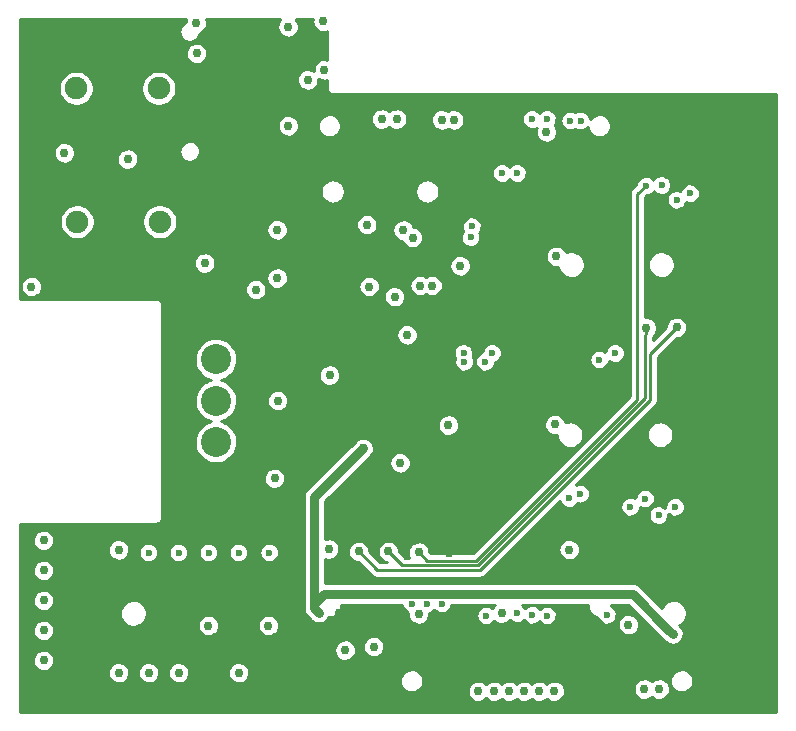
<source format=gbr>
%TF.GenerationSoftware,KiCad,Pcbnew,5.1.5+dfsg1-2build2*%
%TF.CreationDate,2020-06-30T13:18:29+03:00*%
%TF.ProjectId,Lime2-SHIELD_RevB,4c696d65-322d-4534-9849-454c445f5265,D*%
%TF.SameCoordinates,Original*%
%TF.FileFunction,Copper,L2,Inr*%
%TF.FilePolarity,Positive*%
%FSLAX46Y46*%
G04 Gerber Fmt 4.6, Leading zero omitted, Abs format (unit mm)*
G04 Created by KiCad (PCBNEW 5.1.5+dfsg1-2build2) date 2020-06-30 13:18:29*
%MOMM*%
%LPD*%
G04 APERTURE LIST*
%TA.AperFunction,ViaPad*%
%ADD10C,2.540000*%
%TD*%
%TA.AperFunction,ViaPad*%
%ADD11C,1.900000*%
%TD*%
%TA.AperFunction,ViaPad*%
%ADD12C,0.750000*%
%TD*%
%TA.AperFunction,ViaPad*%
%ADD13C,0.600000*%
%TD*%
%TA.AperFunction,Conductor*%
%ADD14C,0.762000*%
%TD*%
%TA.AperFunction,Conductor*%
%ADD15C,0.254000*%
%TD*%
G04 APERTURE END LIST*
D10*
%TO.N,GND*%
%TO.C,CAN1*%
X118670000Y-78200000D03*
%TO.N,Net-(CAN1-Pad1)*%
X118670000Y-71200000D03*
%TO.N,Net-(CAN1-Pad2)*%
X118670000Y-74700000D03*
%TD*%
D11*
%TO.N,N/C*%
%TO.C,AUDIO_JACK_5PIN2*%
X113840000Y-48260000D03*
X106840000Y-48260000D03*
%TD*%
%TO.N,N/C*%
%TO.C,AUDIO_JACK_5PIN1*%
X113920000Y-59560000D03*
X106920000Y-59560000D03*
%TD*%
D12*
%TO.N,GND*%
X124800000Y-51450000D03*
X126450000Y-47550000D03*
X139360000Y-63306600D03*
X123860000Y-64328600D03*
X123860000Y-60239200D03*
X111201200Y-54254400D03*
X138353800Y-76784200D03*
X134264400Y-79984600D03*
X104089200Y-96697800D03*
X104089200Y-94157800D03*
X104089200Y-91617800D03*
X104089200Y-89077800D03*
X104089200Y-86537800D03*
X147370800Y-76708000D03*
X147497800Y-62484000D03*
X127750000Y-42600000D03*
X127850000Y-46700000D03*
X105840000Y-53735500D03*
X122047000Y-65303400D03*
X134848600Y-69138800D03*
X123647200Y-81280000D03*
X148584000Y-87325200D03*
X132029200Y-95529400D03*
X153593800Y-93675200D03*
X142875000Y-92704998D03*
X128219200Y-87274400D03*
X123113800Y-93751400D03*
X118033800Y-93751400D03*
X110439200Y-87350600D03*
X135839200Y-92760800D03*
X146650000Y-51950000D03*
%TO.N,Net-(CAN1-Pad2)*%
X123900000Y-74700000D03*
%TO.N,/HPCOM*%
X138811000Y-50927000D03*
%TO.N,/HPOUTR*%
X137795000Y-50927000D03*
%TO.N,/HPOUTL*%
X117729000Y-63055500D03*
%TO.N,Net-(AUDIO_JACK_5PIN1-Pad1)*%
X103050000Y-65050000D03*
X124777500Y-43053000D03*
%TO.N,/+3.3V*%
X128905000Y-55270400D03*
X147396200Y-78486000D03*
X147523200Y-64008000D03*
X119913400Y-54229000D03*
X138379200Y-87579200D03*
X158673800Y-87503000D03*
X129108200Y-92659200D03*
X134937500Y-74485500D03*
X132842000Y-71247000D03*
X158673800Y-91800000D03*
%TO.N,/MICIN1*%
X132715000Y-50863500D03*
%TO.N,/VMIC*%
X133985000Y-50863500D03*
D13*
%TO.N,/PG7_UART3RX*%
X140335000Y-59944000D03*
%TO.N,/PG6_UART3TX*%
X140241737Y-60866737D03*
D12*
%TO.N,/PG5*%
X135318500Y-60896500D03*
%TO.N,/PG4*%
X134527276Y-60267501D03*
%TO.N,/PG3*%
X136969500Y-64960500D03*
%TO.N,/PG2*%
X135953500Y-64960500D03*
%TO.N,/PG1*%
X131450000Y-59800000D03*
%TO.N,/PG0*%
X131654828Y-65043328D03*
%TO.N,/+5V*%
X157353000Y-94462600D03*
X127381000Y-92659200D03*
X131127500Y-78740000D03*
D13*
%TO.N,/PG10_UART4TX*%
X142875000Y-55435500D03*
%TO.N,/PG11_UART4RX*%
X144145000Y-55435500D03*
%TO.N,/PB21_TWI2-SDA*%
X145415000Y-50863500D03*
%TO.N,/PB20_TWI2-SCL*%
X146685000Y-50863500D03*
%TO.N,/PB19_TWI1-SDA*%
X142049500Y-70675500D03*
X148653500Y-50990500D03*
X152463500Y-70675500D03*
X139636500Y-70675500D03*
%TO.N,/PC19_SPI2_CS0*%
X157670500Y-57704010D03*
%TO.N,/PB18_TWI1-SCL*%
X141444261Y-71407739D03*
X149542500Y-50990500D03*
X151130000Y-71229500D03*
X139687736Y-71407739D03*
D12*
%TO.N,/PC20_SPI2_CLK*%
X130759200Y-87477600D03*
D13*
X158813500Y-57150000D03*
D12*
X157683200Y-68503800D03*
%TO.N,/PC21_SPI2_MOSI*%
X135839200Y-87528400D03*
D13*
X155067000Y-56515000D03*
D12*
%TO.N,/PC22_SPI2_MISO*%
X155117800Y-68554600D03*
X133273800Y-87477600D03*
D13*
X156400500Y-56451500D03*
%TO.N,/PE6*%
X137795000Y-91884500D03*
%TO.N,/PI3_PWM1*%
X144145000Y-92710000D03*
%TO.N,/PE5*%
X136525000Y-91884500D03*
%TO.N,/PE4*%
X135255000Y-91901000D03*
%TO.N,/PE1*%
X123190000Y-87566500D03*
%TO.N,/PE8*%
X120586500Y-87566500D03*
%TO.N,/PE9*%
X118046500Y-87566500D03*
%TO.N,/PI7*%
X141541500Y-92900500D03*
%TO.N,/PE10*%
X115506500Y-87566500D03*
%TO.N,/PE11*%
X112966500Y-87566500D03*
%TO.N,/PI21_UART7RX*%
X148570190Y-82974690D03*
%TO.N,/PI10*%
X145415000Y-92837000D03*
%TO.N,/PI20_UART7TX*%
X149500730Y-82583932D03*
%TO.N,/PI11*%
X146685000Y-92900500D03*
%TO.N,/PI19_SPI1_MISO*%
X155003500Y-82994500D03*
%TO.N,/PI18_SPI1_MOSI*%
X153733500Y-83693000D03*
%TO.N,/PI17_SPI1_CLK*%
X157543500Y-83693000D03*
%TO.N,/PI16_SPI1_CS0*%
X156146500Y-84391500D03*
%TO.N,/PI15*%
X151765000Y-92837000D03*
D12*
%TO.N,/PH13*%
X146050000Y-99308011D03*
X120599200Y-97739200D03*
%TO.N,/PH12*%
X144780000Y-99308011D03*
X115519200Y-97739200D03*
%TO.N,/PH11*%
X143510000Y-99308011D03*
X112979200Y-97739200D03*
%TO.N,/PH10*%
X142240000Y-99308011D03*
X110439200Y-97739200D03*
%TO.N,/PH9_CANS*%
X140893800Y-99314000D03*
%TO.N,/PH14*%
X147320000Y-99308011D03*
X129597500Y-95834200D03*
%TO.N,/PH20_CANTX*%
X154940000Y-99123500D03*
%TO.N,/PH21_CANRX*%
X156210000Y-99123500D03*
%TO.N,/LINEINL*%
X117050000Y-45300000D03*
%TO.N,/LINEINR*%
X117000000Y-42750000D03*
%TO.N,Net-(MICRO_SD1-Pad5)*%
X128300000Y-72550000D03*
X133794500Y-65905500D03*
%TD*%
D14*
%TO.N,/+5V*%
X127381000Y-92659200D02*
X127006001Y-92284201D01*
X153966899Y-91076499D02*
X156978001Y-94087601D01*
X127006001Y-92284201D02*
X127006001Y-91921157D01*
X127006001Y-91921157D02*
X127850659Y-91076499D01*
X127850659Y-91076499D02*
X153966899Y-91076499D01*
X156978001Y-94087601D02*
X157353000Y-94462600D01*
X131127500Y-78740000D02*
X127006001Y-82861499D01*
X127006001Y-82861499D02*
X127006001Y-92284201D01*
D15*
%TO.N,/PC20_SPI2_CLK*%
X141046200Y-89027000D02*
X132308600Y-89027000D01*
X132308600Y-89027000D02*
X130759200Y-87477600D01*
X155419499Y-74653701D02*
X141046200Y-89027000D01*
X157683200Y-68503800D02*
X155419499Y-70767501D01*
X155419499Y-70767501D02*
X155419499Y-74653701D01*
%TO.N,/PC21_SPI2_MOSI*%
X154355800Y-57226200D02*
X154355800Y-74619772D01*
X136575780Y-88264980D02*
X135839200Y-87528400D01*
X155067000Y-56515000D02*
X154355800Y-57226200D01*
X154355800Y-74619772D02*
X140710592Y-88264980D01*
X140710592Y-88264980D02*
X136575780Y-88264980D01*
%TO.N,/PC22_SPI2_MISO*%
X140868410Y-88645990D02*
X134442190Y-88645990D01*
X134442190Y-88645990D02*
X133273800Y-87477600D01*
X155038489Y-74475911D02*
X140868410Y-88645990D01*
X155038489Y-69164241D02*
X155038489Y-74475911D01*
X155117800Y-68554600D02*
X155117800Y-69084930D01*
X155117800Y-69084930D02*
X155038489Y-69164241D01*
%TD*%
%TO.N,/+3.3V*%
G36*
X116126649Y-42496268D02*
G01*
X116106420Y-42633260D01*
X115937869Y-42729205D01*
X115788355Y-42868385D01*
X115674869Y-43038229D01*
X115603500Y-43229623D01*
X115578075Y-43432304D01*
X115599959Y-43635396D01*
X115667977Y-43828008D01*
X115778481Y-43999806D01*
X115925543Y-44141574D01*
X116101275Y-44245709D01*
X116296250Y-44306624D01*
X116500008Y-44321051D01*
X116701621Y-44288216D01*
X116890272Y-44209881D01*
X117055843Y-44090248D01*
X117189451Y-43935734D01*
X117283929Y-43754628D01*
X117324502Y-43594873D01*
X117511194Y-43502199D01*
X117694644Y-43337020D01*
X117826917Y-43128592D01*
X117898460Y-42891627D01*
X117901229Y-42627220D01*
X117845048Y-42426000D01*
X124126787Y-42426000D01*
X124004554Y-42573754D01*
X123904149Y-42799268D01*
X123868087Y-43043476D01*
X123899027Y-43288387D01*
X123994688Y-43515954D01*
X124148021Y-43709414D01*
X124347733Y-43854512D01*
X124579107Y-43940560D01*
X124825098Y-43961216D01*
X125067581Y-43914960D01*
X125288694Y-43805199D01*
X125472144Y-43640020D01*
X125604417Y-43431592D01*
X125675960Y-43194627D01*
X125678729Y-42930220D01*
X125612164Y-42691809D01*
X125484285Y-42480656D01*
X125426082Y-42426000D01*
X126864875Y-42426000D01*
X126840587Y-42590476D01*
X126871527Y-42835387D01*
X126967188Y-43062954D01*
X127120521Y-43256414D01*
X127320233Y-43401512D01*
X127551607Y-43487560D01*
X127797598Y-43508216D01*
X128040081Y-43461960D01*
X128074001Y-43445122D01*
X128074000Y-45826435D01*
X127916607Y-45792980D01*
X127670238Y-45808480D01*
X127437113Y-45889663D01*
X127234406Y-46030548D01*
X127077054Y-46220754D01*
X126976649Y-46446268D01*
X126940587Y-46690476D01*
X126954012Y-46796740D01*
X126758069Y-46694304D01*
X126516607Y-46642980D01*
X126270238Y-46658480D01*
X126037113Y-46739663D01*
X125834406Y-46880548D01*
X125677054Y-47070754D01*
X125576649Y-47296268D01*
X125540587Y-47540476D01*
X125571527Y-47785387D01*
X125667188Y-48012954D01*
X125820521Y-48206414D01*
X126020233Y-48351512D01*
X126251607Y-48437560D01*
X126497598Y-48458216D01*
X126740081Y-48411960D01*
X126961194Y-48302199D01*
X127144644Y-48137020D01*
X127276917Y-47928592D01*
X127348460Y-47691627D01*
X127350978Y-47451196D01*
X127420233Y-47501512D01*
X127651607Y-47587560D01*
X127897598Y-47608216D01*
X128074000Y-47574566D01*
X128074000Y-48158601D01*
X128067443Y-48200000D01*
X128093508Y-48364569D01*
X128169152Y-48513029D01*
X128286971Y-48630848D01*
X128435431Y-48706492D01*
X128600000Y-48732557D01*
X128641399Y-48726000D01*
X166074001Y-48726000D01*
X166074000Y-101074000D01*
X102126000Y-101074000D01*
X102126000Y-97729676D01*
X109529787Y-97729676D01*
X109560727Y-97974587D01*
X109656388Y-98202154D01*
X109809721Y-98395614D01*
X110009433Y-98540712D01*
X110240807Y-98626760D01*
X110486798Y-98647416D01*
X110729281Y-98601160D01*
X110950394Y-98491399D01*
X111133844Y-98326220D01*
X111266117Y-98117792D01*
X111337660Y-97880827D01*
X111339242Y-97729676D01*
X112069787Y-97729676D01*
X112100727Y-97974587D01*
X112196388Y-98202154D01*
X112349721Y-98395614D01*
X112549433Y-98540712D01*
X112780807Y-98626760D01*
X113026798Y-98647416D01*
X113269281Y-98601160D01*
X113490394Y-98491399D01*
X113673844Y-98326220D01*
X113806117Y-98117792D01*
X113877660Y-97880827D01*
X113879242Y-97729676D01*
X114609787Y-97729676D01*
X114640727Y-97974587D01*
X114736388Y-98202154D01*
X114889721Y-98395614D01*
X115089433Y-98540712D01*
X115320807Y-98626760D01*
X115566798Y-98647416D01*
X115809281Y-98601160D01*
X116030394Y-98491399D01*
X116213844Y-98326220D01*
X116346117Y-98117792D01*
X116417660Y-97880827D01*
X116419242Y-97729676D01*
X119689787Y-97729676D01*
X119720727Y-97974587D01*
X119816388Y-98202154D01*
X119969721Y-98395614D01*
X120169433Y-98540712D01*
X120400807Y-98626760D01*
X120646798Y-98647416D01*
X120889281Y-98601160D01*
X121110394Y-98491399D01*
X121187943Y-98421573D01*
X134273252Y-98421573D01*
X134295419Y-98632469D01*
X134362354Y-98833685D01*
X134470937Y-99015834D01*
X134616100Y-99170417D01*
X134791071Y-99290223D01*
X134987688Y-99369661D01*
X135196776Y-99405025D01*
X135408580Y-99394666D01*
X135613219Y-99339067D01*
X135679385Y-99304476D01*
X139984387Y-99304476D01*
X140015327Y-99549387D01*
X140110988Y-99776954D01*
X140264321Y-99970414D01*
X140464033Y-100115512D01*
X140695407Y-100201560D01*
X140941398Y-100222216D01*
X141183881Y-100175960D01*
X141404994Y-100066199D01*
X141572001Y-99915825D01*
X141610521Y-99964425D01*
X141810233Y-100109523D01*
X142041607Y-100195571D01*
X142287598Y-100216227D01*
X142530081Y-100169971D01*
X142751194Y-100060210D01*
X142870965Y-99952368D01*
X142880521Y-99964425D01*
X143080233Y-100109523D01*
X143311607Y-100195571D01*
X143557598Y-100216227D01*
X143800081Y-100169971D01*
X144021194Y-100060210D01*
X144140965Y-99952368D01*
X144150521Y-99964425D01*
X144350233Y-100109523D01*
X144581607Y-100195571D01*
X144827598Y-100216227D01*
X145070081Y-100169971D01*
X145291194Y-100060210D01*
X145410965Y-99952368D01*
X145420521Y-99964425D01*
X145620233Y-100109523D01*
X145851607Y-100195571D01*
X146097598Y-100216227D01*
X146340081Y-100169971D01*
X146561194Y-100060210D01*
X146680965Y-99952368D01*
X146690521Y-99964425D01*
X146890233Y-100109523D01*
X147121607Y-100195571D01*
X147367598Y-100216227D01*
X147610081Y-100169971D01*
X147831194Y-100060210D01*
X148014644Y-99895031D01*
X148146917Y-99686603D01*
X148218460Y-99449638D01*
X148221229Y-99185231D01*
X148201335Y-99113976D01*
X154030587Y-99113976D01*
X154061527Y-99358887D01*
X154157188Y-99586454D01*
X154310521Y-99779914D01*
X154510233Y-99925012D01*
X154741607Y-100011060D01*
X154987598Y-100031716D01*
X155230081Y-99985460D01*
X155451194Y-99875699D01*
X155570965Y-99767857D01*
X155580521Y-99779914D01*
X155780233Y-99925012D01*
X156011607Y-100011060D01*
X156257598Y-100031716D01*
X156500081Y-99985460D01*
X156721194Y-99875699D01*
X156904644Y-99710520D01*
X157036917Y-99502092D01*
X157108460Y-99265127D01*
X157111229Y-99000720D01*
X157044664Y-98762309D01*
X156916785Y-98551156D01*
X156778793Y-98421573D01*
X157133252Y-98421573D01*
X157155419Y-98632469D01*
X157222354Y-98833685D01*
X157330937Y-99015834D01*
X157476100Y-99170417D01*
X157651071Y-99290223D01*
X157847688Y-99369661D01*
X158056776Y-99405025D01*
X158268580Y-99394666D01*
X158473219Y-99339067D01*
X158661144Y-99240822D01*
X158823591Y-99104514D01*
X158952976Y-98936502D01*
X159043266Y-98744628D01*
X159090297Y-98537623D01*
X159091059Y-98319188D01*
X159045474Y-98111861D01*
X158956527Y-97919359D01*
X158828317Y-97750450D01*
X158666827Y-97613011D01*
X158479592Y-97513455D01*
X158275346Y-97456430D01*
X158063619Y-97444592D01*
X157854289Y-97478496D01*
X157657124Y-97556560D01*
X157481320Y-97675140D01*
X157335081Y-97828706D01*
X157225229Y-98010093D01*
X157156890Y-98210837D01*
X157133252Y-98421573D01*
X156778793Y-98421573D01*
X156736835Y-98382172D01*
X156518069Y-98267804D01*
X156276607Y-98216480D01*
X156030238Y-98231980D01*
X155797113Y-98313163D01*
X155594406Y-98454048D01*
X155572095Y-98481018D01*
X155466835Y-98382172D01*
X155248069Y-98267804D01*
X155006607Y-98216480D01*
X154760238Y-98231980D01*
X154527113Y-98313163D01*
X154324406Y-98454048D01*
X154167054Y-98644254D01*
X154066649Y-98869768D01*
X154030587Y-99113976D01*
X148201335Y-99113976D01*
X148154664Y-98946820D01*
X148026785Y-98735667D01*
X147846835Y-98566683D01*
X147628069Y-98452315D01*
X147386607Y-98400991D01*
X147140238Y-98416491D01*
X146907113Y-98497674D01*
X146704406Y-98638559D01*
X146682095Y-98665529D01*
X146576835Y-98566683D01*
X146358069Y-98452315D01*
X146116607Y-98400991D01*
X145870238Y-98416491D01*
X145637113Y-98497674D01*
X145434406Y-98638559D01*
X145412095Y-98665529D01*
X145306835Y-98566683D01*
X145088069Y-98452315D01*
X144846607Y-98400991D01*
X144600238Y-98416491D01*
X144367113Y-98497674D01*
X144164406Y-98638559D01*
X144142095Y-98665529D01*
X144036835Y-98566683D01*
X143818069Y-98452315D01*
X143576607Y-98400991D01*
X143330238Y-98416491D01*
X143097113Y-98497674D01*
X142894406Y-98638559D01*
X142872095Y-98665529D01*
X142766835Y-98566683D01*
X142548069Y-98452315D01*
X142306607Y-98400991D01*
X142060238Y-98416491D01*
X141827113Y-98497674D01*
X141624406Y-98638559D01*
X141565991Y-98709170D01*
X141420635Y-98572672D01*
X141201869Y-98458304D01*
X140960407Y-98406980D01*
X140714038Y-98422480D01*
X140480913Y-98503663D01*
X140278206Y-98644548D01*
X140120854Y-98834754D01*
X140020449Y-99060268D01*
X139984387Y-99304476D01*
X135679385Y-99304476D01*
X135801144Y-99240822D01*
X135963591Y-99104514D01*
X136092976Y-98936502D01*
X136183266Y-98744628D01*
X136230297Y-98537623D01*
X136231059Y-98319188D01*
X136185474Y-98111861D01*
X136096527Y-97919359D01*
X135968317Y-97750450D01*
X135806827Y-97613011D01*
X135619592Y-97513455D01*
X135415346Y-97456430D01*
X135203619Y-97444592D01*
X134994289Y-97478496D01*
X134797124Y-97556560D01*
X134621320Y-97675140D01*
X134475081Y-97828706D01*
X134365229Y-98010093D01*
X134296890Y-98210837D01*
X134273252Y-98421573D01*
X121187943Y-98421573D01*
X121293844Y-98326220D01*
X121426117Y-98117792D01*
X121497660Y-97880827D01*
X121500429Y-97616420D01*
X121433864Y-97378009D01*
X121305985Y-97166856D01*
X121126035Y-96997872D01*
X120907269Y-96883504D01*
X120665807Y-96832180D01*
X120419438Y-96847680D01*
X120186313Y-96928863D01*
X119983606Y-97069748D01*
X119826254Y-97259954D01*
X119725849Y-97485468D01*
X119689787Y-97729676D01*
X116419242Y-97729676D01*
X116420429Y-97616420D01*
X116353864Y-97378009D01*
X116225985Y-97166856D01*
X116046035Y-96997872D01*
X115827269Y-96883504D01*
X115585807Y-96832180D01*
X115339438Y-96847680D01*
X115106313Y-96928863D01*
X114903606Y-97069748D01*
X114746254Y-97259954D01*
X114645849Y-97485468D01*
X114609787Y-97729676D01*
X113879242Y-97729676D01*
X113880429Y-97616420D01*
X113813864Y-97378009D01*
X113685985Y-97166856D01*
X113506035Y-96997872D01*
X113287269Y-96883504D01*
X113045807Y-96832180D01*
X112799438Y-96847680D01*
X112566313Y-96928863D01*
X112363606Y-97069748D01*
X112206254Y-97259954D01*
X112105849Y-97485468D01*
X112069787Y-97729676D01*
X111339242Y-97729676D01*
X111340429Y-97616420D01*
X111273864Y-97378009D01*
X111145985Y-97166856D01*
X110966035Y-96997872D01*
X110747269Y-96883504D01*
X110505807Y-96832180D01*
X110259438Y-96847680D01*
X110026313Y-96928863D01*
X109823606Y-97069748D01*
X109666254Y-97259954D01*
X109565849Y-97485468D01*
X109529787Y-97729676D01*
X102126000Y-97729676D01*
X102126000Y-96688276D01*
X103179787Y-96688276D01*
X103210727Y-96933187D01*
X103306388Y-97160754D01*
X103459721Y-97354214D01*
X103659433Y-97499312D01*
X103890807Y-97585360D01*
X104136798Y-97606016D01*
X104379281Y-97559760D01*
X104600394Y-97449999D01*
X104783844Y-97284820D01*
X104916117Y-97076392D01*
X104987660Y-96839427D01*
X104990429Y-96575020D01*
X104923864Y-96336609D01*
X104795985Y-96125456D01*
X104616035Y-95956472D01*
X104397269Y-95842104D01*
X104315277Y-95824676D01*
X128688087Y-95824676D01*
X128719027Y-96069587D01*
X128814688Y-96297154D01*
X128968021Y-96490614D01*
X129167733Y-96635712D01*
X129399107Y-96721760D01*
X129645098Y-96742416D01*
X129887581Y-96696160D01*
X130108694Y-96586399D01*
X130292144Y-96421220D01*
X130424417Y-96212792D01*
X130495960Y-95975827D01*
X130498729Y-95711420D01*
X130445250Y-95519876D01*
X131119787Y-95519876D01*
X131150727Y-95764787D01*
X131246388Y-95992354D01*
X131399721Y-96185814D01*
X131599433Y-96330912D01*
X131830807Y-96416960D01*
X132076798Y-96437616D01*
X132319281Y-96391360D01*
X132540394Y-96281599D01*
X132723844Y-96116420D01*
X132856117Y-95907992D01*
X132927660Y-95671027D01*
X132930429Y-95406620D01*
X132863864Y-95168209D01*
X132735985Y-94957056D01*
X132556035Y-94788072D01*
X132337269Y-94673704D01*
X132095807Y-94622380D01*
X131849438Y-94637880D01*
X131616313Y-94719063D01*
X131413606Y-94859948D01*
X131256254Y-95050154D01*
X131155849Y-95275668D01*
X131119787Y-95519876D01*
X130445250Y-95519876D01*
X130432164Y-95473009D01*
X130304285Y-95261856D01*
X130124335Y-95092872D01*
X129905569Y-94978504D01*
X129664107Y-94927180D01*
X129417738Y-94942680D01*
X129184613Y-95023863D01*
X128981906Y-95164748D01*
X128824554Y-95354954D01*
X128724149Y-95580468D01*
X128688087Y-95824676D01*
X104315277Y-95824676D01*
X104155807Y-95790780D01*
X103909438Y-95806280D01*
X103676313Y-95887463D01*
X103473606Y-96028348D01*
X103316254Y-96218554D01*
X103215849Y-96444068D01*
X103179787Y-96688276D01*
X102126000Y-96688276D01*
X102126000Y-94148276D01*
X103179787Y-94148276D01*
X103210727Y-94393187D01*
X103306388Y-94620754D01*
X103459721Y-94814214D01*
X103659433Y-94959312D01*
X103890807Y-95045360D01*
X104136798Y-95066016D01*
X104379281Y-95019760D01*
X104600394Y-94909999D01*
X104783844Y-94744820D01*
X104916117Y-94536392D01*
X104987660Y-94299427D01*
X104990429Y-94035020D01*
X104923864Y-93796609D01*
X104795985Y-93585456D01*
X104616035Y-93416472D01*
X104397269Y-93302104D01*
X104155807Y-93250780D01*
X103909438Y-93266280D01*
X103676313Y-93347463D01*
X103473606Y-93488348D01*
X103316254Y-93678554D01*
X103215849Y-93904068D01*
X103179787Y-94148276D01*
X102126000Y-94148276D01*
X102126000Y-92716049D01*
X110568201Y-92716049D01*
X110590524Y-92943710D01*
X110658168Y-93162231D01*
X110768370Y-93362688D01*
X110916628Y-93536892D01*
X111096888Y-93677726D01*
X111301784Y-93779437D01*
X111522947Y-93837871D01*
X111751342Y-93850640D01*
X111977640Y-93817224D01*
X112184656Y-93741876D01*
X117124387Y-93741876D01*
X117155327Y-93986787D01*
X117250988Y-94214354D01*
X117404321Y-94407814D01*
X117604033Y-94552912D01*
X117835407Y-94638960D01*
X118081398Y-94659616D01*
X118323881Y-94613360D01*
X118544994Y-94503599D01*
X118728444Y-94338420D01*
X118860717Y-94129992D01*
X118932260Y-93893027D01*
X118933842Y-93741876D01*
X122204387Y-93741876D01*
X122235327Y-93986787D01*
X122330988Y-94214354D01*
X122484321Y-94407814D01*
X122684033Y-94552912D01*
X122915407Y-94638960D01*
X123161398Y-94659616D01*
X123403881Y-94613360D01*
X123624994Y-94503599D01*
X123808444Y-94338420D01*
X123940717Y-94129992D01*
X124012260Y-93893027D01*
X124015029Y-93628620D01*
X123948464Y-93390209D01*
X123820585Y-93179056D01*
X123640635Y-93010072D01*
X123421869Y-92895704D01*
X123180407Y-92844380D01*
X122934038Y-92859880D01*
X122700913Y-92941063D01*
X122498206Y-93081948D01*
X122340854Y-93272154D01*
X122240449Y-93497668D01*
X122204387Y-93741876D01*
X118933842Y-93741876D01*
X118935029Y-93628620D01*
X118868464Y-93390209D01*
X118740585Y-93179056D01*
X118560635Y-93010072D01*
X118341869Y-92895704D01*
X118100407Y-92844380D01*
X117854038Y-92859880D01*
X117620913Y-92941063D01*
X117418206Y-93081948D01*
X117260854Y-93272154D01*
X117160449Y-93497668D01*
X117124387Y-93741876D01*
X112184656Y-93741876D01*
X112192597Y-93738986D01*
X112387431Y-93619122D01*
X112554185Y-93462531D01*
X112686045Y-93275607D01*
X112777626Y-93065988D01*
X112825232Y-92842016D01*
X112826056Y-92605842D01*
X112780014Y-92381544D01*
X112689899Y-92171290D01*
X112559348Y-91983451D01*
X112393692Y-91825698D01*
X112199699Y-91704478D01*
X111985293Y-91624741D01*
X111759234Y-91589746D01*
X111530756Y-91600921D01*
X111309190Y-91657808D01*
X111103589Y-91758086D01*
X110922350Y-91897659D01*
X110772880Y-92070824D01*
X110661281Y-92270506D01*
X110592113Y-92488550D01*
X110568201Y-92716049D01*
X102126000Y-92716049D01*
X102126000Y-91608276D01*
X103179787Y-91608276D01*
X103210727Y-91853187D01*
X103306388Y-92080754D01*
X103459721Y-92274214D01*
X103659433Y-92419312D01*
X103890807Y-92505360D01*
X104136798Y-92526016D01*
X104379281Y-92479760D01*
X104600394Y-92369999D01*
X104783844Y-92204820D01*
X104916117Y-91996392D01*
X104987660Y-91759427D01*
X104990429Y-91495020D01*
X104923864Y-91256609D01*
X104795985Y-91045456D01*
X104616035Y-90876472D01*
X104397269Y-90762104D01*
X104155807Y-90710780D01*
X103909438Y-90726280D01*
X103676313Y-90807463D01*
X103473606Y-90948348D01*
X103316254Y-91138554D01*
X103215849Y-91364068D01*
X103179787Y-91608276D01*
X102126000Y-91608276D01*
X102126000Y-89068276D01*
X103179787Y-89068276D01*
X103210727Y-89313187D01*
X103306388Y-89540754D01*
X103459721Y-89734214D01*
X103659433Y-89879312D01*
X103890807Y-89965360D01*
X104136798Y-89986016D01*
X104379281Y-89939760D01*
X104600394Y-89829999D01*
X104783844Y-89664820D01*
X104916117Y-89456392D01*
X104987660Y-89219427D01*
X104990429Y-88955020D01*
X104923864Y-88716609D01*
X104795985Y-88505456D01*
X104616035Y-88336472D01*
X104397269Y-88222104D01*
X104155807Y-88170780D01*
X103909438Y-88186280D01*
X103676313Y-88267463D01*
X103473606Y-88408348D01*
X103316254Y-88598554D01*
X103215849Y-88824068D01*
X103179787Y-89068276D01*
X102126000Y-89068276D01*
X102126000Y-86528276D01*
X103179787Y-86528276D01*
X103210727Y-86773187D01*
X103306388Y-87000754D01*
X103459721Y-87194214D01*
X103659433Y-87339312D01*
X103890807Y-87425360D01*
X104136798Y-87446016D01*
X104379281Y-87399760D01*
X104497499Y-87341076D01*
X109529787Y-87341076D01*
X109560727Y-87585987D01*
X109656388Y-87813554D01*
X109809721Y-88007014D01*
X110009433Y-88152112D01*
X110240807Y-88238160D01*
X110486798Y-88258816D01*
X110729281Y-88212560D01*
X110950394Y-88102799D01*
X111133844Y-87937620D01*
X111266117Y-87729192D01*
X111317436Y-87559210D01*
X112131210Y-87559210D01*
X112165992Y-87805142D01*
X112271551Y-88029974D01*
X112438552Y-88213828D01*
X112652232Y-88340450D01*
X112893697Y-88398643D01*
X113141599Y-88383264D01*
X113374020Y-88295671D01*
X113570411Y-88143609D01*
X113713407Y-87940522D01*
X113790522Y-87703886D01*
X113791785Y-87559210D01*
X114671210Y-87559210D01*
X114705992Y-87805142D01*
X114811551Y-88029974D01*
X114978552Y-88213828D01*
X115192232Y-88340450D01*
X115433697Y-88398643D01*
X115681599Y-88383264D01*
X115914020Y-88295671D01*
X116110411Y-88143609D01*
X116253407Y-87940522D01*
X116330522Y-87703886D01*
X116331785Y-87559210D01*
X117211210Y-87559210D01*
X117245992Y-87805142D01*
X117351551Y-88029974D01*
X117518552Y-88213828D01*
X117732232Y-88340450D01*
X117973697Y-88398643D01*
X118221599Y-88383264D01*
X118454020Y-88295671D01*
X118650411Y-88143609D01*
X118793407Y-87940522D01*
X118870522Y-87703886D01*
X118871785Y-87559210D01*
X119751210Y-87559210D01*
X119785992Y-87805142D01*
X119891551Y-88029974D01*
X120058552Y-88213828D01*
X120272232Y-88340450D01*
X120513697Y-88398643D01*
X120761599Y-88383264D01*
X120994020Y-88295671D01*
X121190411Y-88143609D01*
X121333407Y-87940522D01*
X121410522Y-87703886D01*
X121411785Y-87559210D01*
X122354710Y-87559210D01*
X122389492Y-87805142D01*
X122495051Y-88029974D01*
X122662052Y-88213828D01*
X122875732Y-88340450D01*
X123117197Y-88398643D01*
X123365099Y-88383264D01*
X123597520Y-88295671D01*
X123793911Y-88143609D01*
X123936907Y-87940522D01*
X124014022Y-87703886D01*
X124016295Y-87443516D01*
X123943321Y-87205569D01*
X123803890Y-87000019D01*
X123610184Y-86844553D01*
X123379327Y-86752917D01*
X123131731Y-86733212D01*
X122889287Y-86787184D01*
X122673430Y-86910056D01*
X122503245Y-87090969D01*
X122393779Y-87313924D01*
X122354710Y-87559210D01*
X121411785Y-87559210D01*
X121412795Y-87443516D01*
X121339821Y-87205569D01*
X121200390Y-87000019D01*
X121006684Y-86844553D01*
X120775827Y-86752917D01*
X120528231Y-86733212D01*
X120285787Y-86787184D01*
X120069930Y-86910056D01*
X119899745Y-87090969D01*
X119790279Y-87313924D01*
X119751210Y-87559210D01*
X118871785Y-87559210D01*
X118872795Y-87443516D01*
X118799821Y-87205569D01*
X118660390Y-87000019D01*
X118466684Y-86844553D01*
X118235827Y-86752917D01*
X117988231Y-86733212D01*
X117745787Y-86787184D01*
X117529930Y-86910056D01*
X117359745Y-87090969D01*
X117250279Y-87313924D01*
X117211210Y-87559210D01*
X116331785Y-87559210D01*
X116332795Y-87443516D01*
X116259821Y-87205569D01*
X116120390Y-87000019D01*
X115926684Y-86844553D01*
X115695827Y-86752917D01*
X115448231Y-86733212D01*
X115205787Y-86787184D01*
X114989930Y-86910056D01*
X114819745Y-87090969D01*
X114710279Y-87313924D01*
X114671210Y-87559210D01*
X113791785Y-87559210D01*
X113792795Y-87443516D01*
X113719821Y-87205569D01*
X113580390Y-87000019D01*
X113386684Y-86844553D01*
X113155827Y-86752917D01*
X112908231Y-86733212D01*
X112665787Y-86787184D01*
X112449930Y-86910056D01*
X112279745Y-87090969D01*
X112170279Y-87313924D01*
X112131210Y-87559210D01*
X111317436Y-87559210D01*
X111337660Y-87492227D01*
X111340429Y-87227820D01*
X111273864Y-86989409D01*
X111145985Y-86778256D01*
X110966035Y-86609272D01*
X110747269Y-86494904D01*
X110505807Y-86443580D01*
X110259438Y-86459080D01*
X110026313Y-86540263D01*
X109823606Y-86681148D01*
X109666254Y-86871354D01*
X109565849Y-87096868D01*
X109529787Y-87341076D01*
X104497499Y-87341076D01*
X104600394Y-87289999D01*
X104783844Y-87124820D01*
X104916117Y-86916392D01*
X104987660Y-86679427D01*
X104990429Y-86415020D01*
X104923864Y-86176609D01*
X104795985Y-85965456D01*
X104616035Y-85796472D01*
X104397269Y-85682104D01*
X104155807Y-85630780D01*
X103909438Y-85646280D01*
X103676313Y-85727463D01*
X103473606Y-85868348D01*
X103316254Y-86058554D01*
X103215849Y-86284068D01*
X103179787Y-86528276D01*
X102126000Y-86528276D01*
X102126000Y-85126000D01*
X113558601Y-85126000D01*
X113600000Y-85132557D01*
X113651191Y-85124449D01*
X113764569Y-85106492D01*
X113913029Y-85030848D01*
X114030848Y-84913029D01*
X114106492Y-84764569D01*
X114132557Y-84600000D01*
X114126000Y-84558601D01*
X114126000Y-82890255D01*
X126090934Y-82890255D01*
X126099001Y-82937953D01*
X126099002Y-91873153D01*
X126090934Y-91949913D01*
X126099001Y-91997611D01*
X126099001Y-92264075D01*
X126094546Y-92370359D01*
X126113150Y-92449678D01*
X126124207Y-92530401D01*
X126141404Y-92570141D01*
X126152372Y-92616900D01*
X126180147Y-92659668D01*
X126222898Y-92758463D01*
X126379285Y-92951585D01*
X126418719Y-92979610D01*
X126739283Y-93300173D01*
X126751522Y-93315615D01*
X126763235Y-93324124D01*
X126783629Y-93344519D01*
X126931568Y-93456813D01*
X127162617Y-93548292D01*
X127409758Y-93574267D01*
X127654777Y-93532825D01*
X127879626Y-93427018D01*
X128067739Y-93264644D01*
X128205258Y-93057662D01*
X128206410Y-93054117D01*
X128211775Y-93055025D01*
X128423580Y-93044666D01*
X128628219Y-92989067D01*
X128816144Y-92890822D01*
X128978591Y-92754514D01*
X129107976Y-92586502D01*
X129198266Y-92394628D01*
X129245297Y-92187623D01*
X129246009Y-91983499D01*
X134432409Y-91983499D01*
X134454492Y-92139642D01*
X134560051Y-92364474D01*
X134727052Y-92548328D01*
X134940732Y-92674950D01*
X134941047Y-92675026D01*
X134929787Y-92751276D01*
X134960727Y-92996187D01*
X135056388Y-93223754D01*
X135209721Y-93417214D01*
X135409433Y-93562312D01*
X135640807Y-93648360D01*
X135886798Y-93669016D01*
X136129281Y-93622760D01*
X136350394Y-93512999D01*
X136533844Y-93347820D01*
X136666117Y-93139392D01*
X136737660Y-92902427D01*
X136739924Y-92686255D01*
X136932520Y-92613671D01*
X137128911Y-92461609D01*
X137161381Y-92415494D01*
X137267052Y-92531828D01*
X137480732Y-92658450D01*
X137722197Y-92716643D01*
X137970099Y-92701264D01*
X138202520Y-92613671D01*
X138398911Y-92461609D01*
X138541907Y-92258522D01*
X138619023Y-92021886D01*
X138619358Y-91983499D01*
X142334292Y-91983499D01*
X142259406Y-92035546D01*
X142102054Y-92225752D01*
X142080582Y-92273979D01*
X141961684Y-92178553D01*
X141730827Y-92086917D01*
X141483231Y-92067212D01*
X141240787Y-92121184D01*
X141024930Y-92244056D01*
X140854745Y-92424969D01*
X140745279Y-92647924D01*
X140706210Y-92893210D01*
X140740992Y-93139142D01*
X140846551Y-93363974D01*
X141013552Y-93547828D01*
X141227232Y-93674450D01*
X141468697Y-93732643D01*
X141716599Y-93717264D01*
X141949020Y-93629671D01*
X142145411Y-93477609D01*
X142235833Y-93349189D01*
X142245521Y-93361412D01*
X142445233Y-93506510D01*
X142676607Y-93592558D01*
X142922598Y-93613214D01*
X143165081Y-93566958D01*
X143386194Y-93457197D01*
X143563089Y-93297920D01*
X143617052Y-93357328D01*
X143830732Y-93483950D01*
X144072197Y-93542143D01*
X144320099Y-93526764D01*
X144552520Y-93439171D01*
X144724840Y-93305747D01*
X144887052Y-93484328D01*
X145100732Y-93610950D01*
X145342197Y-93669143D01*
X145590099Y-93653764D01*
X145822520Y-93566171D01*
X146018911Y-93414109D01*
X146026194Y-93403765D01*
X146157052Y-93547828D01*
X146370732Y-93674450D01*
X146612197Y-93732643D01*
X146860099Y-93717264D01*
X147092520Y-93629671D01*
X147288911Y-93477609D01*
X147431907Y-93274522D01*
X147509022Y-93037886D01*
X147511295Y-92777516D01*
X147438321Y-92539569D01*
X147298890Y-92334019D01*
X147105184Y-92178553D01*
X146874327Y-92086917D01*
X146626731Y-92067212D01*
X146384287Y-92121184D01*
X146168430Y-92244056D01*
X146076924Y-92341331D01*
X146028890Y-92270519D01*
X145835184Y-92115053D01*
X145604327Y-92023417D01*
X145356731Y-92003712D01*
X145114287Y-92057684D01*
X144898430Y-92180556D01*
X144831951Y-92251226D01*
X144758890Y-92143519D01*
X144565184Y-91988053D01*
X144553711Y-91983499D01*
X150158131Y-91983499D01*
X150148252Y-92071573D01*
X150170419Y-92282469D01*
X150237354Y-92483685D01*
X150345937Y-92665834D01*
X150491100Y-92820417D01*
X150666071Y-92940223D01*
X150862688Y-93019661D01*
X150958876Y-93035930D01*
X150964492Y-93075642D01*
X151070051Y-93300474D01*
X151237052Y-93484328D01*
X151450732Y-93610950D01*
X151692197Y-93669143D01*
X151748083Y-93665676D01*
X152684387Y-93665676D01*
X152715327Y-93910587D01*
X152810988Y-94138154D01*
X152964321Y-94331614D01*
X153164033Y-94476712D01*
X153395407Y-94562760D01*
X153641398Y-94583416D01*
X153883881Y-94537160D01*
X154104994Y-94427399D01*
X154288444Y-94262220D01*
X154420717Y-94053792D01*
X154492260Y-93816827D01*
X154495029Y-93552420D01*
X154428464Y-93314009D01*
X154300585Y-93102856D01*
X154120635Y-92933872D01*
X153901869Y-92819504D01*
X153660407Y-92768180D01*
X153414038Y-92783680D01*
X153180913Y-92864863D01*
X152978206Y-93005748D01*
X152820854Y-93195954D01*
X152720449Y-93421468D01*
X152684387Y-93665676D01*
X151748083Y-93665676D01*
X151940099Y-93653764D01*
X152172520Y-93566171D01*
X152368911Y-93414109D01*
X152511907Y-93211022D01*
X152589022Y-92974386D01*
X152591295Y-92714016D01*
X152518321Y-92476069D01*
X152378890Y-92270519D01*
X152185184Y-92115053D01*
X152105660Y-92083487D01*
X152106009Y-91983499D01*
X153591209Y-91983499D01*
X156379489Y-94771781D01*
X156379494Y-94771785D01*
X156711283Y-95103573D01*
X156723522Y-95119015D01*
X156735235Y-95127524D01*
X156755629Y-95147919D01*
X156903568Y-95260213D01*
X157134617Y-95351692D01*
X157381758Y-95377667D01*
X157626777Y-95336225D01*
X157851626Y-95230418D01*
X158039739Y-95068044D01*
X158177259Y-94861062D01*
X158254049Y-94624724D01*
X158264455Y-94376442D01*
X158206631Y-94129903D01*
X158181268Y-94090846D01*
X158059785Y-93890257D01*
X158037272Y-93869115D01*
X158028133Y-93855043D01*
X157912215Y-93739125D01*
X157912597Y-93738986D01*
X158107431Y-93619122D01*
X158274185Y-93462531D01*
X158406045Y-93275607D01*
X158497626Y-93065988D01*
X158545232Y-92842016D01*
X158546056Y-92605842D01*
X158500014Y-92381544D01*
X158409899Y-92171290D01*
X158279348Y-91983451D01*
X158113692Y-91825698D01*
X157919699Y-91704478D01*
X157705293Y-91624741D01*
X157479234Y-91589746D01*
X157250756Y-91600921D01*
X157029190Y-91657808D01*
X156823589Y-91758086D01*
X156642350Y-91897659D01*
X156492880Y-92070824D01*
X156403622Y-92230531D01*
X154622499Y-90449409D01*
X154550473Y-90371080D01*
X154481224Y-90328144D01*
X154416330Y-90278887D01*
X154376071Y-90262947D01*
X154335254Y-90237639D01*
X154285363Y-90227034D01*
X154185281Y-90187408D01*
X153938143Y-90161432D01*
X153890445Y-90169499D01*
X127913001Y-90169499D01*
X127913001Y-88121867D01*
X128020807Y-88161960D01*
X128266798Y-88182616D01*
X128509281Y-88136360D01*
X128730394Y-88026599D01*
X128913844Y-87861420D01*
X129046117Y-87652992D01*
X129101945Y-87468076D01*
X129849787Y-87468076D01*
X129880727Y-87712987D01*
X129976388Y-87940554D01*
X130129721Y-88134014D01*
X130329433Y-88279112D01*
X130560807Y-88365160D01*
X130738175Y-88380054D01*
X131797594Y-89439474D01*
X131818950Y-89472547D01*
X131874308Y-89516188D01*
X131885176Y-89527057D01*
X131916392Y-89549365D01*
X131994096Y-89610621D01*
X132006607Y-89613833D01*
X132017350Y-89621511D01*
X132225626Y-89683799D01*
X132322315Y-89680000D01*
X140976536Y-89680000D01*
X141015015Y-89688285D01*
X141085013Y-89680000D01*
X141100389Y-89680000D01*
X141138240Y-89673700D01*
X141236496Y-89662070D01*
X141247613Y-89655495D01*
X141260639Y-89653327D01*
X141451957Y-89550098D01*
X141517683Y-89478996D01*
X143681003Y-87315676D01*
X147674587Y-87315676D01*
X147705527Y-87560587D01*
X147801188Y-87788154D01*
X147954521Y-87981614D01*
X148154233Y-88126712D01*
X148385607Y-88212760D01*
X148631598Y-88233416D01*
X148874081Y-88187160D01*
X149095194Y-88077399D01*
X149278644Y-87912220D01*
X149410917Y-87703792D01*
X149482460Y-87466827D01*
X149485229Y-87202420D01*
X149418664Y-86964009D01*
X149290785Y-86752856D01*
X149110835Y-86583872D01*
X148892069Y-86469504D01*
X148650607Y-86418180D01*
X148404238Y-86433680D01*
X148171113Y-86514863D01*
X147968406Y-86655748D01*
X147811054Y-86845954D01*
X147710649Y-87071468D01*
X147674587Y-87315676D01*
X143681003Y-87315676D01*
X147774048Y-83222632D01*
X147875241Y-83438164D01*
X148042242Y-83622018D01*
X148255922Y-83748640D01*
X148497387Y-83806833D01*
X148745289Y-83791454D01*
X148977710Y-83703861D01*
X149001152Y-83685710D01*
X152898210Y-83685710D01*
X152932992Y-83931642D01*
X153038551Y-84156474D01*
X153205552Y-84340328D01*
X153419232Y-84466950D01*
X153660697Y-84525143D01*
X153908599Y-84509764D01*
X154141020Y-84422171D01*
X154190047Y-84384210D01*
X155311210Y-84384210D01*
X155345992Y-84630142D01*
X155451551Y-84854974D01*
X155618552Y-85038828D01*
X155832232Y-85165450D01*
X156073697Y-85223643D01*
X156321599Y-85208264D01*
X156554020Y-85120671D01*
X156750411Y-84968609D01*
X156893407Y-84765522D01*
X156970522Y-84528886D01*
X156972581Y-84293021D01*
X157015552Y-84340328D01*
X157229232Y-84466950D01*
X157470697Y-84525143D01*
X157718599Y-84509764D01*
X157951020Y-84422171D01*
X158147411Y-84270109D01*
X158290407Y-84067022D01*
X158367522Y-83830386D01*
X158369795Y-83570016D01*
X158296821Y-83332069D01*
X158157390Y-83126519D01*
X157963684Y-82971053D01*
X157732827Y-82879417D01*
X157485231Y-82859712D01*
X157242787Y-82913684D01*
X157026930Y-83036556D01*
X156856745Y-83217469D01*
X156747279Y-83440424D01*
X156708210Y-83685710D01*
X156723754Y-83795615D01*
X156566684Y-83669553D01*
X156335827Y-83577917D01*
X156088231Y-83558212D01*
X155845787Y-83612184D01*
X155629930Y-83735056D01*
X155459745Y-83915969D01*
X155350279Y-84138924D01*
X155311210Y-84384210D01*
X154190047Y-84384210D01*
X154337411Y-84270109D01*
X154480407Y-84067022D01*
X154557522Y-83830386D01*
X154558738Y-83691122D01*
X154689232Y-83768450D01*
X154930697Y-83826643D01*
X155178599Y-83811264D01*
X155411020Y-83723671D01*
X155607411Y-83571609D01*
X155750407Y-83368522D01*
X155827522Y-83131886D01*
X155829795Y-82871516D01*
X155756821Y-82633569D01*
X155617390Y-82428019D01*
X155423684Y-82272553D01*
X155192827Y-82180917D01*
X154945231Y-82161212D01*
X154702787Y-82215184D01*
X154486930Y-82338056D01*
X154316745Y-82518969D01*
X154207279Y-82741924D01*
X154168845Y-82983221D01*
X154153684Y-82971053D01*
X153922827Y-82879417D01*
X153675231Y-82859712D01*
X153432787Y-82913684D01*
X153216930Y-83036556D01*
X153046745Y-83217469D01*
X152937279Y-83440424D01*
X152898210Y-83685710D01*
X149001152Y-83685710D01*
X149174101Y-83551799D01*
X149292626Y-83383467D01*
X149427927Y-83416075D01*
X149675829Y-83400696D01*
X149908250Y-83313103D01*
X150104641Y-83161041D01*
X150247637Y-82957954D01*
X150324752Y-82721318D01*
X150327025Y-82460948D01*
X150254051Y-82223001D01*
X150114620Y-82017451D01*
X149920914Y-81861985D01*
X149690057Y-81770349D01*
X149442461Y-81750644D01*
X149200017Y-81804616D01*
X149181555Y-81815125D01*
X153403631Y-77593049D01*
X155141701Y-77593049D01*
X155164024Y-77820710D01*
X155231668Y-78039231D01*
X155341870Y-78239688D01*
X155490128Y-78413892D01*
X155670388Y-78554726D01*
X155875284Y-78656437D01*
X156096447Y-78714871D01*
X156324842Y-78727640D01*
X156551140Y-78694224D01*
X156766097Y-78615986D01*
X156960931Y-78496122D01*
X157127685Y-78339531D01*
X157259545Y-78152607D01*
X157351126Y-77942988D01*
X157398732Y-77719016D01*
X157399556Y-77482842D01*
X157353514Y-77258544D01*
X157263399Y-77048290D01*
X157132848Y-76860451D01*
X156967192Y-76702698D01*
X156773199Y-76581478D01*
X156558793Y-76501741D01*
X156332734Y-76466746D01*
X156104256Y-76477921D01*
X155882690Y-76534808D01*
X155677089Y-76635086D01*
X155495850Y-76774659D01*
X155346380Y-76947824D01*
X155234781Y-77147506D01*
X155165613Y-77365550D01*
X155141701Y-77593049D01*
X153403631Y-77593049D01*
X155831973Y-75164707D01*
X155865046Y-75143351D01*
X155908687Y-75087993D01*
X155919556Y-75077125D01*
X155941864Y-75045909D01*
X156003120Y-74968205D01*
X156006333Y-74955693D01*
X156014010Y-74944950D01*
X156076298Y-74736674D01*
X156072499Y-74639986D01*
X156072499Y-71037980D01*
X157700969Y-69409511D01*
X157730798Y-69412016D01*
X157973281Y-69365760D01*
X158194394Y-69255999D01*
X158377844Y-69090820D01*
X158510117Y-68882392D01*
X158581660Y-68645427D01*
X158584429Y-68381020D01*
X158517864Y-68142609D01*
X158389985Y-67931456D01*
X158210035Y-67762472D01*
X157991269Y-67648104D01*
X157749807Y-67596780D01*
X157503438Y-67612280D01*
X157270313Y-67693463D01*
X157067606Y-67834348D01*
X156910254Y-68024554D01*
X156809849Y-68250068D01*
X156774574Y-68488945D01*
X155691489Y-69572031D01*
X155691489Y-69412032D01*
X155701423Y-69399430D01*
X155704635Y-69386919D01*
X155712311Y-69376178D01*
X155771410Y-69178567D01*
X155812444Y-69141620D01*
X155944717Y-68933192D01*
X156016260Y-68696227D01*
X156019029Y-68431820D01*
X155952464Y-68193409D01*
X155824585Y-67982256D01*
X155644635Y-67813272D01*
X155425869Y-67698904D01*
X155184407Y-67647580D01*
X155008800Y-67658628D01*
X155008800Y-63178549D01*
X155268701Y-63178549D01*
X155291024Y-63406210D01*
X155358668Y-63624731D01*
X155468870Y-63825188D01*
X155617128Y-63999392D01*
X155797388Y-64140226D01*
X156002284Y-64241937D01*
X156223447Y-64300371D01*
X156451842Y-64313140D01*
X156678140Y-64279724D01*
X156893097Y-64201486D01*
X157087931Y-64081622D01*
X157254685Y-63925031D01*
X157386545Y-63738107D01*
X157478126Y-63528488D01*
X157525732Y-63304516D01*
X157526556Y-63068342D01*
X157480514Y-62844044D01*
X157390399Y-62633790D01*
X157259848Y-62445951D01*
X157094192Y-62288198D01*
X156900199Y-62166978D01*
X156685793Y-62087241D01*
X156459734Y-62052246D01*
X156231256Y-62063421D01*
X156009690Y-62120308D01*
X155804089Y-62220586D01*
X155622850Y-62360159D01*
X155473380Y-62533324D01*
X155361781Y-62733006D01*
X155292613Y-62951050D01*
X155268701Y-63178549D01*
X155008800Y-63178549D01*
X155008800Y-57696720D01*
X156835210Y-57696720D01*
X156869992Y-57942652D01*
X156975551Y-58167484D01*
X157142552Y-58351338D01*
X157356232Y-58477960D01*
X157597697Y-58536153D01*
X157845599Y-58520774D01*
X158078020Y-58433181D01*
X158274411Y-58281119D01*
X158417407Y-58078032D01*
X158472736Y-57908249D01*
X158499232Y-57923950D01*
X158740697Y-57982143D01*
X158988599Y-57966764D01*
X159221020Y-57879171D01*
X159417411Y-57727109D01*
X159560407Y-57524022D01*
X159637522Y-57287386D01*
X159639795Y-57027016D01*
X159566821Y-56789069D01*
X159427390Y-56583519D01*
X159233684Y-56428053D01*
X159002827Y-56336417D01*
X158755231Y-56316712D01*
X158512787Y-56370684D01*
X158296930Y-56493556D01*
X158126745Y-56674469D01*
X158017279Y-56897424D01*
X158008964Y-56949625D01*
X157859827Y-56890427D01*
X157612231Y-56870722D01*
X157369787Y-56924694D01*
X157153930Y-57047566D01*
X156983745Y-57228479D01*
X156874279Y-57451434D01*
X156835210Y-57696720D01*
X155008800Y-57696720D01*
X155008800Y-57496680D01*
X155169194Y-57336287D01*
X155242099Y-57331764D01*
X155474520Y-57244171D01*
X155670911Y-57092109D01*
X155756297Y-56970841D01*
X155872552Y-57098828D01*
X156086232Y-57225450D01*
X156327697Y-57283643D01*
X156575599Y-57268264D01*
X156808020Y-57180671D01*
X157004411Y-57028609D01*
X157147407Y-56825522D01*
X157224522Y-56588886D01*
X157226795Y-56328516D01*
X157153821Y-56090569D01*
X157014390Y-55885019D01*
X156820684Y-55729553D01*
X156589827Y-55637917D01*
X156342231Y-55618212D01*
X156099787Y-55672184D01*
X155883930Y-55795056D01*
X155713745Y-55975969D01*
X155707768Y-55988143D01*
X155680890Y-55948519D01*
X155487184Y-55793053D01*
X155256327Y-55701417D01*
X155008731Y-55681712D01*
X154766287Y-55735684D01*
X154550430Y-55858556D01*
X154380245Y-56039469D01*
X154270779Y-56262424D01*
X154247037Y-56411481D01*
X153943321Y-56715198D01*
X153910253Y-56736549D01*
X153866612Y-56791908D01*
X153855742Y-56802777D01*
X153833432Y-56833998D01*
X153772178Y-56911699D01*
X153768966Y-56924210D01*
X153761289Y-56934952D01*
X153699001Y-57143228D01*
X153702800Y-57239916D01*
X153702801Y-74349291D01*
X140440112Y-87611980D01*
X136846261Y-87611980D01*
X136739387Y-87505106D01*
X136740429Y-87405620D01*
X136673864Y-87167209D01*
X136545985Y-86956056D01*
X136366035Y-86787072D01*
X136147269Y-86672704D01*
X135905807Y-86621380D01*
X135659438Y-86636880D01*
X135426313Y-86718063D01*
X135223606Y-86858948D01*
X135066254Y-87049154D01*
X134965849Y-87274668D01*
X134929787Y-87518876D01*
X134960727Y-87763787D01*
X135056388Y-87991354D01*
X135057685Y-87992990D01*
X134712670Y-87992990D01*
X134173987Y-87454307D01*
X134175029Y-87354820D01*
X134108464Y-87116409D01*
X133980585Y-86905256D01*
X133800635Y-86736272D01*
X133581869Y-86621904D01*
X133340407Y-86570580D01*
X133094038Y-86586080D01*
X132860913Y-86667263D01*
X132658206Y-86808148D01*
X132500854Y-86998354D01*
X132400449Y-87223868D01*
X132364387Y-87468076D01*
X132395327Y-87712987D01*
X132490988Y-87940554D01*
X132644321Y-88134014D01*
X132844033Y-88279112D01*
X133075407Y-88365160D01*
X133180681Y-88374000D01*
X132579081Y-88374000D01*
X131659387Y-87454306D01*
X131660429Y-87354820D01*
X131593864Y-87116409D01*
X131465985Y-86905256D01*
X131286035Y-86736272D01*
X131067269Y-86621904D01*
X130825807Y-86570580D01*
X130579438Y-86586080D01*
X130346313Y-86667263D01*
X130143606Y-86808148D01*
X129986254Y-86998354D01*
X129885849Y-87223868D01*
X129849787Y-87468076D01*
X129101945Y-87468076D01*
X129117660Y-87416027D01*
X129120429Y-87151620D01*
X129053864Y-86913209D01*
X128925985Y-86702056D01*
X128746035Y-86533072D01*
X128527269Y-86418704D01*
X128285807Y-86367380D01*
X128039438Y-86382880D01*
X127913001Y-86426910D01*
X127913001Y-83237189D01*
X131175115Y-79975076D01*
X133354987Y-79975076D01*
X133385927Y-80219987D01*
X133481588Y-80447554D01*
X133634921Y-80641014D01*
X133834633Y-80786112D01*
X134066007Y-80872160D01*
X134311998Y-80892816D01*
X134554481Y-80846560D01*
X134775594Y-80736799D01*
X134959044Y-80571620D01*
X135091317Y-80363192D01*
X135162860Y-80126227D01*
X135165629Y-79861820D01*
X135099064Y-79623409D01*
X134971185Y-79412256D01*
X134791235Y-79243272D01*
X134572469Y-79128904D01*
X134331007Y-79077580D01*
X134084638Y-79093080D01*
X133851513Y-79174263D01*
X133648806Y-79315148D01*
X133491454Y-79505354D01*
X133391049Y-79730868D01*
X133354987Y-79975076D01*
X131175115Y-79975076D01*
X131812820Y-79337372D01*
X131817495Y-79331212D01*
X131822138Y-79327035D01*
X131829630Y-79315225D01*
X131925113Y-79189433D01*
X131951087Y-79123830D01*
X131954416Y-79118580D01*
X131958445Y-79105245D01*
X132016592Y-78958382D01*
X132023962Y-78888256D01*
X132025965Y-78881630D01*
X132026105Y-78867865D01*
X132042567Y-78711243D01*
X132028608Y-78628709D01*
X132028728Y-78617213D01*
X132023492Y-78598463D01*
X132001125Y-78466223D01*
X131965335Y-78390166D01*
X131962165Y-78378809D01*
X131952417Y-78362716D01*
X131895318Y-78241373D01*
X131840395Y-78177746D01*
X131834286Y-78167656D01*
X131820574Y-78154781D01*
X131732944Y-78053261D01*
X131662929Y-78006743D01*
X131654337Y-77998674D01*
X131637667Y-77989958D01*
X131525962Y-77915741D01*
X131446024Y-77889769D01*
X131435570Y-77884303D01*
X131417163Y-77880391D01*
X131289624Y-77838951D01*
X131205647Y-77835432D01*
X131194112Y-77832979D01*
X131175331Y-77834161D01*
X131041342Y-77828545D01*
X130959501Y-77847740D01*
X130947731Y-77848481D01*
X130929974Y-77854667D01*
X130794803Y-77886370D01*
X130743775Y-77919508D01*
X130714613Y-77929663D01*
X130511906Y-78070548D01*
X130500627Y-78084182D01*
X126378904Y-82205906D01*
X126300581Y-82277927D01*
X126257647Y-82347174D01*
X126208389Y-82412067D01*
X126192450Y-82452326D01*
X126167140Y-82493145D01*
X126156537Y-82543032D01*
X126116911Y-82643117D01*
X126090934Y-82890255D01*
X114126000Y-82890255D01*
X114126000Y-81270476D01*
X122737787Y-81270476D01*
X122768727Y-81515387D01*
X122864388Y-81742954D01*
X123017721Y-81936414D01*
X123217433Y-82081512D01*
X123448807Y-82167560D01*
X123694798Y-82188216D01*
X123937281Y-82141960D01*
X124158394Y-82032199D01*
X124341844Y-81867020D01*
X124474117Y-81658592D01*
X124545660Y-81421627D01*
X124548429Y-81157220D01*
X124481864Y-80918809D01*
X124353985Y-80707656D01*
X124174035Y-80538672D01*
X123955269Y-80424304D01*
X123713807Y-80372980D01*
X123467438Y-80388480D01*
X123234313Y-80469663D01*
X123031606Y-80610548D01*
X122874254Y-80800754D01*
X122773849Y-81026268D01*
X122737787Y-81270476D01*
X114126000Y-81270476D01*
X114126000Y-71146563D01*
X116869515Y-71146563D01*
X116882149Y-71419521D01*
X116935924Y-71687426D01*
X117029605Y-71944115D01*
X117161035Y-72183682D01*
X117327191Y-72400611D01*
X117524247Y-72589911D01*
X117747668Y-72747226D01*
X117992316Y-72868936D01*
X118252557Y-72952240D01*
X118254053Y-72952478D01*
X118092487Y-72993811D01*
X117841052Y-73100798D01*
X117608694Y-73244585D01*
X117400758Y-73421866D01*
X117222030Y-73628559D01*
X117076624Y-73859907D01*
X116967884Y-74110589D01*
X116898314Y-74374835D01*
X116869515Y-74646563D01*
X116882149Y-74919521D01*
X116935924Y-75187426D01*
X117029605Y-75444115D01*
X117161035Y-75683682D01*
X117327191Y-75900611D01*
X117524247Y-76089911D01*
X117747668Y-76247226D01*
X117992316Y-76368936D01*
X118252557Y-76452240D01*
X118254053Y-76452478D01*
X118092487Y-76493811D01*
X117841052Y-76600798D01*
X117608694Y-76744585D01*
X117400758Y-76921866D01*
X117222030Y-77128559D01*
X117076624Y-77359907D01*
X116967884Y-77610589D01*
X116898314Y-77874835D01*
X116869515Y-78146563D01*
X116882149Y-78419521D01*
X116935924Y-78687426D01*
X117029605Y-78944115D01*
X117161035Y-79183682D01*
X117327191Y-79400611D01*
X117524247Y-79589911D01*
X117747668Y-79747226D01*
X117992316Y-79868936D01*
X118252557Y-79952240D01*
X118522406Y-79995221D01*
X118795651Y-79996890D01*
X119066004Y-79957208D01*
X119327244Y-79877090D01*
X119573360Y-79758378D01*
X119798687Y-79603804D01*
X119998041Y-79416925D01*
X120166834Y-79202043D01*
X120301181Y-78964101D01*
X120397991Y-78708576D01*
X120455418Y-78439559D01*
X120466482Y-78066748D01*
X120425111Y-77794800D01*
X120343626Y-77533983D01*
X120223627Y-77288493D01*
X120067875Y-77063977D01*
X119879955Y-76865605D01*
X119762942Y-76774676D01*
X137444387Y-76774676D01*
X137475327Y-77019587D01*
X137570988Y-77247154D01*
X137724321Y-77440614D01*
X137924033Y-77585712D01*
X138155407Y-77671760D01*
X138401398Y-77692416D01*
X138643881Y-77646160D01*
X138864994Y-77536399D01*
X139048444Y-77371220D01*
X139180717Y-77162792D01*
X139252260Y-76925827D01*
X139254640Y-76698476D01*
X146461387Y-76698476D01*
X146492327Y-76943387D01*
X146587988Y-77170954D01*
X146741321Y-77364414D01*
X146941033Y-77509512D01*
X147172407Y-77595560D01*
X147418398Y-77616216D01*
X147522034Y-77596446D01*
X147544024Y-77820710D01*
X147611668Y-78039231D01*
X147721870Y-78239688D01*
X147870128Y-78413892D01*
X148050388Y-78554726D01*
X148255284Y-78656437D01*
X148476447Y-78714871D01*
X148704842Y-78727640D01*
X148931140Y-78694224D01*
X149146097Y-78615986D01*
X149340931Y-78496122D01*
X149507685Y-78339531D01*
X149639545Y-78152607D01*
X149731126Y-77942988D01*
X149778732Y-77719016D01*
X149779556Y-77482842D01*
X149733514Y-77258544D01*
X149643399Y-77048290D01*
X149512848Y-76860451D01*
X149347192Y-76702698D01*
X149153199Y-76581478D01*
X148938793Y-76501741D01*
X148712734Y-76466746D01*
X148484256Y-76477921D01*
X148262690Y-76534808D01*
X148258521Y-76536841D01*
X148205464Y-76346809D01*
X148077585Y-76135656D01*
X147897635Y-75966672D01*
X147678869Y-75852304D01*
X147437407Y-75800980D01*
X147191038Y-75816480D01*
X146957913Y-75897663D01*
X146755206Y-76038548D01*
X146597854Y-76228754D01*
X146497449Y-76454268D01*
X146461387Y-76698476D01*
X139254640Y-76698476D01*
X139255029Y-76661420D01*
X139188464Y-76423009D01*
X139060585Y-76211856D01*
X138880635Y-76042872D01*
X138661869Y-75928504D01*
X138420407Y-75877180D01*
X138174038Y-75892680D01*
X137940913Y-75973863D01*
X137738206Y-76114748D01*
X137580854Y-76304954D01*
X137480449Y-76530468D01*
X137444387Y-76774676D01*
X119762942Y-76774676D01*
X119664192Y-76697940D01*
X119425550Y-76564841D01*
X119169521Y-76469370D01*
X119084209Y-76451625D01*
X119327244Y-76377090D01*
X119573360Y-76258378D01*
X119798687Y-76103804D01*
X119998041Y-75916925D01*
X120166834Y-75702043D01*
X120301181Y-75464101D01*
X120397991Y-75208576D01*
X120455418Y-74939559D01*
X120462810Y-74690476D01*
X122990587Y-74690476D01*
X123021527Y-74935387D01*
X123117188Y-75162954D01*
X123270521Y-75356414D01*
X123470233Y-75501512D01*
X123701607Y-75587560D01*
X123947598Y-75608216D01*
X124190081Y-75561960D01*
X124411194Y-75452199D01*
X124594644Y-75287020D01*
X124726917Y-75078592D01*
X124798460Y-74841627D01*
X124801229Y-74577220D01*
X124734664Y-74338809D01*
X124606785Y-74127656D01*
X124426835Y-73958672D01*
X124208069Y-73844304D01*
X123966607Y-73792980D01*
X123720238Y-73808480D01*
X123487113Y-73889663D01*
X123284406Y-74030548D01*
X123127054Y-74220754D01*
X123026649Y-74446268D01*
X122990587Y-74690476D01*
X120462810Y-74690476D01*
X120466482Y-74566748D01*
X120425111Y-74294800D01*
X120343626Y-74033983D01*
X120223627Y-73788493D01*
X120067875Y-73563977D01*
X119879955Y-73365605D01*
X119664192Y-73197940D01*
X119425550Y-73064841D01*
X119169521Y-72969370D01*
X119084209Y-72951625D01*
X119327244Y-72877090D01*
X119573360Y-72758378D01*
X119798687Y-72603804D01*
X119866242Y-72540476D01*
X127390587Y-72540476D01*
X127421527Y-72785387D01*
X127517188Y-73012954D01*
X127670521Y-73206414D01*
X127870233Y-73351512D01*
X128101607Y-73437560D01*
X128347598Y-73458216D01*
X128590081Y-73411960D01*
X128811194Y-73302199D01*
X128994644Y-73137020D01*
X129126917Y-72928592D01*
X129198460Y-72691627D01*
X129201229Y-72427220D01*
X129134664Y-72188809D01*
X129006785Y-71977656D01*
X128826835Y-71808672D01*
X128608069Y-71694304D01*
X128366607Y-71642980D01*
X128120238Y-71658480D01*
X127887113Y-71739663D01*
X127684406Y-71880548D01*
X127527054Y-72070754D01*
X127426649Y-72296268D01*
X127390587Y-72540476D01*
X119866242Y-72540476D01*
X119998041Y-72416925D01*
X120166834Y-72202043D01*
X120301181Y-71964101D01*
X120397991Y-71708576D01*
X120455418Y-71439559D01*
X120466482Y-71066748D01*
X120425111Y-70794800D01*
X120385562Y-70668210D01*
X138801210Y-70668210D01*
X138835992Y-70914142D01*
X138920978Y-71095155D01*
X138891515Y-71155164D01*
X138852446Y-71400449D01*
X138887228Y-71646381D01*
X138992787Y-71871213D01*
X139159788Y-72055067D01*
X139373468Y-72181689D01*
X139614933Y-72239882D01*
X139862835Y-72224503D01*
X140095256Y-72136910D01*
X140291647Y-71984848D01*
X140434643Y-71781761D01*
X140511758Y-71545125D01*
X140513021Y-71400449D01*
X140608971Y-71400449D01*
X140643753Y-71646381D01*
X140749312Y-71871213D01*
X140916313Y-72055067D01*
X141129993Y-72181689D01*
X141371458Y-72239882D01*
X141619360Y-72224503D01*
X141851781Y-72136910D01*
X142048172Y-71984848D01*
X142191168Y-71781761D01*
X142268283Y-71545125D01*
X142268890Y-71475572D01*
X142457020Y-71404671D01*
X142653411Y-71252609D01*
X142674815Y-71222210D01*
X150294710Y-71222210D01*
X150329492Y-71468142D01*
X150435051Y-71692974D01*
X150602052Y-71876828D01*
X150815732Y-72003450D01*
X151057197Y-72061643D01*
X151305099Y-72046264D01*
X151537520Y-71958671D01*
X151733911Y-71806609D01*
X151876907Y-71603522D01*
X151954022Y-71366886D01*
X151954310Y-71333943D01*
X152149232Y-71449450D01*
X152390697Y-71507643D01*
X152638599Y-71492264D01*
X152871020Y-71404671D01*
X153067411Y-71252609D01*
X153210407Y-71049522D01*
X153287522Y-70812886D01*
X153289795Y-70552516D01*
X153216821Y-70314569D01*
X153077390Y-70109019D01*
X152883684Y-69953553D01*
X152652827Y-69861917D01*
X152405231Y-69842212D01*
X152162787Y-69896184D01*
X151946930Y-70019056D01*
X151776745Y-70199969D01*
X151667279Y-70422924D01*
X151642055Y-70581287D01*
X151550184Y-70507553D01*
X151319327Y-70415917D01*
X151071731Y-70396212D01*
X150829287Y-70450184D01*
X150613430Y-70573056D01*
X150443245Y-70753969D01*
X150333779Y-70976924D01*
X150294710Y-71222210D01*
X142674815Y-71222210D01*
X142796407Y-71049522D01*
X142873522Y-70812886D01*
X142875795Y-70552516D01*
X142802821Y-70314569D01*
X142663390Y-70109019D01*
X142469684Y-69953553D01*
X142238827Y-69861917D01*
X141991231Y-69842212D01*
X141748787Y-69896184D01*
X141532930Y-70019056D01*
X141362745Y-70199969D01*
X141253279Y-70422924D01*
X141223378Y-70610652D01*
X141143547Y-70628423D01*
X140927691Y-70751295D01*
X140757506Y-70932208D01*
X140648040Y-71155163D01*
X140608971Y-71400449D01*
X140513021Y-71400449D01*
X140514031Y-71284755D01*
X140441057Y-71046808D01*
X140402713Y-70990280D01*
X140460522Y-70812886D01*
X140462795Y-70552516D01*
X140389821Y-70314569D01*
X140250390Y-70109019D01*
X140056684Y-69953553D01*
X139825827Y-69861917D01*
X139578231Y-69842212D01*
X139335787Y-69896184D01*
X139119930Y-70019056D01*
X138949745Y-70199969D01*
X138840279Y-70422924D01*
X138801210Y-70668210D01*
X120385562Y-70668210D01*
X120343626Y-70533983D01*
X120223627Y-70288493D01*
X120067875Y-70063977D01*
X119879955Y-69865605D01*
X119664192Y-69697940D01*
X119425550Y-69564841D01*
X119169521Y-69469370D01*
X118901997Y-69413724D01*
X118629134Y-69399186D01*
X118357211Y-69426088D01*
X118092487Y-69493811D01*
X117841052Y-69600798D01*
X117608694Y-69744585D01*
X117400758Y-69921866D01*
X117222030Y-70128559D01*
X117076624Y-70359907D01*
X116967884Y-70610589D01*
X116898314Y-70874835D01*
X116869515Y-71146563D01*
X114126000Y-71146563D01*
X114126000Y-69129276D01*
X133939187Y-69129276D01*
X133970127Y-69374187D01*
X134065788Y-69601754D01*
X134219121Y-69795214D01*
X134418833Y-69940312D01*
X134650207Y-70026360D01*
X134896198Y-70047016D01*
X135138681Y-70000760D01*
X135359794Y-69890999D01*
X135543244Y-69725820D01*
X135675517Y-69517392D01*
X135747060Y-69280427D01*
X135749829Y-69016020D01*
X135683264Y-68777609D01*
X135555385Y-68566456D01*
X135375435Y-68397472D01*
X135156669Y-68283104D01*
X134915207Y-68231780D01*
X134668838Y-68247280D01*
X134435713Y-68328463D01*
X134233006Y-68469348D01*
X134075654Y-68659554D01*
X133975249Y-68885068D01*
X133939187Y-69129276D01*
X114126000Y-69129276D01*
X114126000Y-66641399D01*
X114132557Y-66600000D01*
X114106492Y-66435431D01*
X114030848Y-66286971D01*
X113913029Y-66169152D01*
X113764569Y-66093508D01*
X113651191Y-66075551D01*
X113600000Y-66067443D01*
X113558601Y-66074000D01*
X102126000Y-66074000D01*
X102126000Y-65040476D01*
X102140587Y-65040476D01*
X102171527Y-65285387D01*
X102267188Y-65512954D01*
X102420521Y-65706414D01*
X102620233Y-65851512D01*
X102851607Y-65937560D01*
X103097598Y-65958216D01*
X103340081Y-65911960D01*
X103561194Y-65802199D01*
X103744644Y-65637020D01*
X103876917Y-65428592D01*
X103917589Y-65293876D01*
X121137587Y-65293876D01*
X121168527Y-65538787D01*
X121264188Y-65766354D01*
X121417521Y-65959814D01*
X121617233Y-66104912D01*
X121848607Y-66190960D01*
X122094598Y-66211616D01*
X122337081Y-66165360D01*
X122558194Y-66055599D01*
X122741644Y-65890420D01*
X122873917Y-65681992D01*
X122945460Y-65445027D01*
X122948229Y-65180620D01*
X122881664Y-64942209D01*
X122753785Y-64731056D01*
X122573835Y-64562072D01*
X122355069Y-64447704D01*
X122113607Y-64396380D01*
X121867238Y-64411880D01*
X121634113Y-64493063D01*
X121431406Y-64633948D01*
X121274054Y-64824154D01*
X121173649Y-65049668D01*
X121137587Y-65293876D01*
X103917589Y-65293876D01*
X103948460Y-65191627D01*
X103951229Y-64927220D01*
X103884664Y-64688809D01*
X103756785Y-64477656D01*
X103587915Y-64319076D01*
X122950587Y-64319076D01*
X122981527Y-64563987D01*
X123077188Y-64791554D01*
X123230521Y-64985014D01*
X123430233Y-65130112D01*
X123661607Y-65216160D01*
X123907598Y-65236816D01*
X124150081Y-65190560D01*
X124371194Y-65080799D01*
X124423387Y-65033804D01*
X130745415Y-65033804D01*
X130776355Y-65278715D01*
X130872016Y-65506282D01*
X131025349Y-65699742D01*
X131225061Y-65844840D01*
X131456435Y-65930888D01*
X131702426Y-65951544D01*
X131944909Y-65905288D01*
X131963667Y-65895976D01*
X132885087Y-65895976D01*
X132916027Y-66140887D01*
X133011688Y-66368454D01*
X133165021Y-66561914D01*
X133364733Y-66707012D01*
X133596107Y-66793060D01*
X133842098Y-66813716D01*
X134084581Y-66767460D01*
X134305694Y-66657699D01*
X134489144Y-66492520D01*
X134621417Y-66284092D01*
X134692960Y-66047127D01*
X134695729Y-65782720D01*
X134629164Y-65544309D01*
X134501285Y-65333156D01*
X134321335Y-65164172D01*
X134102569Y-65049804D01*
X133861107Y-64998480D01*
X133614738Y-65013980D01*
X133381613Y-65095163D01*
X133178906Y-65236048D01*
X133021554Y-65426254D01*
X132921149Y-65651768D01*
X132885087Y-65895976D01*
X131963667Y-65895976D01*
X132166022Y-65795527D01*
X132349472Y-65630348D01*
X132481745Y-65421920D01*
X132553288Y-65184955D01*
X132555738Y-64950976D01*
X135044087Y-64950976D01*
X135075027Y-65195887D01*
X135170688Y-65423454D01*
X135324021Y-65616914D01*
X135523733Y-65762012D01*
X135755107Y-65848060D01*
X136001098Y-65868716D01*
X136243581Y-65822460D01*
X136464694Y-65712699D01*
X136467894Y-65709818D01*
X136539733Y-65762012D01*
X136771107Y-65848060D01*
X137017098Y-65868716D01*
X137259581Y-65822460D01*
X137480694Y-65712699D01*
X137664144Y-65547520D01*
X137796417Y-65339092D01*
X137867960Y-65102127D01*
X137870729Y-64837720D01*
X137804164Y-64599309D01*
X137676285Y-64388156D01*
X137496335Y-64219172D01*
X137277569Y-64104804D01*
X137036107Y-64053480D01*
X136789738Y-64068980D01*
X136556613Y-64150163D01*
X136467201Y-64212306D01*
X136261569Y-64104804D01*
X136020107Y-64053480D01*
X135773738Y-64068980D01*
X135540613Y-64150163D01*
X135337906Y-64291048D01*
X135180554Y-64481254D01*
X135080149Y-64706768D01*
X135044087Y-64950976D01*
X132555738Y-64950976D01*
X132556057Y-64920548D01*
X132489492Y-64682137D01*
X132361613Y-64470984D01*
X132181663Y-64302000D01*
X131962897Y-64187632D01*
X131721435Y-64136308D01*
X131475066Y-64151808D01*
X131241941Y-64232991D01*
X131039234Y-64373876D01*
X130881882Y-64564082D01*
X130781477Y-64789596D01*
X130745415Y-65033804D01*
X124423387Y-65033804D01*
X124554644Y-64915620D01*
X124686917Y-64707192D01*
X124758460Y-64470227D01*
X124761229Y-64205820D01*
X124694664Y-63967409D01*
X124566785Y-63756256D01*
X124386835Y-63587272D01*
X124168069Y-63472904D01*
X123926607Y-63421580D01*
X123680238Y-63437080D01*
X123447113Y-63518263D01*
X123244406Y-63659148D01*
X123087054Y-63849354D01*
X122986649Y-64074868D01*
X122950587Y-64319076D01*
X103587915Y-64319076D01*
X103576835Y-64308672D01*
X103358069Y-64194304D01*
X103116607Y-64142980D01*
X102870238Y-64158480D01*
X102637113Y-64239663D01*
X102434406Y-64380548D01*
X102277054Y-64570754D01*
X102176649Y-64796268D01*
X102140587Y-65040476D01*
X102126000Y-65040476D01*
X102126000Y-63045976D01*
X116819587Y-63045976D01*
X116850527Y-63290887D01*
X116946188Y-63518454D01*
X117099521Y-63711914D01*
X117299233Y-63857012D01*
X117530607Y-63943060D01*
X117776598Y-63963716D01*
X118019081Y-63917460D01*
X118240194Y-63807699D01*
X118423644Y-63642520D01*
X118555917Y-63434092D01*
X118597284Y-63297076D01*
X138450587Y-63297076D01*
X138481527Y-63541987D01*
X138577188Y-63769554D01*
X138730521Y-63963014D01*
X138930233Y-64108112D01*
X139161607Y-64194160D01*
X139407598Y-64214816D01*
X139650081Y-64168560D01*
X139871194Y-64058799D01*
X140054644Y-63893620D01*
X140186917Y-63685192D01*
X140258460Y-63448227D01*
X140261229Y-63183820D01*
X140194664Y-62945409D01*
X140066785Y-62734256D01*
X139886835Y-62565272D01*
X139713159Y-62474476D01*
X146588387Y-62474476D01*
X146619327Y-62719387D01*
X146714988Y-62946954D01*
X146868321Y-63140414D01*
X147068033Y-63285512D01*
X147299407Y-63371560D01*
X147545398Y-63392216D01*
X147667370Y-63368949D01*
X147671024Y-63406210D01*
X147738668Y-63624731D01*
X147848870Y-63825188D01*
X147997128Y-63999392D01*
X148177388Y-64140226D01*
X148382284Y-64241937D01*
X148603447Y-64300371D01*
X148831842Y-64313140D01*
X149058140Y-64279724D01*
X149273097Y-64201486D01*
X149467931Y-64081622D01*
X149634685Y-63925031D01*
X149766545Y-63738107D01*
X149858126Y-63528488D01*
X149905732Y-63304516D01*
X149906556Y-63068342D01*
X149860514Y-62844044D01*
X149770399Y-62633790D01*
X149639848Y-62445951D01*
X149474192Y-62288198D01*
X149280199Y-62166978D01*
X149065793Y-62087241D01*
X148839734Y-62052246D01*
X148611256Y-62063421D01*
X148389690Y-62120308D01*
X148338708Y-62145174D01*
X148332464Y-62122809D01*
X148204585Y-61911656D01*
X148024635Y-61742672D01*
X147805869Y-61628304D01*
X147564407Y-61576980D01*
X147318038Y-61592480D01*
X147084913Y-61673663D01*
X146882206Y-61814548D01*
X146724854Y-62004754D01*
X146624449Y-62230268D01*
X146588387Y-62474476D01*
X139713159Y-62474476D01*
X139668069Y-62450904D01*
X139426607Y-62399580D01*
X139180238Y-62415080D01*
X138947113Y-62496263D01*
X138744406Y-62637148D01*
X138587054Y-62827354D01*
X138486649Y-63052868D01*
X138450587Y-63297076D01*
X118597284Y-63297076D01*
X118627460Y-63197127D01*
X118630229Y-62932720D01*
X118563664Y-62694309D01*
X118435785Y-62483156D01*
X118255835Y-62314172D01*
X118037069Y-62199804D01*
X117795607Y-62148480D01*
X117549238Y-62163980D01*
X117316113Y-62245163D01*
X117113406Y-62386048D01*
X116956054Y-62576254D01*
X116855649Y-62801768D01*
X116819587Y-63045976D01*
X102126000Y-63045976D01*
X102126000Y-59430866D01*
X105444001Y-59430866D01*
X105444001Y-59689134D01*
X105488848Y-59943476D01*
X105577181Y-60186167D01*
X105706314Y-60409833D01*
X105872324Y-60607676D01*
X106070167Y-60773686D01*
X106293833Y-60902819D01*
X106536524Y-60991152D01*
X106790866Y-61035999D01*
X107049134Y-61035999D01*
X107303476Y-60991152D01*
X107546167Y-60902819D01*
X107769833Y-60773686D01*
X107967676Y-60607676D01*
X108133686Y-60409833D01*
X108262819Y-60186167D01*
X108351152Y-59943476D01*
X108395999Y-59689134D01*
X108395999Y-59430866D01*
X112444001Y-59430866D01*
X112444001Y-59689134D01*
X112488848Y-59943476D01*
X112577181Y-60186167D01*
X112706314Y-60409833D01*
X112872324Y-60607676D01*
X113070167Y-60773686D01*
X113293833Y-60902819D01*
X113536524Y-60991152D01*
X113790866Y-61035999D01*
X114049134Y-61035999D01*
X114303476Y-60991152D01*
X114546167Y-60902819D01*
X114769833Y-60773686D01*
X114967676Y-60607676D01*
X115133686Y-60409833D01*
X115237699Y-60229676D01*
X122950587Y-60229676D01*
X122981527Y-60474587D01*
X123077188Y-60702154D01*
X123230521Y-60895614D01*
X123430233Y-61040712D01*
X123661607Y-61126760D01*
X123907598Y-61147416D01*
X124150081Y-61101160D01*
X124371194Y-60991399D01*
X124554644Y-60826220D01*
X124686917Y-60617792D01*
X124758460Y-60380827D01*
X124761229Y-60116420D01*
X124694664Y-59878009D01*
X124641653Y-59790476D01*
X130540587Y-59790476D01*
X130571527Y-60035387D01*
X130667188Y-60262954D01*
X130820521Y-60456414D01*
X131020233Y-60601512D01*
X131251607Y-60687560D01*
X131497598Y-60708216D01*
X131740081Y-60661960D01*
X131961194Y-60552199D01*
X132144644Y-60387020D01*
X132226537Y-60257977D01*
X133617863Y-60257977D01*
X133648803Y-60502888D01*
X133744464Y-60730455D01*
X133897797Y-60923915D01*
X134097509Y-61069013D01*
X134328883Y-61155061D01*
X134454192Y-61165583D01*
X134535688Y-61359454D01*
X134689021Y-61552914D01*
X134888733Y-61698012D01*
X135120107Y-61784060D01*
X135366098Y-61804716D01*
X135608581Y-61758460D01*
X135829694Y-61648699D01*
X136013144Y-61483520D01*
X136145417Y-61275092D01*
X136216960Y-61038127D01*
X136218831Y-60859447D01*
X139406447Y-60859447D01*
X139441229Y-61105379D01*
X139546788Y-61330211D01*
X139713789Y-61514065D01*
X139927469Y-61640687D01*
X140168934Y-61698880D01*
X140416836Y-61683501D01*
X140649257Y-61595908D01*
X140845648Y-61443846D01*
X140988644Y-61240759D01*
X141065759Y-61004123D01*
X141068032Y-60743753D01*
X140995058Y-60505807D01*
X140972795Y-60472987D01*
X141081907Y-60318022D01*
X141159022Y-60081386D01*
X141161295Y-59821016D01*
X141088321Y-59583069D01*
X140948890Y-59377519D01*
X140755184Y-59222053D01*
X140524327Y-59130417D01*
X140276731Y-59110712D01*
X140034287Y-59164684D01*
X139818430Y-59287556D01*
X139648245Y-59468469D01*
X139538779Y-59691424D01*
X139499710Y-59936710D01*
X139534492Y-60182642D01*
X139606633Y-60336299D01*
X139554982Y-60391206D01*
X139445516Y-60614161D01*
X139406447Y-60859447D01*
X136218831Y-60859447D01*
X136219729Y-60773720D01*
X136153164Y-60535309D01*
X136025285Y-60324156D01*
X135845335Y-60155172D01*
X135626569Y-60040804D01*
X135385165Y-59989492D01*
X135361940Y-59906310D01*
X135234061Y-59695157D01*
X135054111Y-59526173D01*
X134835345Y-59411805D01*
X134593883Y-59360481D01*
X134347514Y-59375981D01*
X134114389Y-59457164D01*
X133911682Y-59598049D01*
X133754330Y-59788255D01*
X133653925Y-60013769D01*
X133617863Y-60257977D01*
X132226537Y-60257977D01*
X132276917Y-60178592D01*
X132348460Y-59941627D01*
X132351229Y-59677220D01*
X132284664Y-59438809D01*
X132156785Y-59227656D01*
X131976835Y-59058672D01*
X131758069Y-58944304D01*
X131516607Y-58892980D01*
X131270238Y-58908480D01*
X131037113Y-58989663D01*
X130834406Y-59130548D01*
X130677054Y-59320754D01*
X130576649Y-59546268D01*
X130540587Y-59790476D01*
X124641653Y-59790476D01*
X124566785Y-59666856D01*
X124386835Y-59497872D01*
X124168069Y-59383504D01*
X123926607Y-59332180D01*
X123680238Y-59347680D01*
X123447113Y-59428863D01*
X123244406Y-59569748D01*
X123087054Y-59759954D01*
X122986649Y-59985468D01*
X122950587Y-60229676D01*
X115237699Y-60229676D01*
X115262819Y-60186167D01*
X115351152Y-59943476D01*
X115395999Y-59689134D01*
X115395999Y-59430866D01*
X115351152Y-59176524D01*
X115262819Y-58933833D01*
X115133686Y-58710167D01*
X114967676Y-58512324D01*
X114769833Y-58346314D01*
X114546167Y-58217181D01*
X114303476Y-58128848D01*
X114049134Y-58084001D01*
X113790866Y-58084001D01*
X113536524Y-58128848D01*
X113293833Y-58217181D01*
X113070167Y-58346314D01*
X112872324Y-58512324D01*
X112706314Y-58710167D01*
X112577181Y-58933833D01*
X112488848Y-59176524D01*
X112444001Y-59430866D01*
X108395999Y-59430866D01*
X108351152Y-59176524D01*
X108262819Y-58933833D01*
X108133686Y-58710167D01*
X107967676Y-58512324D01*
X107769833Y-58346314D01*
X107546167Y-58217181D01*
X107303476Y-58128848D01*
X107049134Y-58084001D01*
X106790866Y-58084001D01*
X106536524Y-58128848D01*
X106293833Y-58217181D01*
X106070167Y-58346314D01*
X105872324Y-58512324D01*
X105706314Y-58710167D01*
X105577181Y-58933833D01*
X105488848Y-59176524D01*
X105444001Y-59430866D01*
X102126000Y-59430866D01*
X102126000Y-56889963D01*
X127536000Y-56889963D01*
X127536000Y-57105637D01*
X127580842Y-57316598D01*
X127668564Y-57513625D01*
X127795334Y-57688109D01*
X127955611Y-57832424D01*
X128142390Y-57940260D01*
X128347508Y-58006907D01*
X128562000Y-58029451D01*
X128776492Y-58006907D01*
X128981610Y-57940260D01*
X129168389Y-57832424D01*
X129328666Y-57688109D01*
X129455436Y-57513625D01*
X129543158Y-57316598D01*
X129588000Y-57105637D01*
X129588000Y-56889963D01*
X135537000Y-56889963D01*
X135537000Y-57105637D01*
X135581842Y-57316598D01*
X135669564Y-57513625D01*
X135796334Y-57688109D01*
X135956611Y-57832424D01*
X136143390Y-57940260D01*
X136348508Y-58006907D01*
X136563000Y-58029451D01*
X136777492Y-58006907D01*
X136982610Y-57940260D01*
X137169389Y-57832424D01*
X137329666Y-57688109D01*
X137456436Y-57513625D01*
X137544158Y-57316598D01*
X137589000Y-57105637D01*
X137589000Y-56889963D01*
X137544158Y-56679002D01*
X137456436Y-56481975D01*
X137329666Y-56307491D01*
X137169389Y-56163176D01*
X136982610Y-56055340D01*
X136777492Y-55988693D01*
X136563000Y-55966149D01*
X136348508Y-55988693D01*
X136143390Y-56055340D01*
X135956611Y-56163176D01*
X135796334Y-56307491D01*
X135669564Y-56481975D01*
X135581842Y-56679002D01*
X135537000Y-56889963D01*
X129588000Y-56889963D01*
X129543158Y-56679002D01*
X129455436Y-56481975D01*
X129328666Y-56307491D01*
X129168389Y-56163176D01*
X128981610Y-56055340D01*
X128776492Y-55988693D01*
X128562000Y-55966149D01*
X128347508Y-55988693D01*
X128142390Y-56055340D01*
X127955611Y-56163176D01*
X127795334Y-56307491D01*
X127668564Y-56481975D01*
X127580842Y-56679002D01*
X127536000Y-56889963D01*
X102126000Y-56889963D01*
X102126000Y-55428210D01*
X142039710Y-55428210D01*
X142074492Y-55674142D01*
X142180051Y-55898974D01*
X142347052Y-56082828D01*
X142560732Y-56209450D01*
X142802197Y-56267643D01*
X143050099Y-56252264D01*
X143282520Y-56164671D01*
X143478911Y-56012609D01*
X143511381Y-55966494D01*
X143617052Y-56082828D01*
X143830732Y-56209450D01*
X144072197Y-56267643D01*
X144320099Y-56252264D01*
X144552520Y-56164671D01*
X144748911Y-56012609D01*
X144891907Y-55809522D01*
X144969022Y-55572886D01*
X144971295Y-55312516D01*
X144898321Y-55074569D01*
X144758890Y-54869019D01*
X144565184Y-54713553D01*
X144334327Y-54621917D01*
X144086731Y-54602212D01*
X143844287Y-54656184D01*
X143628430Y-54779056D01*
X143511896Y-54902935D01*
X143488890Y-54869019D01*
X143295184Y-54713553D01*
X143064327Y-54621917D01*
X142816731Y-54602212D01*
X142574287Y-54656184D01*
X142358430Y-54779056D01*
X142188245Y-54959969D01*
X142078779Y-55182924D01*
X142039710Y-55428210D01*
X102126000Y-55428210D01*
X102126000Y-53725976D01*
X104930587Y-53725976D01*
X104961527Y-53970887D01*
X105057188Y-54198454D01*
X105210521Y-54391914D01*
X105410233Y-54537012D01*
X105641607Y-54623060D01*
X105887598Y-54643716D01*
X106130081Y-54597460D01*
X106351194Y-54487699D01*
X106534644Y-54322520D01*
X106583918Y-54244876D01*
X110291787Y-54244876D01*
X110322727Y-54489787D01*
X110418388Y-54717354D01*
X110571721Y-54910814D01*
X110771433Y-55055912D01*
X111002807Y-55141960D01*
X111248798Y-55162616D01*
X111491281Y-55116360D01*
X111712394Y-55006599D01*
X111895844Y-54841420D01*
X112028117Y-54632992D01*
X112099660Y-54396027D01*
X112102429Y-54131620D01*
X112035864Y-53893209D01*
X111907985Y-53682056D01*
X111812409Y-53592304D01*
X115578075Y-53592304D01*
X115599959Y-53795396D01*
X115667977Y-53988008D01*
X115778481Y-54159806D01*
X115925543Y-54301574D01*
X116101275Y-54405709D01*
X116296250Y-54466624D01*
X116500008Y-54481051D01*
X116701621Y-54448216D01*
X116890272Y-54369881D01*
X117055843Y-54250248D01*
X117189451Y-54095734D01*
X117283929Y-53914628D01*
X117334335Y-53716158D01*
X117336229Y-53499118D01*
X117289295Y-53299800D01*
X117197992Y-53117072D01*
X117067100Y-52960250D01*
X116903643Y-52837746D01*
X116716388Y-52756130D01*
X116515378Y-52719782D01*
X116311400Y-52730650D01*
X116115391Y-52788153D01*
X115937869Y-52889205D01*
X115788355Y-53028385D01*
X115674869Y-53198229D01*
X115603500Y-53389623D01*
X115578075Y-53592304D01*
X111812409Y-53592304D01*
X111728035Y-53513072D01*
X111509269Y-53398704D01*
X111267807Y-53347380D01*
X111021438Y-53362880D01*
X110788313Y-53444063D01*
X110585606Y-53584948D01*
X110428254Y-53775154D01*
X110327849Y-54000668D01*
X110291787Y-54244876D01*
X106583918Y-54244876D01*
X106666917Y-54114092D01*
X106738460Y-53877127D01*
X106741229Y-53612720D01*
X106674664Y-53374309D01*
X106546785Y-53163156D01*
X106366835Y-52994172D01*
X106148069Y-52879804D01*
X105906607Y-52828480D01*
X105660238Y-52843980D01*
X105427113Y-52925163D01*
X105224406Y-53066048D01*
X105067054Y-53256254D01*
X104966649Y-53481768D01*
X104930587Y-53725976D01*
X102126000Y-53725976D01*
X102126000Y-51440476D01*
X123890587Y-51440476D01*
X123921527Y-51685387D01*
X124017188Y-51912954D01*
X124170521Y-52106414D01*
X124370233Y-52251512D01*
X124601607Y-52337560D01*
X124847598Y-52358216D01*
X125090081Y-52311960D01*
X125311194Y-52202199D01*
X125494644Y-52037020D01*
X125626917Y-51828592D01*
X125698460Y-51591627D01*
X125700136Y-51431573D01*
X127288252Y-51431573D01*
X127310419Y-51642469D01*
X127377354Y-51843685D01*
X127485937Y-52025834D01*
X127631100Y-52180417D01*
X127806071Y-52300223D01*
X128002688Y-52379661D01*
X128211776Y-52415025D01*
X128423580Y-52404666D01*
X128628219Y-52349067D01*
X128816144Y-52250822D01*
X128978591Y-52114514D01*
X129107976Y-51946502D01*
X129198266Y-51754628D01*
X129245297Y-51547623D01*
X129246059Y-51329188D01*
X129200474Y-51121861D01*
X129111527Y-50929359D01*
X129054308Y-50853976D01*
X131805587Y-50853976D01*
X131836527Y-51098887D01*
X131932188Y-51326454D01*
X132085521Y-51519914D01*
X132285233Y-51665012D01*
X132516607Y-51751060D01*
X132762598Y-51771716D01*
X133005081Y-51725460D01*
X133226194Y-51615699D01*
X133345965Y-51507857D01*
X133355521Y-51519914D01*
X133555233Y-51665012D01*
X133786607Y-51751060D01*
X134032598Y-51771716D01*
X134275081Y-51725460D01*
X134496194Y-51615699D01*
X134679644Y-51450520D01*
X134811917Y-51242092D01*
X134883460Y-51005127D01*
X134884377Y-50917476D01*
X136885587Y-50917476D01*
X136916527Y-51162387D01*
X137012188Y-51389954D01*
X137165521Y-51583414D01*
X137365233Y-51728512D01*
X137596607Y-51814560D01*
X137842598Y-51835216D01*
X138085081Y-51788960D01*
X138306194Y-51679199D01*
X138309394Y-51676318D01*
X138381233Y-51728512D01*
X138612607Y-51814560D01*
X138858598Y-51835216D01*
X139101081Y-51788960D01*
X139322194Y-51679199D01*
X139505644Y-51514020D01*
X139637917Y-51305592D01*
X139709460Y-51068627D01*
X139711684Y-50856210D01*
X144579710Y-50856210D01*
X144614492Y-51102142D01*
X144720051Y-51326974D01*
X144887052Y-51510828D01*
X145100732Y-51637450D01*
X145342197Y-51695643D01*
X145590099Y-51680264D01*
X145822520Y-51592671D01*
X145822906Y-51592372D01*
X145776649Y-51696268D01*
X145740587Y-51940476D01*
X145771527Y-52185387D01*
X145867188Y-52412954D01*
X146020521Y-52606414D01*
X146220233Y-52751512D01*
X146451607Y-52837560D01*
X146697598Y-52858216D01*
X146940081Y-52811960D01*
X147161194Y-52702199D01*
X147344644Y-52537020D01*
X147476917Y-52328592D01*
X147548460Y-52091627D01*
X147551229Y-51827220D01*
X147484664Y-51588809D01*
X147356785Y-51377656D01*
X147342610Y-51364344D01*
X147431907Y-51237522D01*
X147509022Y-51000886D01*
X147509176Y-50983210D01*
X147818210Y-50983210D01*
X147852992Y-51229142D01*
X147958551Y-51453974D01*
X148125552Y-51637828D01*
X148339232Y-51764450D01*
X148580697Y-51822643D01*
X148828599Y-51807264D01*
X149061020Y-51719671D01*
X149100751Y-51688908D01*
X149228232Y-51764450D01*
X149469697Y-51822643D01*
X149717599Y-51807264D01*
X149950020Y-51719671D01*
X150146411Y-51567609D01*
X150160454Y-51547664D01*
X150170419Y-51642469D01*
X150237354Y-51843685D01*
X150345937Y-52025834D01*
X150491100Y-52180417D01*
X150666071Y-52300223D01*
X150862688Y-52379661D01*
X151071776Y-52415025D01*
X151283580Y-52404666D01*
X151488219Y-52349067D01*
X151676144Y-52250822D01*
X151838591Y-52114514D01*
X151967976Y-51946502D01*
X152058266Y-51754628D01*
X152105297Y-51547623D01*
X152106059Y-51329188D01*
X152060474Y-51121861D01*
X151971527Y-50929359D01*
X151843317Y-50760450D01*
X151681827Y-50623011D01*
X151494592Y-50523455D01*
X151290346Y-50466430D01*
X151078619Y-50454592D01*
X150869289Y-50488496D01*
X150672124Y-50566560D01*
X150496320Y-50685140D01*
X150357553Y-50830860D01*
X150295821Y-50629569D01*
X150156390Y-50424019D01*
X149962684Y-50268553D01*
X149731827Y-50176917D01*
X149484231Y-50157212D01*
X149241787Y-50211184D01*
X149101619Y-50290972D01*
X149073684Y-50268552D01*
X148842827Y-50176917D01*
X148595231Y-50157212D01*
X148352787Y-50211184D01*
X148136930Y-50334056D01*
X147966745Y-50514969D01*
X147857279Y-50737924D01*
X147818210Y-50983210D01*
X147509176Y-50983210D01*
X147511295Y-50740516D01*
X147438321Y-50502569D01*
X147298890Y-50297019D01*
X147105184Y-50141553D01*
X146874327Y-50049917D01*
X146626731Y-50030212D01*
X146384287Y-50084184D01*
X146168430Y-50207056D01*
X146051896Y-50330935D01*
X146028890Y-50297019D01*
X145835184Y-50141553D01*
X145604327Y-50049917D01*
X145356731Y-50030212D01*
X145114287Y-50084184D01*
X144898430Y-50207056D01*
X144728245Y-50387969D01*
X144618779Y-50610924D01*
X144579710Y-50856210D01*
X139711684Y-50856210D01*
X139712229Y-50804220D01*
X139645664Y-50565809D01*
X139517785Y-50354656D01*
X139337835Y-50185672D01*
X139119069Y-50071304D01*
X138877607Y-50019980D01*
X138631238Y-50035480D01*
X138398113Y-50116663D01*
X138308701Y-50178806D01*
X138103069Y-50071304D01*
X137861607Y-50019980D01*
X137615238Y-50035480D01*
X137382113Y-50116663D01*
X137179406Y-50257548D01*
X137022054Y-50447754D01*
X136921649Y-50673268D01*
X136885587Y-50917476D01*
X134884377Y-50917476D01*
X134886229Y-50740720D01*
X134819664Y-50502309D01*
X134691785Y-50291156D01*
X134511835Y-50122172D01*
X134293069Y-50007804D01*
X134051607Y-49956480D01*
X133805238Y-49971980D01*
X133572113Y-50053163D01*
X133369406Y-50194048D01*
X133347095Y-50221018D01*
X133241835Y-50122172D01*
X133023069Y-50007804D01*
X132781607Y-49956480D01*
X132535238Y-49971980D01*
X132302113Y-50053163D01*
X132099406Y-50194048D01*
X131942054Y-50384254D01*
X131841649Y-50609768D01*
X131805587Y-50853976D01*
X129054308Y-50853976D01*
X128983317Y-50760450D01*
X128821827Y-50623011D01*
X128634592Y-50523455D01*
X128430346Y-50466430D01*
X128218619Y-50454592D01*
X128009289Y-50488496D01*
X127812124Y-50566560D01*
X127636320Y-50685140D01*
X127490081Y-50838706D01*
X127380229Y-51020093D01*
X127311890Y-51220837D01*
X127288252Y-51431573D01*
X125700136Y-51431573D01*
X125701229Y-51327220D01*
X125634664Y-51088809D01*
X125506785Y-50877656D01*
X125326835Y-50708672D01*
X125108069Y-50594304D01*
X124866607Y-50542980D01*
X124620238Y-50558480D01*
X124387113Y-50639663D01*
X124184406Y-50780548D01*
X124027054Y-50970754D01*
X123926649Y-51196268D01*
X123890587Y-51440476D01*
X102126000Y-51440476D01*
X102126000Y-48130866D01*
X105364001Y-48130866D01*
X105364001Y-48389134D01*
X105408848Y-48643476D01*
X105497181Y-48886167D01*
X105626314Y-49109833D01*
X105792324Y-49307676D01*
X105990167Y-49473686D01*
X106213833Y-49602819D01*
X106456524Y-49691152D01*
X106710866Y-49735999D01*
X106969134Y-49735999D01*
X107223476Y-49691152D01*
X107466167Y-49602819D01*
X107689833Y-49473686D01*
X107887676Y-49307676D01*
X108053686Y-49109833D01*
X108182819Y-48886167D01*
X108271152Y-48643476D01*
X108315999Y-48389134D01*
X108315999Y-48130866D01*
X112364001Y-48130866D01*
X112364001Y-48389134D01*
X112408848Y-48643476D01*
X112497181Y-48886167D01*
X112626314Y-49109833D01*
X112792324Y-49307676D01*
X112990167Y-49473686D01*
X113213833Y-49602819D01*
X113456524Y-49691152D01*
X113710866Y-49735999D01*
X113969134Y-49735999D01*
X114223476Y-49691152D01*
X114466167Y-49602819D01*
X114689833Y-49473686D01*
X114887676Y-49307676D01*
X115053686Y-49109833D01*
X115182819Y-48886167D01*
X115271152Y-48643476D01*
X115315999Y-48389134D01*
X115315999Y-48130866D01*
X115271152Y-47876524D01*
X115182819Y-47633833D01*
X115053686Y-47410167D01*
X114887676Y-47212324D01*
X114689833Y-47046314D01*
X114466167Y-46917181D01*
X114223476Y-46828848D01*
X113969134Y-46784001D01*
X113710866Y-46784001D01*
X113456524Y-46828848D01*
X113213833Y-46917181D01*
X112990167Y-47046314D01*
X112792324Y-47212324D01*
X112626314Y-47410167D01*
X112497181Y-47633833D01*
X112408848Y-47876524D01*
X112364001Y-48130866D01*
X108315999Y-48130866D01*
X108271152Y-47876524D01*
X108182819Y-47633833D01*
X108053686Y-47410167D01*
X107887676Y-47212324D01*
X107689833Y-47046314D01*
X107466167Y-46917181D01*
X107223476Y-46828848D01*
X106969134Y-46784001D01*
X106710866Y-46784001D01*
X106456524Y-46828848D01*
X106213833Y-46917181D01*
X105990167Y-47046314D01*
X105792324Y-47212324D01*
X105626314Y-47410167D01*
X105497181Y-47633833D01*
X105408848Y-47876524D01*
X105364001Y-48130866D01*
X102126000Y-48130866D01*
X102126000Y-45290476D01*
X116140587Y-45290476D01*
X116171527Y-45535387D01*
X116267188Y-45762954D01*
X116420521Y-45956414D01*
X116620233Y-46101512D01*
X116851607Y-46187560D01*
X117097598Y-46208216D01*
X117340081Y-46161960D01*
X117561194Y-46052199D01*
X117744644Y-45887020D01*
X117876917Y-45678592D01*
X117948460Y-45441627D01*
X117951229Y-45177220D01*
X117884664Y-44938809D01*
X117756785Y-44727656D01*
X117576835Y-44558672D01*
X117358069Y-44444304D01*
X117116607Y-44392980D01*
X116870238Y-44408480D01*
X116637113Y-44489663D01*
X116434406Y-44630548D01*
X116277054Y-44820754D01*
X116176649Y-45046268D01*
X116140587Y-45290476D01*
X102126000Y-45290476D01*
X102126000Y-42426000D01*
X116157934Y-42426000D01*
X116126649Y-42496268D01*
G37*
X116126649Y-42496268D02*
X116106420Y-42633260D01*
X115937869Y-42729205D01*
X115788355Y-42868385D01*
X115674869Y-43038229D01*
X115603500Y-43229623D01*
X115578075Y-43432304D01*
X115599959Y-43635396D01*
X115667977Y-43828008D01*
X115778481Y-43999806D01*
X115925543Y-44141574D01*
X116101275Y-44245709D01*
X116296250Y-44306624D01*
X116500008Y-44321051D01*
X116701621Y-44288216D01*
X116890272Y-44209881D01*
X117055843Y-44090248D01*
X117189451Y-43935734D01*
X117283929Y-43754628D01*
X117324502Y-43594873D01*
X117511194Y-43502199D01*
X117694644Y-43337020D01*
X117826917Y-43128592D01*
X117898460Y-42891627D01*
X117901229Y-42627220D01*
X117845048Y-42426000D01*
X124126787Y-42426000D01*
X124004554Y-42573754D01*
X123904149Y-42799268D01*
X123868087Y-43043476D01*
X123899027Y-43288387D01*
X123994688Y-43515954D01*
X124148021Y-43709414D01*
X124347733Y-43854512D01*
X124579107Y-43940560D01*
X124825098Y-43961216D01*
X125067581Y-43914960D01*
X125288694Y-43805199D01*
X125472144Y-43640020D01*
X125604417Y-43431592D01*
X125675960Y-43194627D01*
X125678729Y-42930220D01*
X125612164Y-42691809D01*
X125484285Y-42480656D01*
X125426082Y-42426000D01*
X126864875Y-42426000D01*
X126840587Y-42590476D01*
X126871527Y-42835387D01*
X126967188Y-43062954D01*
X127120521Y-43256414D01*
X127320233Y-43401512D01*
X127551607Y-43487560D01*
X127797598Y-43508216D01*
X128040081Y-43461960D01*
X128074001Y-43445122D01*
X128074000Y-45826435D01*
X127916607Y-45792980D01*
X127670238Y-45808480D01*
X127437113Y-45889663D01*
X127234406Y-46030548D01*
X127077054Y-46220754D01*
X126976649Y-46446268D01*
X126940587Y-46690476D01*
X126954012Y-46796740D01*
X126758069Y-46694304D01*
X126516607Y-46642980D01*
X126270238Y-46658480D01*
X126037113Y-46739663D01*
X125834406Y-46880548D01*
X125677054Y-47070754D01*
X125576649Y-47296268D01*
X125540587Y-47540476D01*
X125571527Y-47785387D01*
X125667188Y-48012954D01*
X125820521Y-48206414D01*
X126020233Y-48351512D01*
X126251607Y-48437560D01*
X126497598Y-48458216D01*
X126740081Y-48411960D01*
X126961194Y-48302199D01*
X127144644Y-48137020D01*
X127276917Y-47928592D01*
X127348460Y-47691627D01*
X127350978Y-47451196D01*
X127420233Y-47501512D01*
X127651607Y-47587560D01*
X127897598Y-47608216D01*
X128074000Y-47574566D01*
X128074000Y-48158601D01*
X128067443Y-48200000D01*
X128093508Y-48364569D01*
X128169152Y-48513029D01*
X128286971Y-48630848D01*
X128435431Y-48706492D01*
X128600000Y-48732557D01*
X128641399Y-48726000D01*
X166074001Y-48726000D01*
X166074000Y-101074000D01*
X102126000Y-101074000D01*
X102126000Y-97729676D01*
X109529787Y-97729676D01*
X109560727Y-97974587D01*
X109656388Y-98202154D01*
X109809721Y-98395614D01*
X110009433Y-98540712D01*
X110240807Y-98626760D01*
X110486798Y-98647416D01*
X110729281Y-98601160D01*
X110950394Y-98491399D01*
X111133844Y-98326220D01*
X111266117Y-98117792D01*
X111337660Y-97880827D01*
X111339242Y-97729676D01*
X112069787Y-97729676D01*
X112100727Y-97974587D01*
X112196388Y-98202154D01*
X112349721Y-98395614D01*
X112549433Y-98540712D01*
X112780807Y-98626760D01*
X113026798Y-98647416D01*
X113269281Y-98601160D01*
X113490394Y-98491399D01*
X113673844Y-98326220D01*
X113806117Y-98117792D01*
X113877660Y-97880827D01*
X113879242Y-97729676D01*
X114609787Y-97729676D01*
X114640727Y-97974587D01*
X114736388Y-98202154D01*
X114889721Y-98395614D01*
X115089433Y-98540712D01*
X115320807Y-98626760D01*
X115566798Y-98647416D01*
X115809281Y-98601160D01*
X116030394Y-98491399D01*
X116213844Y-98326220D01*
X116346117Y-98117792D01*
X116417660Y-97880827D01*
X116419242Y-97729676D01*
X119689787Y-97729676D01*
X119720727Y-97974587D01*
X119816388Y-98202154D01*
X119969721Y-98395614D01*
X120169433Y-98540712D01*
X120400807Y-98626760D01*
X120646798Y-98647416D01*
X120889281Y-98601160D01*
X121110394Y-98491399D01*
X121187943Y-98421573D01*
X134273252Y-98421573D01*
X134295419Y-98632469D01*
X134362354Y-98833685D01*
X134470937Y-99015834D01*
X134616100Y-99170417D01*
X134791071Y-99290223D01*
X134987688Y-99369661D01*
X135196776Y-99405025D01*
X135408580Y-99394666D01*
X135613219Y-99339067D01*
X135679385Y-99304476D01*
X139984387Y-99304476D01*
X140015327Y-99549387D01*
X140110988Y-99776954D01*
X140264321Y-99970414D01*
X140464033Y-100115512D01*
X140695407Y-100201560D01*
X140941398Y-100222216D01*
X141183881Y-100175960D01*
X141404994Y-100066199D01*
X141572001Y-99915825D01*
X141610521Y-99964425D01*
X141810233Y-100109523D01*
X142041607Y-100195571D01*
X142287598Y-100216227D01*
X142530081Y-100169971D01*
X142751194Y-100060210D01*
X142870965Y-99952368D01*
X142880521Y-99964425D01*
X143080233Y-100109523D01*
X143311607Y-100195571D01*
X143557598Y-100216227D01*
X143800081Y-100169971D01*
X144021194Y-100060210D01*
X144140965Y-99952368D01*
X144150521Y-99964425D01*
X144350233Y-100109523D01*
X144581607Y-100195571D01*
X144827598Y-100216227D01*
X145070081Y-100169971D01*
X145291194Y-100060210D01*
X145410965Y-99952368D01*
X145420521Y-99964425D01*
X145620233Y-100109523D01*
X145851607Y-100195571D01*
X146097598Y-100216227D01*
X146340081Y-100169971D01*
X146561194Y-100060210D01*
X146680965Y-99952368D01*
X146690521Y-99964425D01*
X146890233Y-100109523D01*
X147121607Y-100195571D01*
X147367598Y-100216227D01*
X147610081Y-100169971D01*
X147831194Y-100060210D01*
X148014644Y-99895031D01*
X148146917Y-99686603D01*
X148218460Y-99449638D01*
X148221229Y-99185231D01*
X148201335Y-99113976D01*
X154030587Y-99113976D01*
X154061527Y-99358887D01*
X154157188Y-99586454D01*
X154310521Y-99779914D01*
X154510233Y-99925012D01*
X154741607Y-100011060D01*
X154987598Y-100031716D01*
X155230081Y-99985460D01*
X155451194Y-99875699D01*
X155570965Y-99767857D01*
X155580521Y-99779914D01*
X155780233Y-99925012D01*
X156011607Y-100011060D01*
X156257598Y-100031716D01*
X156500081Y-99985460D01*
X156721194Y-99875699D01*
X156904644Y-99710520D01*
X157036917Y-99502092D01*
X157108460Y-99265127D01*
X157111229Y-99000720D01*
X157044664Y-98762309D01*
X156916785Y-98551156D01*
X156778793Y-98421573D01*
X157133252Y-98421573D01*
X157155419Y-98632469D01*
X157222354Y-98833685D01*
X157330937Y-99015834D01*
X157476100Y-99170417D01*
X157651071Y-99290223D01*
X157847688Y-99369661D01*
X158056776Y-99405025D01*
X158268580Y-99394666D01*
X158473219Y-99339067D01*
X158661144Y-99240822D01*
X158823591Y-99104514D01*
X158952976Y-98936502D01*
X159043266Y-98744628D01*
X159090297Y-98537623D01*
X159091059Y-98319188D01*
X159045474Y-98111861D01*
X158956527Y-97919359D01*
X158828317Y-97750450D01*
X158666827Y-97613011D01*
X158479592Y-97513455D01*
X158275346Y-97456430D01*
X158063619Y-97444592D01*
X157854289Y-97478496D01*
X157657124Y-97556560D01*
X157481320Y-97675140D01*
X157335081Y-97828706D01*
X157225229Y-98010093D01*
X157156890Y-98210837D01*
X157133252Y-98421573D01*
X156778793Y-98421573D01*
X156736835Y-98382172D01*
X156518069Y-98267804D01*
X156276607Y-98216480D01*
X156030238Y-98231980D01*
X155797113Y-98313163D01*
X155594406Y-98454048D01*
X155572095Y-98481018D01*
X155466835Y-98382172D01*
X155248069Y-98267804D01*
X155006607Y-98216480D01*
X154760238Y-98231980D01*
X154527113Y-98313163D01*
X154324406Y-98454048D01*
X154167054Y-98644254D01*
X154066649Y-98869768D01*
X154030587Y-99113976D01*
X148201335Y-99113976D01*
X148154664Y-98946820D01*
X148026785Y-98735667D01*
X147846835Y-98566683D01*
X147628069Y-98452315D01*
X147386607Y-98400991D01*
X147140238Y-98416491D01*
X146907113Y-98497674D01*
X146704406Y-98638559D01*
X146682095Y-98665529D01*
X146576835Y-98566683D01*
X146358069Y-98452315D01*
X146116607Y-98400991D01*
X145870238Y-98416491D01*
X145637113Y-98497674D01*
X145434406Y-98638559D01*
X145412095Y-98665529D01*
X145306835Y-98566683D01*
X145088069Y-98452315D01*
X144846607Y-98400991D01*
X144600238Y-98416491D01*
X144367113Y-98497674D01*
X144164406Y-98638559D01*
X144142095Y-98665529D01*
X144036835Y-98566683D01*
X143818069Y-98452315D01*
X143576607Y-98400991D01*
X143330238Y-98416491D01*
X143097113Y-98497674D01*
X142894406Y-98638559D01*
X142872095Y-98665529D01*
X142766835Y-98566683D01*
X142548069Y-98452315D01*
X142306607Y-98400991D01*
X142060238Y-98416491D01*
X141827113Y-98497674D01*
X141624406Y-98638559D01*
X141565991Y-98709170D01*
X141420635Y-98572672D01*
X141201869Y-98458304D01*
X140960407Y-98406980D01*
X140714038Y-98422480D01*
X140480913Y-98503663D01*
X140278206Y-98644548D01*
X140120854Y-98834754D01*
X140020449Y-99060268D01*
X139984387Y-99304476D01*
X135679385Y-99304476D01*
X135801144Y-99240822D01*
X135963591Y-99104514D01*
X136092976Y-98936502D01*
X136183266Y-98744628D01*
X136230297Y-98537623D01*
X136231059Y-98319188D01*
X136185474Y-98111861D01*
X136096527Y-97919359D01*
X135968317Y-97750450D01*
X135806827Y-97613011D01*
X135619592Y-97513455D01*
X135415346Y-97456430D01*
X135203619Y-97444592D01*
X134994289Y-97478496D01*
X134797124Y-97556560D01*
X134621320Y-97675140D01*
X134475081Y-97828706D01*
X134365229Y-98010093D01*
X134296890Y-98210837D01*
X134273252Y-98421573D01*
X121187943Y-98421573D01*
X121293844Y-98326220D01*
X121426117Y-98117792D01*
X121497660Y-97880827D01*
X121500429Y-97616420D01*
X121433864Y-97378009D01*
X121305985Y-97166856D01*
X121126035Y-96997872D01*
X120907269Y-96883504D01*
X120665807Y-96832180D01*
X120419438Y-96847680D01*
X120186313Y-96928863D01*
X119983606Y-97069748D01*
X119826254Y-97259954D01*
X119725849Y-97485468D01*
X119689787Y-97729676D01*
X116419242Y-97729676D01*
X116420429Y-97616420D01*
X116353864Y-97378009D01*
X116225985Y-97166856D01*
X116046035Y-96997872D01*
X115827269Y-96883504D01*
X115585807Y-96832180D01*
X115339438Y-96847680D01*
X115106313Y-96928863D01*
X114903606Y-97069748D01*
X114746254Y-97259954D01*
X114645849Y-97485468D01*
X114609787Y-97729676D01*
X113879242Y-97729676D01*
X113880429Y-97616420D01*
X113813864Y-97378009D01*
X113685985Y-97166856D01*
X113506035Y-96997872D01*
X113287269Y-96883504D01*
X113045807Y-96832180D01*
X112799438Y-96847680D01*
X112566313Y-96928863D01*
X112363606Y-97069748D01*
X112206254Y-97259954D01*
X112105849Y-97485468D01*
X112069787Y-97729676D01*
X111339242Y-97729676D01*
X111340429Y-97616420D01*
X111273864Y-97378009D01*
X111145985Y-97166856D01*
X110966035Y-96997872D01*
X110747269Y-96883504D01*
X110505807Y-96832180D01*
X110259438Y-96847680D01*
X110026313Y-96928863D01*
X109823606Y-97069748D01*
X109666254Y-97259954D01*
X109565849Y-97485468D01*
X109529787Y-97729676D01*
X102126000Y-97729676D01*
X102126000Y-96688276D01*
X103179787Y-96688276D01*
X103210727Y-96933187D01*
X103306388Y-97160754D01*
X103459721Y-97354214D01*
X103659433Y-97499312D01*
X103890807Y-97585360D01*
X104136798Y-97606016D01*
X104379281Y-97559760D01*
X104600394Y-97449999D01*
X104783844Y-97284820D01*
X104916117Y-97076392D01*
X104987660Y-96839427D01*
X104990429Y-96575020D01*
X104923864Y-96336609D01*
X104795985Y-96125456D01*
X104616035Y-95956472D01*
X104397269Y-95842104D01*
X104315277Y-95824676D01*
X128688087Y-95824676D01*
X128719027Y-96069587D01*
X128814688Y-96297154D01*
X128968021Y-96490614D01*
X129167733Y-96635712D01*
X129399107Y-96721760D01*
X129645098Y-96742416D01*
X129887581Y-96696160D01*
X130108694Y-96586399D01*
X130292144Y-96421220D01*
X130424417Y-96212792D01*
X130495960Y-95975827D01*
X130498729Y-95711420D01*
X130445250Y-95519876D01*
X131119787Y-95519876D01*
X131150727Y-95764787D01*
X131246388Y-95992354D01*
X131399721Y-96185814D01*
X131599433Y-96330912D01*
X131830807Y-96416960D01*
X132076798Y-96437616D01*
X132319281Y-96391360D01*
X132540394Y-96281599D01*
X132723844Y-96116420D01*
X132856117Y-95907992D01*
X132927660Y-95671027D01*
X132930429Y-95406620D01*
X132863864Y-95168209D01*
X132735985Y-94957056D01*
X132556035Y-94788072D01*
X132337269Y-94673704D01*
X132095807Y-94622380D01*
X131849438Y-94637880D01*
X131616313Y-94719063D01*
X131413606Y-94859948D01*
X131256254Y-95050154D01*
X131155849Y-95275668D01*
X131119787Y-95519876D01*
X130445250Y-95519876D01*
X130432164Y-95473009D01*
X130304285Y-95261856D01*
X130124335Y-95092872D01*
X129905569Y-94978504D01*
X129664107Y-94927180D01*
X129417738Y-94942680D01*
X129184613Y-95023863D01*
X128981906Y-95164748D01*
X128824554Y-95354954D01*
X128724149Y-95580468D01*
X128688087Y-95824676D01*
X104315277Y-95824676D01*
X104155807Y-95790780D01*
X103909438Y-95806280D01*
X103676313Y-95887463D01*
X103473606Y-96028348D01*
X103316254Y-96218554D01*
X103215849Y-96444068D01*
X103179787Y-96688276D01*
X102126000Y-96688276D01*
X102126000Y-94148276D01*
X103179787Y-94148276D01*
X103210727Y-94393187D01*
X103306388Y-94620754D01*
X103459721Y-94814214D01*
X103659433Y-94959312D01*
X103890807Y-95045360D01*
X104136798Y-95066016D01*
X104379281Y-95019760D01*
X104600394Y-94909999D01*
X104783844Y-94744820D01*
X104916117Y-94536392D01*
X104987660Y-94299427D01*
X104990429Y-94035020D01*
X104923864Y-93796609D01*
X104795985Y-93585456D01*
X104616035Y-93416472D01*
X104397269Y-93302104D01*
X104155807Y-93250780D01*
X103909438Y-93266280D01*
X103676313Y-93347463D01*
X103473606Y-93488348D01*
X103316254Y-93678554D01*
X103215849Y-93904068D01*
X103179787Y-94148276D01*
X102126000Y-94148276D01*
X102126000Y-92716049D01*
X110568201Y-92716049D01*
X110590524Y-92943710D01*
X110658168Y-93162231D01*
X110768370Y-93362688D01*
X110916628Y-93536892D01*
X111096888Y-93677726D01*
X111301784Y-93779437D01*
X111522947Y-93837871D01*
X111751342Y-93850640D01*
X111977640Y-93817224D01*
X112184656Y-93741876D01*
X117124387Y-93741876D01*
X117155327Y-93986787D01*
X117250988Y-94214354D01*
X117404321Y-94407814D01*
X117604033Y-94552912D01*
X117835407Y-94638960D01*
X118081398Y-94659616D01*
X118323881Y-94613360D01*
X118544994Y-94503599D01*
X118728444Y-94338420D01*
X118860717Y-94129992D01*
X118932260Y-93893027D01*
X118933842Y-93741876D01*
X122204387Y-93741876D01*
X122235327Y-93986787D01*
X122330988Y-94214354D01*
X122484321Y-94407814D01*
X122684033Y-94552912D01*
X122915407Y-94638960D01*
X123161398Y-94659616D01*
X123403881Y-94613360D01*
X123624994Y-94503599D01*
X123808444Y-94338420D01*
X123940717Y-94129992D01*
X124012260Y-93893027D01*
X124015029Y-93628620D01*
X123948464Y-93390209D01*
X123820585Y-93179056D01*
X123640635Y-93010072D01*
X123421869Y-92895704D01*
X123180407Y-92844380D01*
X122934038Y-92859880D01*
X122700913Y-92941063D01*
X122498206Y-93081948D01*
X122340854Y-93272154D01*
X122240449Y-93497668D01*
X122204387Y-93741876D01*
X118933842Y-93741876D01*
X118935029Y-93628620D01*
X118868464Y-93390209D01*
X118740585Y-93179056D01*
X118560635Y-93010072D01*
X118341869Y-92895704D01*
X118100407Y-92844380D01*
X117854038Y-92859880D01*
X117620913Y-92941063D01*
X117418206Y-93081948D01*
X117260854Y-93272154D01*
X117160449Y-93497668D01*
X117124387Y-93741876D01*
X112184656Y-93741876D01*
X112192597Y-93738986D01*
X112387431Y-93619122D01*
X112554185Y-93462531D01*
X112686045Y-93275607D01*
X112777626Y-93065988D01*
X112825232Y-92842016D01*
X112826056Y-92605842D01*
X112780014Y-92381544D01*
X112689899Y-92171290D01*
X112559348Y-91983451D01*
X112393692Y-91825698D01*
X112199699Y-91704478D01*
X111985293Y-91624741D01*
X111759234Y-91589746D01*
X111530756Y-91600921D01*
X111309190Y-91657808D01*
X111103589Y-91758086D01*
X110922350Y-91897659D01*
X110772880Y-92070824D01*
X110661281Y-92270506D01*
X110592113Y-92488550D01*
X110568201Y-92716049D01*
X102126000Y-92716049D01*
X102126000Y-91608276D01*
X103179787Y-91608276D01*
X103210727Y-91853187D01*
X103306388Y-92080754D01*
X103459721Y-92274214D01*
X103659433Y-92419312D01*
X103890807Y-92505360D01*
X104136798Y-92526016D01*
X104379281Y-92479760D01*
X104600394Y-92369999D01*
X104783844Y-92204820D01*
X104916117Y-91996392D01*
X104987660Y-91759427D01*
X104990429Y-91495020D01*
X104923864Y-91256609D01*
X104795985Y-91045456D01*
X104616035Y-90876472D01*
X104397269Y-90762104D01*
X104155807Y-90710780D01*
X103909438Y-90726280D01*
X103676313Y-90807463D01*
X103473606Y-90948348D01*
X103316254Y-91138554D01*
X103215849Y-91364068D01*
X103179787Y-91608276D01*
X102126000Y-91608276D01*
X102126000Y-89068276D01*
X103179787Y-89068276D01*
X103210727Y-89313187D01*
X103306388Y-89540754D01*
X103459721Y-89734214D01*
X103659433Y-89879312D01*
X103890807Y-89965360D01*
X104136798Y-89986016D01*
X104379281Y-89939760D01*
X104600394Y-89829999D01*
X104783844Y-89664820D01*
X104916117Y-89456392D01*
X104987660Y-89219427D01*
X104990429Y-88955020D01*
X104923864Y-88716609D01*
X104795985Y-88505456D01*
X104616035Y-88336472D01*
X104397269Y-88222104D01*
X104155807Y-88170780D01*
X103909438Y-88186280D01*
X103676313Y-88267463D01*
X103473606Y-88408348D01*
X103316254Y-88598554D01*
X103215849Y-88824068D01*
X103179787Y-89068276D01*
X102126000Y-89068276D01*
X102126000Y-86528276D01*
X103179787Y-86528276D01*
X103210727Y-86773187D01*
X103306388Y-87000754D01*
X103459721Y-87194214D01*
X103659433Y-87339312D01*
X103890807Y-87425360D01*
X104136798Y-87446016D01*
X104379281Y-87399760D01*
X104497499Y-87341076D01*
X109529787Y-87341076D01*
X109560727Y-87585987D01*
X109656388Y-87813554D01*
X109809721Y-88007014D01*
X110009433Y-88152112D01*
X110240807Y-88238160D01*
X110486798Y-88258816D01*
X110729281Y-88212560D01*
X110950394Y-88102799D01*
X111133844Y-87937620D01*
X111266117Y-87729192D01*
X111317436Y-87559210D01*
X112131210Y-87559210D01*
X112165992Y-87805142D01*
X112271551Y-88029974D01*
X112438552Y-88213828D01*
X112652232Y-88340450D01*
X112893697Y-88398643D01*
X113141599Y-88383264D01*
X113374020Y-88295671D01*
X113570411Y-88143609D01*
X113713407Y-87940522D01*
X113790522Y-87703886D01*
X113791785Y-87559210D01*
X114671210Y-87559210D01*
X114705992Y-87805142D01*
X114811551Y-88029974D01*
X114978552Y-88213828D01*
X115192232Y-88340450D01*
X115433697Y-88398643D01*
X115681599Y-88383264D01*
X115914020Y-88295671D01*
X116110411Y-88143609D01*
X116253407Y-87940522D01*
X116330522Y-87703886D01*
X116331785Y-87559210D01*
X117211210Y-87559210D01*
X117245992Y-87805142D01*
X117351551Y-88029974D01*
X117518552Y-88213828D01*
X117732232Y-88340450D01*
X117973697Y-88398643D01*
X118221599Y-88383264D01*
X118454020Y-88295671D01*
X118650411Y-88143609D01*
X118793407Y-87940522D01*
X118870522Y-87703886D01*
X118871785Y-87559210D01*
X119751210Y-87559210D01*
X119785992Y-87805142D01*
X119891551Y-88029974D01*
X120058552Y-88213828D01*
X120272232Y-88340450D01*
X120513697Y-88398643D01*
X120761599Y-88383264D01*
X120994020Y-88295671D01*
X121190411Y-88143609D01*
X121333407Y-87940522D01*
X121410522Y-87703886D01*
X121411785Y-87559210D01*
X122354710Y-87559210D01*
X122389492Y-87805142D01*
X122495051Y-88029974D01*
X122662052Y-88213828D01*
X122875732Y-88340450D01*
X123117197Y-88398643D01*
X123365099Y-88383264D01*
X123597520Y-88295671D01*
X123793911Y-88143609D01*
X123936907Y-87940522D01*
X124014022Y-87703886D01*
X124016295Y-87443516D01*
X123943321Y-87205569D01*
X123803890Y-87000019D01*
X123610184Y-86844553D01*
X123379327Y-86752917D01*
X123131731Y-86733212D01*
X122889287Y-86787184D01*
X122673430Y-86910056D01*
X122503245Y-87090969D01*
X122393779Y-87313924D01*
X122354710Y-87559210D01*
X121411785Y-87559210D01*
X121412795Y-87443516D01*
X121339821Y-87205569D01*
X121200390Y-87000019D01*
X121006684Y-86844553D01*
X120775827Y-86752917D01*
X120528231Y-86733212D01*
X120285787Y-86787184D01*
X120069930Y-86910056D01*
X119899745Y-87090969D01*
X119790279Y-87313924D01*
X119751210Y-87559210D01*
X118871785Y-87559210D01*
X118872795Y-87443516D01*
X118799821Y-87205569D01*
X118660390Y-87000019D01*
X118466684Y-86844553D01*
X118235827Y-86752917D01*
X117988231Y-86733212D01*
X117745787Y-86787184D01*
X117529930Y-86910056D01*
X117359745Y-87090969D01*
X117250279Y-87313924D01*
X117211210Y-87559210D01*
X116331785Y-87559210D01*
X116332795Y-87443516D01*
X116259821Y-87205569D01*
X116120390Y-87000019D01*
X115926684Y-86844553D01*
X115695827Y-86752917D01*
X115448231Y-86733212D01*
X115205787Y-86787184D01*
X114989930Y-86910056D01*
X114819745Y-87090969D01*
X114710279Y-87313924D01*
X114671210Y-87559210D01*
X113791785Y-87559210D01*
X113792795Y-87443516D01*
X113719821Y-87205569D01*
X113580390Y-87000019D01*
X113386684Y-86844553D01*
X113155827Y-86752917D01*
X112908231Y-86733212D01*
X112665787Y-86787184D01*
X112449930Y-86910056D01*
X112279745Y-87090969D01*
X112170279Y-87313924D01*
X112131210Y-87559210D01*
X111317436Y-87559210D01*
X111337660Y-87492227D01*
X111340429Y-87227820D01*
X111273864Y-86989409D01*
X111145985Y-86778256D01*
X110966035Y-86609272D01*
X110747269Y-86494904D01*
X110505807Y-86443580D01*
X110259438Y-86459080D01*
X110026313Y-86540263D01*
X109823606Y-86681148D01*
X109666254Y-86871354D01*
X109565849Y-87096868D01*
X109529787Y-87341076D01*
X104497499Y-87341076D01*
X104600394Y-87289999D01*
X104783844Y-87124820D01*
X104916117Y-86916392D01*
X104987660Y-86679427D01*
X104990429Y-86415020D01*
X104923864Y-86176609D01*
X104795985Y-85965456D01*
X104616035Y-85796472D01*
X104397269Y-85682104D01*
X104155807Y-85630780D01*
X103909438Y-85646280D01*
X103676313Y-85727463D01*
X103473606Y-85868348D01*
X103316254Y-86058554D01*
X103215849Y-86284068D01*
X103179787Y-86528276D01*
X102126000Y-86528276D01*
X102126000Y-85126000D01*
X113558601Y-85126000D01*
X113600000Y-85132557D01*
X113651191Y-85124449D01*
X113764569Y-85106492D01*
X113913029Y-85030848D01*
X114030848Y-84913029D01*
X114106492Y-84764569D01*
X114132557Y-84600000D01*
X114126000Y-84558601D01*
X114126000Y-82890255D01*
X126090934Y-82890255D01*
X126099001Y-82937953D01*
X126099002Y-91873153D01*
X126090934Y-91949913D01*
X126099001Y-91997611D01*
X126099001Y-92264075D01*
X126094546Y-92370359D01*
X126113150Y-92449678D01*
X126124207Y-92530401D01*
X126141404Y-92570141D01*
X126152372Y-92616900D01*
X126180147Y-92659668D01*
X126222898Y-92758463D01*
X126379285Y-92951585D01*
X126418719Y-92979610D01*
X126739283Y-93300173D01*
X126751522Y-93315615D01*
X126763235Y-93324124D01*
X126783629Y-93344519D01*
X126931568Y-93456813D01*
X127162617Y-93548292D01*
X127409758Y-93574267D01*
X127654777Y-93532825D01*
X127879626Y-93427018D01*
X128067739Y-93264644D01*
X128205258Y-93057662D01*
X128206410Y-93054117D01*
X128211775Y-93055025D01*
X128423580Y-93044666D01*
X128628219Y-92989067D01*
X128816144Y-92890822D01*
X128978591Y-92754514D01*
X129107976Y-92586502D01*
X129198266Y-92394628D01*
X129245297Y-92187623D01*
X129246009Y-91983499D01*
X134432409Y-91983499D01*
X134454492Y-92139642D01*
X134560051Y-92364474D01*
X134727052Y-92548328D01*
X134940732Y-92674950D01*
X134941047Y-92675026D01*
X134929787Y-92751276D01*
X134960727Y-92996187D01*
X135056388Y-93223754D01*
X135209721Y-93417214D01*
X135409433Y-93562312D01*
X135640807Y-93648360D01*
X135886798Y-93669016D01*
X136129281Y-93622760D01*
X136350394Y-93512999D01*
X136533844Y-93347820D01*
X136666117Y-93139392D01*
X136737660Y-92902427D01*
X136739924Y-92686255D01*
X136932520Y-92613671D01*
X137128911Y-92461609D01*
X137161381Y-92415494D01*
X137267052Y-92531828D01*
X137480732Y-92658450D01*
X137722197Y-92716643D01*
X137970099Y-92701264D01*
X138202520Y-92613671D01*
X138398911Y-92461609D01*
X138541907Y-92258522D01*
X138619023Y-92021886D01*
X138619358Y-91983499D01*
X142334292Y-91983499D01*
X142259406Y-92035546D01*
X142102054Y-92225752D01*
X142080582Y-92273979D01*
X141961684Y-92178553D01*
X141730827Y-92086917D01*
X141483231Y-92067212D01*
X141240787Y-92121184D01*
X141024930Y-92244056D01*
X140854745Y-92424969D01*
X140745279Y-92647924D01*
X140706210Y-92893210D01*
X140740992Y-93139142D01*
X140846551Y-93363974D01*
X141013552Y-93547828D01*
X141227232Y-93674450D01*
X141468697Y-93732643D01*
X141716599Y-93717264D01*
X141949020Y-93629671D01*
X142145411Y-93477609D01*
X142235833Y-93349189D01*
X142245521Y-93361412D01*
X142445233Y-93506510D01*
X142676607Y-93592558D01*
X142922598Y-93613214D01*
X143165081Y-93566958D01*
X143386194Y-93457197D01*
X143563089Y-93297920D01*
X143617052Y-93357328D01*
X143830732Y-93483950D01*
X144072197Y-93542143D01*
X144320099Y-93526764D01*
X144552520Y-93439171D01*
X144724840Y-93305747D01*
X144887052Y-93484328D01*
X145100732Y-93610950D01*
X145342197Y-93669143D01*
X145590099Y-93653764D01*
X145822520Y-93566171D01*
X146018911Y-93414109D01*
X146026194Y-93403765D01*
X146157052Y-93547828D01*
X146370732Y-93674450D01*
X146612197Y-93732643D01*
X146860099Y-93717264D01*
X147092520Y-93629671D01*
X147288911Y-93477609D01*
X147431907Y-93274522D01*
X147509022Y-93037886D01*
X147511295Y-92777516D01*
X147438321Y-92539569D01*
X147298890Y-92334019D01*
X147105184Y-92178553D01*
X146874327Y-92086917D01*
X146626731Y-92067212D01*
X146384287Y-92121184D01*
X146168430Y-92244056D01*
X146076924Y-92341331D01*
X146028890Y-92270519D01*
X145835184Y-92115053D01*
X145604327Y-92023417D01*
X145356731Y-92003712D01*
X145114287Y-92057684D01*
X144898430Y-92180556D01*
X144831951Y-92251226D01*
X144758890Y-92143519D01*
X144565184Y-91988053D01*
X144553711Y-91983499D01*
X150158131Y-91983499D01*
X150148252Y-92071573D01*
X150170419Y-92282469D01*
X150237354Y-92483685D01*
X150345937Y-92665834D01*
X150491100Y-92820417D01*
X150666071Y-92940223D01*
X150862688Y-93019661D01*
X150958876Y-93035930D01*
X150964492Y-93075642D01*
X151070051Y-93300474D01*
X151237052Y-93484328D01*
X151450732Y-93610950D01*
X151692197Y-93669143D01*
X151748083Y-93665676D01*
X152684387Y-93665676D01*
X152715327Y-93910587D01*
X152810988Y-94138154D01*
X152964321Y-94331614D01*
X153164033Y-94476712D01*
X153395407Y-94562760D01*
X153641398Y-94583416D01*
X153883881Y-94537160D01*
X154104994Y-94427399D01*
X154288444Y-94262220D01*
X154420717Y-94053792D01*
X154492260Y-93816827D01*
X154495029Y-93552420D01*
X154428464Y-93314009D01*
X154300585Y-93102856D01*
X154120635Y-92933872D01*
X153901869Y-92819504D01*
X153660407Y-92768180D01*
X153414038Y-92783680D01*
X153180913Y-92864863D01*
X152978206Y-93005748D01*
X152820854Y-93195954D01*
X152720449Y-93421468D01*
X152684387Y-93665676D01*
X151748083Y-93665676D01*
X151940099Y-93653764D01*
X152172520Y-93566171D01*
X152368911Y-93414109D01*
X152511907Y-93211022D01*
X152589022Y-92974386D01*
X152591295Y-92714016D01*
X152518321Y-92476069D01*
X152378890Y-92270519D01*
X152185184Y-92115053D01*
X152105660Y-92083487D01*
X152106009Y-91983499D01*
X153591209Y-91983499D01*
X156379489Y-94771781D01*
X156379494Y-94771785D01*
X156711283Y-95103573D01*
X156723522Y-95119015D01*
X156735235Y-95127524D01*
X156755629Y-95147919D01*
X156903568Y-95260213D01*
X157134617Y-95351692D01*
X157381758Y-95377667D01*
X157626777Y-95336225D01*
X157851626Y-95230418D01*
X158039739Y-95068044D01*
X158177259Y-94861062D01*
X158254049Y-94624724D01*
X158264455Y-94376442D01*
X158206631Y-94129903D01*
X158181268Y-94090846D01*
X158059785Y-93890257D01*
X158037272Y-93869115D01*
X158028133Y-93855043D01*
X157912215Y-93739125D01*
X157912597Y-93738986D01*
X158107431Y-93619122D01*
X158274185Y-93462531D01*
X158406045Y-93275607D01*
X158497626Y-93065988D01*
X158545232Y-92842016D01*
X158546056Y-92605842D01*
X158500014Y-92381544D01*
X158409899Y-92171290D01*
X158279348Y-91983451D01*
X158113692Y-91825698D01*
X157919699Y-91704478D01*
X157705293Y-91624741D01*
X157479234Y-91589746D01*
X157250756Y-91600921D01*
X157029190Y-91657808D01*
X156823589Y-91758086D01*
X156642350Y-91897659D01*
X156492880Y-92070824D01*
X156403622Y-92230531D01*
X154622499Y-90449409D01*
X154550473Y-90371080D01*
X154481224Y-90328144D01*
X154416330Y-90278887D01*
X154376071Y-90262947D01*
X154335254Y-90237639D01*
X154285363Y-90227034D01*
X154185281Y-90187408D01*
X153938143Y-90161432D01*
X153890445Y-90169499D01*
X127913001Y-90169499D01*
X127913001Y-88121867D01*
X128020807Y-88161960D01*
X128266798Y-88182616D01*
X128509281Y-88136360D01*
X128730394Y-88026599D01*
X128913844Y-87861420D01*
X129046117Y-87652992D01*
X129101945Y-87468076D01*
X129849787Y-87468076D01*
X129880727Y-87712987D01*
X129976388Y-87940554D01*
X130129721Y-88134014D01*
X130329433Y-88279112D01*
X130560807Y-88365160D01*
X130738175Y-88380054D01*
X131797594Y-89439474D01*
X131818950Y-89472547D01*
X131874308Y-89516188D01*
X131885176Y-89527057D01*
X131916392Y-89549365D01*
X131994096Y-89610621D01*
X132006607Y-89613833D01*
X132017350Y-89621511D01*
X132225626Y-89683799D01*
X132322315Y-89680000D01*
X140976536Y-89680000D01*
X141015015Y-89688285D01*
X141085013Y-89680000D01*
X141100389Y-89680000D01*
X141138240Y-89673700D01*
X141236496Y-89662070D01*
X141247613Y-89655495D01*
X141260639Y-89653327D01*
X141451957Y-89550098D01*
X141517683Y-89478996D01*
X143681003Y-87315676D01*
X147674587Y-87315676D01*
X147705527Y-87560587D01*
X147801188Y-87788154D01*
X147954521Y-87981614D01*
X148154233Y-88126712D01*
X148385607Y-88212760D01*
X148631598Y-88233416D01*
X148874081Y-88187160D01*
X149095194Y-88077399D01*
X149278644Y-87912220D01*
X149410917Y-87703792D01*
X149482460Y-87466827D01*
X149485229Y-87202420D01*
X149418664Y-86964009D01*
X149290785Y-86752856D01*
X149110835Y-86583872D01*
X148892069Y-86469504D01*
X148650607Y-86418180D01*
X148404238Y-86433680D01*
X148171113Y-86514863D01*
X147968406Y-86655748D01*
X147811054Y-86845954D01*
X147710649Y-87071468D01*
X147674587Y-87315676D01*
X143681003Y-87315676D01*
X147774048Y-83222632D01*
X147875241Y-83438164D01*
X148042242Y-83622018D01*
X148255922Y-83748640D01*
X148497387Y-83806833D01*
X148745289Y-83791454D01*
X148977710Y-83703861D01*
X149001152Y-83685710D01*
X152898210Y-83685710D01*
X152932992Y-83931642D01*
X153038551Y-84156474D01*
X153205552Y-84340328D01*
X153419232Y-84466950D01*
X153660697Y-84525143D01*
X153908599Y-84509764D01*
X154141020Y-84422171D01*
X154190047Y-84384210D01*
X155311210Y-84384210D01*
X155345992Y-84630142D01*
X155451551Y-84854974D01*
X155618552Y-85038828D01*
X155832232Y-85165450D01*
X156073697Y-85223643D01*
X156321599Y-85208264D01*
X156554020Y-85120671D01*
X156750411Y-84968609D01*
X156893407Y-84765522D01*
X156970522Y-84528886D01*
X156972581Y-84293021D01*
X157015552Y-84340328D01*
X157229232Y-84466950D01*
X157470697Y-84525143D01*
X157718599Y-84509764D01*
X157951020Y-84422171D01*
X158147411Y-84270109D01*
X158290407Y-84067022D01*
X158367522Y-83830386D01*
X158369795Y-83570016D01*
X158296821Y-83332069D01*
X158157390Y-83126519D01*
X157963684Y-82971053D01*
X157732827Y-82879417D01*
X157485231Y-82859712D01*
X157242787Y-82913684D01*
X157026930Y-83036556D01*
X156856745Y-83217469D01*
X156747279Y-83440424D01*
X156708210Y-83685710D01*
X156723754Y-83795615D01*
X156566684Y-83669553D01*
X156335827Y-83577917D01*
X156088231Y-83558212D01*
X155845787Y-83612184D01*
X155629930Y-83735056D01*
X155459745Y-83915969D01*
X155350279Y-84138924D01*
X155311210Y-84384210D01*
X154190047Y-84384210D01*
X154337411Y-84270109D01*
X154480407Y-84067022D01*
X154557522Y-83830386D01*
X154558738Y-83691122D01*
X154689232Y-83768450D01*
X154930697Y-83826643D01*
X155178599Y-83811264D01*
X155411020Y-83723671D01*
X155607411Y-83571609D01*
X155750407Y-83368522D01*
X155827522Y-83131886D01*
X155829795Y-82871516D01*
X155756821Y-82633569D01*
X155617390Y-82428019D01*
X155423684Y-82272553D01*
X155192827Y-82180917D01*
X154945231Y-82161212D01*
X154702787Y-82215184D01*
X154486930Y-82338056D01*
X154316745Y-82518969D01*
X154207279Y-82741924D01*
X154168845Y-82983221D01*
X154153684Y-82971053D01*
X153922827Y-82879417D01*
X153675231Y-82859712D01*
X153432787Y-82913684D01*
X153216930Y-83036556D01*
X153046745Y-83217469D01*
X152937279Y-83440424D01*
X152898210Y-83685710D01*
X149001152Y-83685710D01*
X149174101Y-83551799D01*
X149292626Y-83383467D01*
X149427927Y-83416075D01*
X149675829Y-83400696D01*
X149908250Y-83313103D01*
X150104641Y-83161041D01*
X150247637Y-82957954D01*
X150324752Y-82721318D01*
X150327025Y-82460948D01*
X150254051Y-82223001D01*
X150114620Y-82017451D01*
X149920914Y-81861985D01*
X149690057Y-81770349D01*
X149442461Y-81750644D01*
X149200017Y-81804616D01*
X149181555Y-81815125D01*
X153403631Y-77593049D01*
X155141701Y-77593049D01*
X155164024Y-77820710D01*
X155231668Y-78039231D01*
X155341870Y-78239688D01*
X155490128Y-78413892D01*
X155670388Y-78554726D01*
X155875284Y-78656437D01*
X156096447Y-78714871D01*
X156324842Y-78727640D01*
X156551140Y-78694224D01*
X156766097Y-78615986D01*
X156960931Y-78496122D01*
X157127685Y-78339531D01*
X157259545Y-78152607D01*
X157351126Y-77942988D01*
X157398732Y-77719016D01*
X157399556Y-77482842D01*
X157353514Y-77258544D01*
X157263399Y-77048290D01*
X157132848Y-76860451D01*
X156967192Y-76702698D01*
X156773199Y-76581478D01*
X156558793Y-76501741D01*
X156332734Y-76466746D01*
X156104256Y-76477921D01*
X155882690Y-76534808D01*
X155677089Y-76635086D01*
X155495850Y-76774659D01*
X155346380Y-76947824D01*
X155234781Y-77147506D01*
X155165613Y-77365550D01*
X155141701Y-77593049D01*
X153403631Y-77593049D01*
X155831973Y-75164707D01*
X155865046Y-75143351D01*
X155908687Y-75087993D01*
X155919556Y-75077125D01*
X155941864Y-75045909D01*
X156003120Y-74968205D01*
X156006333Y-74955693D01*
X156014010Y-74944950D01*
X156076298Y-74736674D01*
X156072499Y-74639986D01*
X156072499Y-71037980D01*
X157700969Y-69409511D01*
X157730798Y-69412016D01*
X157973281Y-69365760D01*
X158194394Y-69255999D01*
X158377844Y-69090820D01*
X158510117Y-68882392D01*
X158581660Y-68645427D01*
X158584429Y-68381020D01*
X158517864Y-68142609D01*
X158389985Y-67931456D01*
X158210035Y-67762472D01*
X157991269Y-67648104D01*
X157749807Y-67596780D01*
X157503438Y-67612280D01*
X157270313Y-67693463D01*
X157067606Y-67834348D01*
X156910254Y-68024554D01*
X156809849Y-68250068D01*
X156774574Y-68488945D01*
X155691489Y-69572031D01*
X155691489Y-69412032D01*
X155701423Y-69399430D01*
X155704635Y-69386919D01*
X155712311Y-69376178D01*
X155771410Y-69178567D01*
X155812444Y-69141620D01*
X155944717Y-68933192D01*
X156016260Y-68696227D01*
X156019029Y-68431820D01*
X155952464Y-68193409D01*
X155824585Y-67982256D01*
X155644635Y-67813272D01*
X155425869Y-67698904D01*
X155184407Y-67647580D01*
X155008800Y-67658628D01*
X155008800Y-63178549D01*
X155268701Y-63178549D01*
X155291024Y-63406210D01*
X155358668Y-63624731D01*
X155468870Y-63825188D01*
X155617128Y-63999392D01*
X155797388Y-64140226D01*
X156002284Y-64241937D01*
X156223447Y-64300371D01*
X156451842Y-64313140D01*
X156678140Y-64279724D01*
X156893097Y-64201486D01*
X157087931Y-64081622D01*
X157254685Y-63925031D01*
X157386545Y-63738107D01*
X157478126Y-63528488D01*
X157525732Y-63304516D01*
X157526556Y-63068342D01*
X157480514Y-62844044D01*
X157390399Y-62633790D01*
X157259848Y-62445951D01*
X157094192Y-62288198D01*
X156900199Y-62166978D01*
X156685793Y-62087241D01*
X156459734Y-62052246D01*
X156231256Y-62063421D01*
X156009690Y-62120308D01*
X155804089Y-62220586D01*
X155622850Y-62360159D01*
X155473380Y-62533324D01*
X155361781Y-62733006D01*
X155292613Y-62951050D01*
X155268701Y-63178549D01*
X155008800Y-63178549D01*
X155008800Y-57696720D01*
X156835210Y-57696720D01*
X156869992Y-57942652D01*
X156975551Y-58167484D01*
X157142552Y-58351338D01*
X157356232Y-58477960D01*
X157597697Y-58536153D01*
X157845599Y-58520774D01*
X158078020Y-58433181D01*
X158274411Y-58281119D01*
X158417407Y-58078032D01*
X158472736Y-57908249D01*
X158499232Y-57923950D01*
X158740697Y-57982143D01*
X158988599Y-57966764D01*
X159221020Y-57879171D01*
X159417411Y-57727109D01*
X159560407Y-57524022D01*
X159637522Y-57287386D01*
X159639795Y-57027016D01*
X159566821Y-56789069D01*
X159427390Y-56583519D01*
X159233684Y-56428053D01*
X159002827Y-56336417D01*
X158755231Y-56316712D01*
X158512787Y-56370684D01*
X158296930Y-56493556D01*
X158126745Y-56674469D01*
X158017279Y-56897424D01*
X158008964Y-56949625D01*
X157859827Y-56890427D01*
X157612231Y-56870722D01*
X157369787Y-56924694D01*
X157153930Y-57047566D01*
X156983745Y-57228479D01*
X156874279Y-57451434D01*
X156835210Y-57696720D01*
X155008800Y-57696720D01*
X155008800Y-57496680D01*
X155169194Y-57336287D01*
X155242099Y-57331764D01*
X155474520Y-57244171D01*
X155670911Y-57092109D01*
X155756297Y-56970841D01*
X155872552Y-57098828D01*
X156086232Y-57225450D01*
X156327697Y-57283643D01*
X156575599Y-57268264D01*
X156808020Y-57180671D01*
X157004411Y-57028609D01*
X157147407Y-56825522D01*
X157224522Y-56588886D01*
X157226795Y-56328516D01*
X157153821Y-56090569D01*
X157014390Y-55885019D01*
X156820684Y-55729553D01*
X156589827Y-55637917D01*
X156342231Y-55618212D01*
X156099787Y-55672184D01*
X155883930Y-55795056D01*
X155713745Y-55975969D01*
X155707768Y-55988143D01*
X155680890Y-55948519D01*
X155487184Y-55793053D01*
X155256327Y-55701417D01*
X155008731Y-55681712D01*
X154766287Y-55735684D01*
X154550430Y-55858556D01*
X154380245Y-56039469D01*
X154270779Y-56262424D01*
X154247037Y-56411481D01*
X153943321Y-56715198D01*
X153910253Y-56736549D01*
X153866612Y-56791908D01*
X153855742Y-56802777D01*
X153833432Y-56833998D01*
X153772178Y-56911699D01*
X153768966Y-56924210D01*
X153761289Y-56934952D01*
X153699001Y-57143228D01*
X153702800Y-57239916D01*
X153702801Y-74349291D01*
X140440112Y-87611980D01*
X136846261Y-87611980D01*
X136739387Y-87505106D01*
X136740429Y-87405620D01*
X136673864Y-87167209D01*
X136545985Y-86956056D01*
X136366035Y-86787072D01*
X136147269Y-86672704D01*
X135905807Y-86621380D01*
X135659438Y-86636880D01*
X135426313Y-86718063D01*
X135223606Y-86858948D01*
X135066254Y-87049154D01*
X134965849Y-87274668D01*
X134929787Y-87518876D01*
X134960727Y-87763787D01*
X135056388Y-87991354D01*
X135057685Y-87992990D01*
X134712670Y-87992990D01*
X134173987Y-87454307D01*
X134175029Y-87354820D01*
X134108464Y-87116409D01*
X133980585Y-86905256D01*
X133800635Y-86736272D01*
X133581869Y-86621904D01*
X133340407Y-86570580D01*
X133094038Y-86586080D01*
X132860913Y-86667263D01*
X132658206Y-86808148D01*
X132500854Y-86998354D01*
X132400449Y-87223868D01*
X132364387Y-87468076D01*
X132395327Y-87712987D01*
X132490988Y-87940554D01*
X132644321Y-88134014D01*
X132844033Y-88279112D01*
X133075407Y-88365160D01*
X133180681Y-88374000D01*
X132579081Y-88374000D01*
X131659387Y-87454306D01*
X131660429Y-87354820D01*
X131593864Y-87116409D01*
X131465985Y-86905256D01*
X131286035Y-86736272D01*
X131067269Y-86621904D01*
X130825807Y-86570580D01*
X130579438Y-86586080D01*
X130346313Y-86667263D01*
X130143606Y-86808148D01*
X129986254Y-86998354D01*
X129885849Y-87223868D01*
X129849787Y-87468076D01*
X129101945Y-87468076D01*
X129117660Y-87416027D01*
X129120429Y-87151620D01*
X129053864Y-86913209D01*
X128925985Y-86702056D01*
X128746035Y-86533072D01*
X128527269Y-86418704D01*
X128285807Y-86367380D01*
X128039438Y-86382880D01*
X127913001Y-86426910D01*
X127913001Y-83237189D01*
X131175115Y-79975076D01*
X133354987Y-79975076D01*
X133385927Y-80219987D01*
X133481588Y-80447554D01*
X133634921Y-80641014D01*
X133834633Y-80786112D01*
X134066007Y-80872160D01*
X134311998Y-80892816D01*
X134554481Y-80846560D01*
X134775594Y-80736799D01*
X134959044Y-80571620D01*
X135091317Y-80363192D01*
X135162860Y-80126227D01*
X135165629Y-79861820D01*
X135099064Y-79623409D01*
X134971185Y-79412256D01*
X134791235Y-79243272D01*
X134572469Y-79128904D01*
X134331007Y-79077580D01*
X134084638Y-79093080D01*
X133851513Y-79174263D01*
X133648806Y-79315148D01*
X133491454Y-79505354D01*
X133391049Y-79730868D01*
X133354987Y-79975076D01*
X131175115Y-79975076D01*
X131812820Y-79337372D01*
X131817495Y-79331212D01*
X131822138Y-79327035D01*
X131829630Y-79315225D01*
X131925113Y-79189433D01*
X131951087Y-79123830D01*
X131954416Y-79118580D01*
X131958445Y-79105245D01*
X132016592Y-78958382D01*
X132023962Y-78888256D01*
X132025965Y-78881630D01*
X132026105Y-78867865D01*
X132042567Y-78711243D01*
X132028608Y-78628709D01*
X132028728Y-78617213D01*
X132023492Y-78598463D01*
X132001125Y-78466223D01*
X131965335Y-78390166D01*
X131962165Y-78378809D01*
X131952417Y-78362716D01*
X131895318Y-78241373D01*
X131840395Y-78177746D01*
X131834286Y-78167656D01*
X131820574Y-78154781D01*
X131732944Y-78053261D01*
X131662929Y-78006743D01*
X131654337Y-77998674D01*
X131637667Y-77989958D01*
X131525962Y-77915741D01*
X131446024Y-77889769D01*
X131435570Y-77884303D01*
X131417163Y-77880391D01*
X131289624Y-77838951D01*
X131205647Y-77835432D01*
X131194112Y-77832979D01*
X131175331Y-77834161D01*
X131041342Y-77828545D01*
X130959501Y-77847740D01*
X130947731Y-77848481D01*
X130929974Y-77854667D01*
X130794803Y-77886370D01*
X130743775Y-77919508D01*
X130714613Y-77929663D01*
X130511906Y-78070548D01*
X130500627Y-78084182D01*
X126378904Y-82205906D01*
X126300581Y-82277927D01*
X126257647Y-82347174D01*
X126208389Y-82412067D01*
X126192450Y-82452326D01*
X126167140Y-82493145D01*
X126156537Y-82543032D01*
X126116911Y-82643117D01*
X126090934Y-82890255D01*
X114126000Y-82890255D01*
X114126000Y-81270476D01*
X122737787Y-81270476D01*
X122768727Y-81515387D01*
X122864388Y-81742954D01*
X123017721Y-81936414D01*
X123217433Y-82081512D01*
X123448807Y-82167560D01*
X123694798Y-82188216D01*
X123937281Y-82141960D01*
X124158394Y-82032199D01*
X124341844Y-81867020D01*
X124474117Y-81658592D01*
X124545660Y-81421627D01*
X124548429Y-81157220D01*
X124481864Y-80918809D01*
X124353985Y-80707656D01*
X124174035Y-80538672D01*
X123955269Y-80424304D01*
X123713807Y-80372980D01*
X123467438Y-80388480D01*
X123234313Y-80469663D01*
X123031606Y-80610548D01*
X122874254Y-80800754D01*
X122773849Y-81026268D01*
X122737787Y-81270476D01*
X114126000Y-81270476D01*
X114126000Y-71146563D01*
X116869515Y-71146563D01*
X116882149Y-71419521D01*
X116935924Y-71687426D01*
X117029605Y-71944115D01*
X117161035Y-72183682D01*
X117327191Y-72400611D01*
X117524247Y-72589911D01*
X117747668Y-72747226D01*
X117992316Y-72868936D01*
X118252557Y-72952240D01*
X118254053Y-72952478D01*
X118092487Y-72993811D01*
X117841052Y-73100798D01*
X117608694Y-73244585D01*
X117400758Y-73421866D01*
X117222030Y-73628559D01*
X117076624Y-73859907D01*
X116967884Y-74110589D01*
X116898314Y-74374835D01*
X116869515Y-74646563D01*
X116882149Y-74919521D01*
X116935924Y-75187426D01*
X117029605Y-75444115D01*
X117161035Y-75683682D01*
X117327191Y-75900611D01*
X117524247Y-76089911D01*
X117747668Y-76247226D01*
X117992316Y-76368936D01*
X118252557Y-76452240D01*
X118254053Y-76452478D01*
X118092487Y-76493811D01*
X117841052Y-76600798D01*
X117608694Y-76744585D01*
X117400758Y-76921866D01*
X117222030Y-77128559D01*
X117076624Y-77359907D01*
X116967884Y-77610589D01*
X116898314Y-77874835D01*
X116869515Y-78146563D01*
X116882149Y-78419521D01*
X116935924Y-78687426D01*
X117029605Y-78944115D01*
X117161035Y-79183682D01*
X117327191Y-79400611D01*
X117524247Y-79589911D01*
X117747668Y-79747226D01*
X117992316Y-79868936D01*
X118252557Y-79952240D01*
X118522406Y-79995221D01*
X118795651Y-79996890D01*
X119066004Y-79957208D01*
X119327244Y-79877090D01*
X119573360Y-79758378D01*
X119798687Y-79603804D01*
X119998041Y-79416925D01*
X120166834Y-79202043D01*
X120301181Y-78964101D01*
X120397991Y-78708576D01*
X120455418Y-78439559D01*
X120466482Y-78066748D01*
X120425111Y-77794800D01*
X120343626Y-77533983D01*
X120223627Y-77288493D01*
X120067875Y-77063977D01*
X119879955Y-76865605D01*
X119762942Y-76774676D01*
X137444387Y-76774676D01*
X137475327Y-77019587D01*
X137570988Y-77247154D01*
X137724321Y-77440614D01*
X137924033Y-77585712D01*
X138155407Y-77671760D01*
X138401398Y-77692416D01*
X138643881Y-77646160D01*
X138864994Y-77536399D01*
X139048444Y-77371220D01*
X139180717Y-77162792D01*
X139252260Y-76925827D01*
X139254640Y-76698476D01*
X146461387Y-76698476D01*
X146492327Y-76943387D01*
X146587988Y-77170954D01*
X146741321Y-77364414D01*
X146941033Y-77509512D01*
X147172407Y-77595560D01*
X147418398Y-77616216D01*
X147522034Y-77596446D01*
X147544024Y-77820710D01*
X147611668Y-78039231D01*
X147721870Y-78239688D01*
X147870128Y-78413892D01*
X148050388Y-78554726D01*
X148255284Y-78656437D01*
X148476447Y-78714871D01*
X148704842Y-78727640D01*
X148931140Y-78694224D01*
X149146097Y-78615986D01*
X149340931Y-78496122D01*
X149507685Y-78339531D01*
X149639545Y-78152607D01*
X149731126Y-77942988D01*
X149778732Y-77719016D01*
X149779556Y-77482842D01*
X149733514Y-77258544D01*
X149643399Y-77048290D01*
X149512848Y-76860451D01*
X149347192Y-76702698D01*
X149153199Y-76581478D01*
X148938793Y-76501741D01*
X148712734Y-76466746D01*
X148484256Y-76477921D01*
X148262690Y-76534808D01*
X148258521Y-76536841D01*
X148205464Y-76346809D01*
X148077585Y-76135656D01*
X147897635Y-75966672D01*
X147678869Y-75852304D01*
X147437407Y-75800980D01*
X147191038Y-75816480D01*
X146957913Y-75897663D01*
X146755206Y-76038548D01*
X146597854Y-76228754D01*
X146497449Y-76454268D01*
X146461387Y-76698476D01*
X139254640Y-76698476D01*
X139255029Y-76661420D01*
X139188464Y-76423009D01*
X139060585Y-76211856D01*
X138880635Y-76042872D01*
X138661869Y-75928504D01*
X138420407Y-75877180D01*
X138174038Y-75892680D01*
X137940913Y-75973863D01*
X137738206Y-76114748D01*
X137580854Y-76304954D01*
X137480449Y-76530468D01*
X137444387Y-76774676D01*
X119762942Y-76774676D01*
X119664192Y-76697940D01*
X119425550Y-76564841D01*
X119169521Y-76469370D01*
X119084209Y-76451625D01*
X119327244Y-76377090D01*
X119573360Y-76258378D01*
X119798687Y-76103804D01*
X119998041Y-75916925D01*
X120166834Y-75702043D01*
X120301181Y-75464101D01*
X120397991Y-75208576D01*
X120455418Y-74939559D01*
X120462810Y-74690476D01*
X122990587Y-74690476D01*
X123021527Y-74935387D01*
X123117188Y-75162954D01*
X123270521Y-75356414D01*
X123470233Y-75501512D01*
X123701607Y-75587560D01*
X123947598Y-75608216D01*
X124190081Y-75561960D01*
X124411194Y-75452199D01*
X124594644Y-75287020D01*
X124726917Y-75078592D01*
X124798460Y-74841627D01*
X124801229Y-74577220D01*
X124734664Y-74338809D01*
X124606785Y-74127656D01*
X124426835Y-73958672D01*
X124208069Y-73844304D01*
X123966607Y-73792980D01*
X123720238Y-73808480D01*
X123487113Y-73889663D01*
X123284406Y-74030548D01*
X123127054Y-74220754D01*
X123026649Y-74446268D01*
X122990587Y-74690476D01*
X120462810Y-74690476D01*
X120466482Y-74566748D01*
X120425111Y-74294800D01*
X120343626Y-74033983D01*
X120223627Y-73788493D01*
X120067875Y-73563977D01*
X119879955Y-73365605D01*
X119664192Y-73197940D01*
X119425550Y-73064841D01*
X119169521Y-72969370D01*
X119084209Y-72951625D01*
X119327244Y-72877090D01*
X119573360Y-72758378D01*
X119798687Y-72603804D01*
X119866242Y-72540476D01*
X127390587Y-72540476D01*
X127421527Y-72785387D01*
X127517188Y-73012954D01*
X127670521Y-73206414D01*
X127870233Y-73351512D01*
X128101607Y-73437560D01*
X128347598Y-73458216D01*
X128590081Y-73411960D01*
X128811194Y-73302199D01*
X128994644Y-73137020D01*
X129126917Y-72928592D01*
X129198460Y-72691627D01*
X129201229Y-72427220D01*
X129134664Y-72188809D01*
X129006785Y-71977656D01*
X128826835Y-71808672D01*
X128608069Y-71694304D01*
X128366607Y-71642980D01*
X128120238Y-71658480D01*
X127887113Y-71739663D01*
X127684406Y-71880548D01*
X127527054Y-72070754D01*
X127426649Y-72296268D01*
X127390587Y-72540476D01*
X119866242Y-72540476D01*
X119998041Y-72416925D01*
X120166834Y-72202043D01*
X120301181Y-71964101D01*
X120397991Y-71708576D01*
X120455418Y-71439559D01*
X120466482Y-71066748D01*
X120425111Y-70794800D01*
X120385562Y-70668210D01*
X138801210Y-70668210D01*
X138835992Y-70914142D01*
X138920978Y-71095155D01*
X138891515Y-71155164D01*
X138852446Y-71400449D01*
X138887228Y-71646381D01*
X138992787Y-71871213D01*
X139159788Y-72055067D01*
X139373468Y-72181689D01*
X139614933Y-72239882D01*
X139862835Y-72224503D01*
X140095256Y-72136910D01*
X140291647Y-71984848D01*
X140434643Y-71781761D01*
X140511758Y-71545125D01*
X140513021Y-71400449D01*
X140608971Y-71400449D01*
X140643753Y-71646381D01*
X140749312Y-71871213D01*
X140916313Y-72055067D01*
X141129993Y-72181689D01*
X141371458Y-72239882D01*
X141619360Y-72224503D01*
X141851781Y-72136910D01*
X142048172Y-71984848D01*
X142191168Y-71781761D01*
X142268283Y-71545125D01*
X142268890Y-71475572D01*
X142457020Y-71404671D01*
X142653411Y-71252609D01*
X142674815Y-71222210D01*
X150294710Y-71222210D01*
X150329492Y-71468142D01*
X150435051Y-71692974D01*
X150602052Y-71876828D01*
X150815732Y-72003450D01*
X151057197Y-72061643D01*
X151305099Y-72046264D01*
X151537520Y-71958671D01*
X151733911Y-71806609D01*
X151876907Y-71603522D01*
X151954022Y-71366886D01*
X151954310Y-71333943D01*
X152149232Y-71449450D01*
X152390697Y-71507643D01*
X152638599Y-71492264D01*
X152871020Y-71404671D01*
X153067411Y-71252609D01*
X153210407Y-71049522D01*
X153287522Y-70812886D01*
X153289795Y-70552516D01*
X153216821Y-70314569D01*
X153077390Y-70109019D01*
X152883684Y-69953553D01*
X152652827Y-69861917D01*
X152405231Y-69842212D01*
X152162787Y-69896184D01*
X151946930Y-70019056D01*
X151776745Y-70199969D01*
X151667279Y-70422924D01*
X151642055Y-70581287D01*
X151550184Y-70507553D01*
X151319327Y-70415917D01*
X151071731Y-70396212D01*
X150829287Y-70450184D01*
X150613430Y-70573056D01*
X150443245Y-70753969D01*
X150333779Y-70976924D01*
X150294710Y-71222210D01*
X142674815Y-71222210D01*
X142796407Y-71049522D01*
X142873522Y-70812886D01*
X142875795Y-70552516D01*
X142802821Y-70314569D01*
X142663390Y-70109019D01*
X142469684Y-69953553D01*
X142238827Y-69861917D01*
X141991231Y-69842212D01*
X141748787Y-69896184D01*
X141532930Y-70019056D01*
X141362745Y-70199969D01*
X141253279Y-70422924D01*
X141223378Y-70610652D01*
X141143547Y-70628423D01*
X140927691Y-70751295D01*
X140757506Y-70932208D01*
X140648040Y-71155163D01*
X140608971Y-71400449D01*
X140513021Y-71400449D01*
X140514031Y-71284755D01*
X140441057Y-71046808D01*
X140402713Y-70990280D01*
X140460522Y-70812886D01*
X140462795Y-70552516D01*
X140389821Y-70314569D01*
X140250390Y-70109019D01*
X140056684Y-69953553D01*
X139825827Y-69861917D01*
X139578231Y-69842212D01*
X139335787Y-69896184D01*
X139119930Y-70019056D01*
X138949745Y-70199969D01*
X138840279Y-70422924D01*
X138801210Y-70668210D01*
X120385562Y-70668210D01*
X120343626Y-70533983D01*
X120223627Y-70288493D01*
X120067875Y-70063977D01*
X119879955Y-69865605D01*
X119664192Y-69697940D01*
X119425550Y-69564841D01*
X119169521Y-69469370D01*
X118901997Y-69413724D01*
X118629134Y-69399186D01*
X118357211Y-69426088D01*
X118092487Y-69493811D01*
X117841052Y-69600798D01*
X117608694Y-69744585D01*
X117400758Y-69921866D01*
X117222030Y-70128559D01*
X117076624Y-70359907D01*
X116967884Y-70610589D01*
X116898314Y-70874835D01*
X116869515Y-71146563D01*
X114126000Y-71146563D01*
X114126000Y-69129276D01*
X133939187Y-69129276D01*
X133970127Y-69374187D01*
X134065788Y-69601754D01*
X134219121Y-69795214D01*
X134418833Y-69940312D01*
X134650207Y-70026360D01*
X134896198Y-70047016D01*
X135138681Y-70000760D01*
X135359794Y-69890999D01*
X135543244Y-69725820D01*
X135675517Y-69517392D01*
X135747060Y-69280427D01*
X135749829Y-69016020D01*
X135683264Y-68777609D01*
X135555385Y-68566456D01*
X135375435Y-68397472D01*
X135156669Y-68283104D01*
X134915207Y-68231780D01*
X134668838Y-68247280D01*
X134435713Y-68328463D01*
X134233006Y-68469348D01*
X134075654Y-68659554D01*
X133975249Y-68885068D01*
X133939187Y-69129276D01*
X114126000Y-69129276D01*
X114126000Y-66641399D01*
X114132557Y-66600000D01*
X114106492Y-66435431D01*
X114030848Y-66286971D01*
X113913029Y-66169152D01*
X113764569Y-66093508D01*
X113651191Y-66075551D01*
X113600000Y-66067443D01*
X113558601Y-66074000D01*
X102126000Y-66074000D01*
X102126000Y-65040476D01*
X102140587Y-65040476D01*
X102171527Y-65285387D01*
X102267188Y-65512954D01*
X102420521Y-65706414D01*
X102620233Y-65851512D01*
X102851607Y-65937560D01*
X103097598Y-65958216D01*
X103340081Y-65911960D01*
X103561194Y-65802199D01*
X103744644Y-65637020D01*
X103876917Y-65428592D01*
X103917589Y-65293876D01*
X121137587Y-65293876D01*
X121168527Y-65538787D01*
X121264188Y-65766354D01*
X121417521Y-65959814D01*
X121617233Y-66104912D01*
X121848607Y-66190960D01*
X122094598Y-66211616D01*
X122337081Y-66165360D01*
X122558194Y-66055599D01*
X122741644Y-65890420D01*
X122873917Y-65681992D01*
X122945460Y-65445027D01*
X122948229Y-65180620D01*
X122881664Y-64942209D01*
X122753785Y-64731056D01*
X122573835Y-64562072D01*
X122355069Y-64447704D01*
X122113607Y-64396380D01*
X121867238Y-64411880D01*
X121634113Y-64493063D01*
X121431406Y-64633948D01*
X121274054Y-64824154D01*
X121173649Y-65049668D01*
X121137587Y-65293876D01*
X103917589Y-65293876D01*
X103948460Y-65191627D01*
X103951229Y-64927220D01*
X103884664Y-64688809D01*
X103756785Y-64477656D01*
X103587915Y-64319076D01*
X122950587Y-64319076D01*
X122981527Y-64563987D01*
X123077188Y-64791554D01*
X123230521Y-64985014D01*
X123430233Y-65130112D01*
X123661607Y-65216160D01*
X123907598Y-65236816D01*
X124150081Y-65190560D01*
X124371194Y-65080799D01*
X124423387Y-65033804D01*
X130745415Y-65033804D01*
X130776355Y-65278715D01*
X130872016Y-65506282D01*
X131025349Y-65699742D01*
X131225061Y-65844840D01*
X131456435Y-65930888D01*
X131702426Y-65951544D01*
X131944909Y-65905288D01*
X131963667Y-65895976D01*
X132885087Y-65895976D01*
X132916027Y-66140887D01*
X133011688Y-66368454D01*
X133165021Y-66561914D01*
X133364733Y-66707012D01*
X133596107Y-66793060D01*
X133842098Y-66813716D01*
X134084581Y-66767460D01*
X134305694Y-66657699D01*
X134489144Y-66492520D01*
X134621417Y-66284092D01*
X134692960Y-66047127D01*
X134695729Y-65782720D01*
X134629164Y-65544309D01*
X134501285Y-65333156D01*
X134321335Y-65164172D01*
X134102569Y-65049804D01*
X133861107Y-64998480D01*
X133614738Y-65013980D01*
X133381613Y-65095163D01*
X133178906Y-65236048D01*
X133021554Y-65426254D01*
X132921149Y-65651768D01*
X132885087Y-65895976D01*
X131963667Y-65895976D01*
X132166022Y-65795527D01*
X132349472Y-65630348D01*
X132481745Y-65421920D01*
X132553288Y-65184955D01*
X132555738Y-64950976D01*
X135044087Y-64950976D01*
X135075027Y-65195887D01*
X135170688Y-65423454D01*
X135324021Y-65616914D01*
X135523733Y-65762012D01*
X135755107Y-65848060D01*
X136001098Y-65868716D01*
X136243581Y-65822460D01*
X136464694Y-65712699D01*
X136467894Y-65709818D01*
X136539733Y-65762012D01*
X136771107Y-65848060D01*
X137017098Y-65868716D01*
X137259581Y-65822460D01*
X137480694Y-65712699D01*
X137664144Y-65547520D01*
X137796417Y-65339092D01*
X137867960Y-65102127D01*
X137870729Y-64837720D01*
X137804164Y-64599309D01*
X137676285Y-64388156D01*
X137496335Y-64219172D01*
X137277569Y-64104804D01*
X137036107Y-64053480D01*
X136789738Y-64068980D01*
X136556613Y-64150163D01*
X136467201Y-64212306D01*
X136261569Y-64104804D01*
X136020107Y-64053480D01*
X135773738Y-64068980D01*
X135540613Y-64150163D01*
X135337906Y-64291048D01*
X135180554Y-64481254D01*
X135080149Y-64706768D01*
X135044087Y-64950976D01*
X132555738Y-64950976D01*
X132556057Y-64920548D01*
X132489492Y-64682137D01*
X132361613Y-64470984D01*
X132181663Y-64302000D01*
X131962897Y-64187632D01*
X131721435Y-64136308D01*
X131475066Y-64151808D01*
X131241941Y-64232991D01*
X131039234Y-64373876D01*
X130881882Y-64564082D01*
X130781477Y-64789596D01*
X130745415Y-65033804D01*
X124423387Y-65033804D01*
X124554644Y-64915620D01*
X124686917Y-64707192D01*
X124758460Y-64470227D01*
X124761229Y-64205820D01*
X124694664Y-63967409D01*
X124566785Y-63756256D01*
X124386835Y-63587272D01*
X124168069Y-63472904D01*
X123926607Y-63421580D01*
X123680238Y-63437080D01*
X123447113Y-63518263D01*
X123244406Y-63659148D01*
X123087054Y-63849354D01*
X122986649Y-64074868D01*
X122950587Y-64319076D01*
X103587915Y-64319076D01*
X103576835Y-64308672D01*
X103358069Y-64194304D01*
X103116607Y-64142980D01*
X102870238Y-64158480D01*
X102637113Y-64239663D01*
X102434406Y-64380548D01*
X102277054Y-64570754D01*
X102176649Y-64796268D01*
X102140587Y-65040476D01*
X102126000Y-65040476D01*
X102126000Y-63045976D01*
X116819587Y-63045976D01*
X116850527Y-63290887D01*
X116946188Y-63518454D01*
X117099521Y-63711914D01*
X117299233Y-63857012D01*
X117530607Y-63943060D01*
X117776598Y-63963716D01*
X118019081Y-63917460D01*
X118240194Y-63807699D01*
X118423644Y-63642520D01*
X118555917Y-63434092D01*
X118597284Y-63297076D01*
X138450587Y-63297076D01*
X138481527Y-63541987D01*
X138577188Y-63769554D01*
X138730521Y-63963014D01*
X138930233Y-64108112D01*
X139161607Y-64194160D01*
X139407598Y-64214816D01*
X139650081Y-64168560D01*
X139871194Y-64058799D01*
X140054644Y-63893620D01*
X140186917Y-63685192D01*
X140258460Y-63448227D01*
X140261229Y-63183820D01*
X140194664Y-62945409D01*
X140066785Y-62734256D01*
X139886835Y-62565272D01*
X139713159Y-62474476D01*
X146588387Y-62474476D01*
X146619327Y-62719387D01*
X146714988Y-62946954D01*
X146868321Y-63140414D01*
X147068033Y-63285512D01*
X147299407Y-63371560D01*
X147545398Y-63392216D01*
X147667370Y-63368949D01*
X147671024Y-63406210D01*
X147738668Y-63624731D01*
X147848870Y-63825188D01*
X147997128Y-63999392D01*
X148177388Y-64140226D01*
X148382284Y-64241937D01*
X148603447Y-64300371D01*
X148831842Y-64313140D01*
X149058140Y-64279724D01*
X149273097Y-64201486D01*
X149467931Y-64081622D01*
X149634685Y-63925031D01*
X149766545Y-63738107D01*
X149858126Y-63528488D01*
X149905732Y-63304516D01*
X149906556Y-63068342D01*
X149860514Y-62844044D01*
X149770399Y-62633790D01*
X149639848Y-62445951D01*
X149474192Y-62288198D01*
X149280199Y-62166978D01*
X149065793Y-62087241D01*
X148839734Y-62052246D01*
X148611256Y-62063421D01*
X148389690Y-62120308D01*
X148338708Y-62145174D01*
X148332464Y-62122809D01*
X148204585Y-61911656D01*
X148024635Y-61742672D01*
X147805869Y-61628304D01*
X147564407Y-61576980D01*
X147318038Y-61592480D01*
X147084913Y-61673663D01*
X146882206Y-61814548D01*
X146724854Y-62004754D01*
X146624449Y-62230268D01*
X146588387Y-62474476D01*
X139713159Y-62474476D01*
X139668069Y-62450904D01*
X139426607Y-62399580D01*
X139180238Y-62415080D01*
X138947113Y-62496263D01*
X138744406Y-62637148D01*
X138587054Y-62827354D01*
X138486649Y-63052868D01*
X138450587Y-63297076D01*
X118597284Y-63297076D01*
X118627460Y-63197127D01*
X118630229Y-62932720D01*
X118563664Y-62694309D01*
X118435785Y-62483156D01*
X118255835Y-62314172D01*
X118037069Y-62199804D01*
X117795607Y-62148480D01*
X117549238Y-62163980D01*
X117316113Y-62245163D01*
X117113406Y-62386048D01*
X116956054Y-62576254D01*
X116855649Y-62801768D01*
X116819587Y-63045976D01*
X102126000Y-63045976D01*
X102126000Y-59430866D01*
X105444001Y-59430866D01*
X105444001Y-59689134D01*
X105488848Y-59943476D01*
X105577181Y-60186167D01*
X105706314Y-60409833D01*
X105872324Y-60607676D01*
X106070167Y-60773686D01*
X106293833Y-60902819D01*
X106536524Y-60991152D01*
X106790866Y-61035999D01*
X107049134Y-61035999D01*
X107303476Y-60991152D01*
X107546167Y-60902819D01*
X107769833Y-60773686D01*
X107967676Y-60607676D01*
X108133686Y-60409833D01*
X108262819Y-60186167D01*
X108351152Y-59943476D01*
X108395999Y-59689134D01*
X108395999Y-59430866D01*
X112444001Y-59430866D01*
X112444001Y-59689134D01*
X112488848Y-59943476D01*
X112577181Y-60186167D01*
X112706314Y-60409833D01*
X112872324Y-60607676D01*
X113070167Y-60773686D01*
X113293833Y-60902819D01*
X113536524Y-60991152D01*
X113790866Y-61035999D01*
X114049134Y-61035999D01*
X114303476Y-60991152D01*
X114546167Y-60902819D01*
X114769833Y-60773686D01*
X114967676Y-60607676D01*
X115133686Y-60409833D01*
X115237699Y-60229676D01*
X122950587Y-60229676D01*
X122981527Y-60474587D01*
X123077188Y-60702154D01*
X123230521Y-60895614D01*
X123430233Y-61040712D01*
X123661607Y-61126760D01*
X123907598Y-61147416D01*
X124150081Y-61101160D01*
X124371194Y-60991399D01*
X124554644Y-60826220D01*
X124686917Y-60617792D01*
X124758460Y-60380827D01*
X124761229Y-60116420D01*
X124694664Y-59878009D01*
X124641653Y-59790476D01*
X130540587Y-59790476D01*
X130571527Y-60035387D01*
X130667188Y-60262954D01*
X130820521Y-60456414D01*
X131020233Y-60601512D01*
X131251607Y-60687560D01*
X131497598Y-60708216D01*
X131740081Y-60661960D01*
X131961194Y-60552199D01*
X132144644Y-60387020D01*
X132226537Y-60257977D01*
X133617863Y-60257977D01*
X133648803Y-60502888D01*
X133744464Y-60730455D01*
X133897797Y-60923915D01*
X134097509Y-61069013D01*
X134328883Y-61155061D01*
X134454192Y-61165583D01*
X134535688Y-61359454D01*
X134689021Y-61552914D01*
X134888733Y-61698012D01*
X135120107Y-61784060D01*
X135366098Y-61804716D01*
X135608581Y-61758460D01*
X135829694Y-61648699D01*
X136013144Y-61483520D01*
X136145417Y-61275092D01*
X136216960Y-61038127D01*
X136218831Y-60859447D01*
X139406447Y-60859447D01*
X139441229Y-61105379D01*
X139546788Y-61330211D01*
X139713789Y-61514065D01*
X139927469Y-61640687D01*
X140168934Y-61698880D01*
X140416836Y-61683501D01*
X140649257Y-61595908D01*
X140845648Y-61443846D01*
X140988644Y-61240759D01*
X141065759Y-61004123D01*
X141068032Y-60743753D01*
X140995058Y-60505807D01*
X140972795Y-60472987D01*
X141081907Y-60318022D01*
X141159022Y-60081386D01*
X141161295Y-59821016D01*
X141088321Y-59583069D01*
X140948890Y-59377519D01*
X140755184Y-59222053D01*
X140524327Y-59130417D01*
X140276731Y-59110712D01*
X140034287Y-59164684D01*
X139818430Y-59287556D01*
X139648245Y-59468469D01*
X139538779Y-59691424D01*
X139499710Y-59936710D01*
X139534492Y-60182642D01*
X139606633Y-60336299D01*
X139554982Y-60391206D01*
X139445516Y-60614161D01*
X139406447Y-60859447D01*
X136218831Y-60859447D01*
X136219729Y-60773720D01*
X136153164Y-60535309D01*
X136025285Y-60324156D01*
X135845335Y-60155172D01*
X135626569Y-60040804D01*
X135385165Y-59989492D01*
X135361940Y-59906310D01*
X135234061Y-59695157D01*
X135054111Y-59526173D01*
X134835345Y-59411805D01*
X134593883Y-59360481D01*
X134347514Y-59375981D01*
X134114389Y-59457164D01*
X133911682Y-59598049D01*
X133754330Y-59788255D01*
X133653925Y-60013769D01*
X133617863Y-60257977D01*
X132226537Y-60257977D01*
X132276917Y-60178592D01*
X132348460Y-59941627D01*
X132351229Y-59677220D01*
X132284664Y-59438809D01*
X132156785Y-59227656D01*
X131976835Y-59058672D01*
X131758069Y-58944304D01*
X131516607Y-58892980D01*
X131270238Y-58908480D01*
X131037113Y-58989663D01*
X130834406Y-59130548D01*
X130677054Y-59320754D01*
X130576649Y-59546268D01*
X130540587Y-59790476D01*
X124641653Y-59790476D01*
X124566785Y-59666856D01*
X124386835Y-59497872D01*
X124168069Y-59383504D01*
X123926607Y-59332180D01*
X123680238Y-59347680D01*
X123447113Y-59428863D01*
X123244406Y-59569748D01*
X123087054Y-59759954D01*
X122986649Y-59985468D01*
X122950587Y-60229676D01*
X115237699Y-60229676D01*
X115262819Y-60186167D01*
X115351152Y-59943476D01*
X115395999Y-59689134D01*
X115395999Y-59430866D01*
X115351152Y-59176524D01*
X115262819Y-58933833D01*
X115133686Y-58710167D01*
X114967676Y-58512324D01*
X114769833Y-58346314D01*
X114546167Y-58217181D01*
X114303476Y-58128848D01*
X114049134Y-58084001D01*
X113790866Y-58084001D01*
X113536524Y-58128848D01*
X113293833Y-58217181D01*
X113070167Y-58346314D01*
X112872324Y-58512324D01*
X112706314Y-58710167D01*
X112577181Y-58933833D01*
X112488848Y-59176524D01*
X112444001Y-59430866D01*
X108395999Y-59430866D01*
X108351152Y-59176524D01*
X108262819Y-58933833D01*
X108133686Y-58710167D01*
X107967676Y-58512324D01*
X107769833Y-58346314D01*
X107546167Y-58217181D01*
X107303476Y-58128848D01*
X107049134Y-58084001D01*
X106790866Y-58084001D01*
X106536524Y-58128848D01*
X106293833Y-58217181D01*
X106070167Y-58346314D01*
X105872324Y-58512324D01*
X105706314Y-58710167D01*
X105577181Y-58933833D01*
X105488848Y-59176524D01*
X105444001Y-59430866D01*
X102126000Y-59430866D01*
X102126000Y-56889963D01*
X127536000Y-56889963D01*
X127536000Y-57105637D01*
X127580842Y-57316598D01*
X127668564Y-57513625D01*
X127795334Y-57688109D01*
X127955611Y-57832424D01*
X128142390Y-57940260D01*
X128347508Y-58006907D01*
X128562000Y-58029451D01*
X128776492Y-58006907D01*
X128981610Y-57940260D01*
X129168389Y-57832424D01*
X129328666Y-57688109D01*
X129455436Y-57513625D01*
X129543158Y-57316598D01*
X129588000Y-57105637D01*
X129588000Y-56889963D01*
X135537000Y-56889963D01*
X135537000Y-57105637D01*
X135581842Y-57316598D01*
X135669564Y-57513625D01*
X135796334Y-57688109D01*
X135956611Y-57832424D01*
X136143390Y-57940260D01*
X136348508Y-58006907D01*
X136563000Y-58029451D01*
X136777492Y-58006907D01*
X136982610Y-57940260D01*
X137169389Y-57832424D01*
X137329666Y-57688109D01*
X137456436Y-57513625D01*
X137544158Y-57316598D01*
X137589000Y-57105637D01*
X137589000Y-56889963D01*
X137544158Y-56679002D01*
X137456436Y-56481975D01*
X137329666Y-56307491D01*
X137169389Y-56163176D01*
X136982610Y-56055340D01*
X136777492Y-55988693D01*
X136563000Y-55966149D01*
X136348508Y-55988693D01*
X136143390Y-56055340D01*
X135956611Y-56163176D01*
X135796334Y-56307491D01*
X135669564Y-56481975D01*
X135581842Y-56679002D01*
X135537000Y-56889963D01*
X129588000Y-56889963D01*
X129543158Y-56679002D01*
X129455436Y-56481975D01*
X129328666Y-56307491D01*
X129168389Y-56163176D01*
X128981610Y-56055340D01*
X128776492Y-55988693D01*
X128562000Y-55966149D01*
X128347508Y-55988693D01*
X128142390Y-56055340D01*
X127955611Y-56163176D01*
X127795334Y-56307491D01*
X127668564Y-56481975D01*
X127580842Y-56679002D01*
X127536000Y-56889963D01*
X102126000Y-56889963D01*
X102126000Y-55428210D01*
X142039710Y-55428210D01*
X142074492Y-55674142D01*
X142180051Y-55898974D01*
X142347052Y-56082828D01*
X142560732Y-56209450D01*
X142802197Y-56267643D01*
X143050099Y-56252264D01*
X143282520Y-56164671D01*
X143478911Y-56012609D01*
X143511381Y-55966494D01*
X143617052Y-56082828D01*
X143830732Y-56209450D01*
X144072197Y-56267643D01*
X144320099Y-56252264D01*
X144552520Y-56164671D01*
X144748911Y-56012609D01*
X144891907Y-55809522D01*
X144969022Y-55572886D01*
X144971295Y-55312516D01*
X144898321Y-55074569D01*
X144758890Y-54869019D01*
X144565184Y-54713553D01*
X144334327Y-54621917D01*
X144086731Y-54602212D01*
X143844287Y-54656184D01*
X143628430Y-54779056D01*
X143511896Y-54902935D01*
X143488890Y-54869019D01*
X143295184Y-54713553D01*
X143064327Y-54621917D01*
X142816731Y-54602212D01*
X142574287Y-54656184D01*
X142358430Y-54779056D01*
X142188245Y-54959969D01*
X142078779Y-55182924D01*
X142039710Y-55428210D01*
X102126000Y-55428210D01*
X102126000Y-53725976D01*
X104930587Y-53725976D01*
X104961527Y-53970887D01*
X105057188Y-54198454D01*
X105210521Y-54391914D01*
X105410233Y-54537012D01*
X105641607Y-54623060D01*
X105887598Y-54643716D01*
X106130081Y-54597460D01*
X106351194Y-54487699D01*
X106534644Y-54322520D01*
X106583918Y-54244876D01*
X110291787Y-54244876D01*
X110322727Y-54489787D01*
X110418388Y-54717354D01*
X110571721Y-54910814D01*
X110771433Y-55055912D01*
X111002807Y-55141960D01*
X111248798Y-55162616D01*
X111491281Y-55116360D01*
X111712394Y-55006599D01*
X111895844Y-54841420D01*
X112028117Y-54632992D01*
X112099660Y-54396027D01*
X112102429Y-54131620D01*
X112035864Y-53893209D01*
X111907985Y-53682056D01*
X111812409Y-53592304D01*
X115578075Y-53592304D01*
X115599959Y-53795396D01*
X115667977Y-53988008D01*
X115778481Y-54159806D01*
X115925543Y-54301574D01*
X116101275Y-54405709D01*
X116296250Y-54466624D01*
X116500008Y-54481051D01*
X116701621Y-54448216D01*
X116890272Y-54369881D01*
X117055843Y-54250248D01*
X117189451Y-54095734D01*
X117283929Y-53914628D01*
X117334335Y-53716158D01*
X117336229Y-53499118D01*
X117289295Y-53299800D01*
X117197992Y-53117072D01*
X117067100Y-52960250D01*
X116903643Y-52837746D01*
X116716388Y-52756130D01*
X116515378Y-52719782D01*
X116311400Y-52730650D01*
X116115391Y-52788153D01*
X115937869Y-52889205D01*
X115788355Y-53028385D01*
X115674869Y-53198229D01*
X115603500Y-53389623D01*
X115578075Y-53592304D01*
X111812409Y-53592304D01*
X111728035Y-53513072D01*
X111509269Y-53398704D01*
X111267807Y-53347380D01*
X111021438Y-53362880D01*
X110788313Y-53444063D01*
X110585606Y-53584948D01*
X110428254Y-53775154D01*
X110327849Y-54000668D01*
X110291787Y-54244876D01*
X106583918Y-54244876D01*
X106666917Y-54114092D01*
X106738460Y-53877127D01*
X106741229Y-53612720D01*
X106674664Y-53374309D01*
X106546785Y-53163156D01*
X106366835Y-52994172D01*
X106148069Y-52879804D01*
X105906607Y-52828480D01*
X105660238Y-52843980D01*
X105427113Y-52925163D01*
X105224406Y-53066048D01*
X105067054Y-53256254D01*
X104966649Y-53481768D01*
X104930587Y-53725976D01*
X102126000Y-53725976D01*
X102126000Y-51440476D01*
X123890587Y-51440476D01*
X123921527Y-51685387D01*
X124017188Y-51912954D01*
X124170521Y-52106414D01*
X124370233Y-52251512D01*
X124601607Y-52337560D01*
X124847598Y-52358216D01*
X125090081Y-52311960D01*
X125311194Y-52202199D01*
X125494644Y-52037020D01*
X125626917Y-51828592D01*
X125698460Y-51591627D01*
X125700136Y-51431573D01*
X127288252Y-51431573D01*
X127310419Y-51642469D01*
X127377354Y-51843685D01*
X127485937Y-52025834D01*
X127631100Y-52180417D01*
X127806071Y-52300223D01*
X128002688Y-52379661D01*
X128211776Y-52415025D01*
X128423580Y-52404666D01*
X128628219Y-52349067D01*
X128816144Y-52250822D01*
X128978591Y-52114514D01*
X129107976Y-51946502D01*
X129198266Y-51754628D01*
X129245297Y-51547623D01*
X129246059Y-51329188D01*
X129200474Y-51121861D01*
X129111527Y-50929359D01*
X129054308Y-50853976D01*
X131805587Y-50853976D01*
X131836527Y-51098887D01*
X131932188Y-51326454D01*
X132085521Y-51519914D01*
X132285233Y-51665012D01*
X132516607Y-51751060D01*
X132762598Y-51771716D01*
X133005081Y-51725460D01*
X133226194Y-51615699D01*
X133345965Y-51507857D01*
X133355521Y-51519914D01*
X133555233Y-51665012D01*
X133786607Y-51751060D01*
X134032598Y-51771716D01*
X134275081Y-51725460D01*
X134496194Y-51615699D01*
X134679644Y-51450520D01*
X134811917Y-51242092D01*
X134883460Y-51005127D01*
X134884377Y-50917476D01*
X136885587Y-50917476D01*
X136916527Y-51162387D01*
X137012188Y-51389954D01*
X137165521Y-51583414D01*
X137365233Y-51728512D01*
X137596607Y-51814560D01*
X137842598Y-51835216D01*
X138085081Y-51788960D01*
X138306194Y-51679199D01*
X138309394Y-51676318D01*
X138381233Y-51728512D01*
X138612607Y-51814560D01*
X138858598Y-51835216D01*
X139101081Y-51788960D01*
X139322194Y-51679199D01*
X139505644Y-51514020D01*
X139637917Y-51305592D01*
X139709460Y-51068627D01*
X139711684Y-50856210D01*
X144579710Y-50856210D01*
X144614492Y-51102142D01*
X144720051Y-51326974D01*
X144887052Y-51510828D01*
X145100732Y-51637450D01*
X145342197Y-51695643D01*
X145590099Y-51680264D01*
X145822520Y-51592671D01*
X145822906Y-51592372D01*
X145776649Y-51696268D01*
X145740587Y-51940476D01*
X145771527Y-52185387D01*
X145867188Y-52412954D01*
X146020521Y-52606414D01*
X146220233Y-52751512D01*
X146451607Y-52837560D01*
X146697598Y-52858216D01*
X146940081Y-52811960D01*
X147161194Y-52702199D01*
X147344644Y-52537020D01*
X147476917Y-52328592D01*
X147548460Y-52091627D01*
X147551229Y-51827220D01*
X147484664Y-51588809D01*
X147356785Y-51377656D01*
X147342610Y-51364344D01*
X147431907Y-51237522D01*
X147509022Y-51000886D01*
X147509176Y-50983210D01*
X147818210Y-50983210D01*
X147852992Y-51229142D01*
X147958551Y-51453974D01*
X148125552Y-51637828D01*
X148339232Y-51764450D01*
X148580697Y-51822643D01*
X148828599Y-51807264D01*
X149061020Y-51719671D01*
X149100751Y-51688908D01*
X149228232Y-51764450D01*
X149469697Y-51822643D01*
X149717599Y-51807264D01*
X149950020Y-51719671D01*
X150146411Y-51567609D01*
X150160454Y-51547664D01*
X150170419Y-51642469D01*
X150237354Y-51843685D01*
X150345937Y-52025834D01*
X150491100Y-52180417D01*
X150666071Y-52300223D01*
X150862688Y-52379661D01*
X151071776Y-52415025D01*
X151283580Y-52404666D01*
X151488219Y-52349067D01*
X151676144Y-52250822D01*
X151838591Y-52114514D01*
X151967976Y-51946502D01*
X152058266Y-51754628D01*
X152105297Y-51547623D01*
X152106059Y-51329188D01*
X152060474Y-51121861D01*
X151971527Y-50929359D01*
X151843317Y-50760450D01*
X151681827Y-50623011D01*
X151494592Y-50523455D01*
X151290346Y-50466430D01*
X151078619Y-50454592D01*
X150869289Y-50488496D01*
X150672124Y-50566560D01*
X150496320Y-50685140D01*
X150357553Y-50830860D01*
X150295821Y-50629569D01*
X150156390Y-50424019D01*
X149962684Y-50268553D01*
X149731827Y-50176917D01*
X149484231Y-50157212D01*
X149241787Y-50211184D01*
X149101619Y-50290972D01*
X149073684Y-50268552D01*
X148842827Y-50176917D01*
X148595231Y-50157212D01*
X148352787Y-50211184D01*
X148136930Y-50334056D01*
X147966745Y-50514969D01*
X147857279Y-50737924D01*
X147818210Y-50983210D01*
X147509176Y-50983210D01*
X147511295Y-50740516D01*
X147438321Y-50502569D01*
X147298890Y-50297019D01*
X147105184Y-50141553D01*
X146874327Y-50049917D01*
X146626731Y-50030212D01*
X146384287Y-50084184D01*
X146168430Y-50207056D01*
X146051896Y-50330935D01*
X146028890Y-50297019D01*
X145835184Y-50141553D01*
X145604327Y-50049917D01*
X145356731Y-50030212D01*
X145114287Y-50084184D01*
X144898430Y-50207056D01*
X144728245Y-50387969D01*
X144618779Y-50610924D01*
X144579710Y-50856210D01*
X139711684Y-50856210D01*
X139712229Y-50804220D01*
X139645664Y-50565809D01*
X139517785Y-50354656D01*
X139337835Y-50185672D01*
X139119069Y-50071304D01*
X138877607Y-50019980D01*
X138631238Y-50035480D01*
X138398113Y-50116663D01*
X138308701Y-50178806D01*
X138103069Y-50071304D01*
X137861607Y-50019980D01*
X137615238Y-50035480D01*
X137382113Y-50116663D01*
X137179406Y-50257548D01*
X137022054Y-50447754D01*
X136921649Y-50673268D01*
X136885587Y-50917476D01*
X134884377Y-50917476D01*
X134886229Y-50740720D01*
X134819664Y-50502309D01*
X134691785Y-50291156D01*
X134511835Y-50122172D01*
X134293069Y-50007804D01*
X134051607Y-49956480D01*
X133805238Y-49971980D01*
X133572113Y-50053163D01*
X133369406Y-50194048D01*
X133347095Y-50221018D01*
X133241835Y-50122172D01*
X133023069Y-50007804D01*
X132781607Y-49956480D01*
X132535238Y-49971980D01*
X132302113Y-50053163D01*
X132099406Y-50194048D01*
X131942054Y-50384254D01*
X131841649Y-50609768D01*
X131805587Y-50853976D01*
X129054308Y-50853976D01*
X128983317Y-50760450D01*
X128821827Y-50623011D01*
X128634592Y-50523455D01*
X128430346Y-50466430D01*
X128218619Y-50454592D01*
X128009289Y-50488496D01*
X127812124Y-50566560D01*
X127636320Y-50685140D01*
X127490081Y-50838706D01*
X127380229Y-51020093D01*
X127311890Y-51220837D01*
X127288252Y-51431573D01*
X125700136Y-51431573D01*
X125701229Y-51327220D01*
X125634664Y-51088809D01*
X125506785Y-50877656D01*
X125326835Y-50708672D01*
X125108069Y-50594304D01*
X124866607Y-50542980D01*
X124620238Y-50558480D01*
X124387113Y-50639663D01*
X124184406Y-50780548D01*
X124027054Y-50970754D01*
X123926649Y-51196268D01*
X123890587Y-51440476D01*
X102126000Y-51440476D01*
X102126000Y-48130866D01*
X105364001Y-48130866D01*
X105364001Y-48389134D01*
X105408848Y-48643476D01*
X105497181Y-48886167D01*
X105626314Y-49109833D01*
X105792324Y-49307676D01*
X105990167Y-49473686D01*
X106213833Y-49602819D01*
X106456524Y-49691152D01*
X106710866Y-49735999D01*
X106969134Y-49735999D01*
X107223476Y-49691152D01*
X107466167Y-49602819D01*
X107689833Y-49473686D01*
X107887676Y-49307676D01*
X108053686Y-49109833D01*
X108182819Y-48886167D01*
X108271152Y-48643476D01*
X108315999Y-48389134D01*
X108315999Y-48130866D01*
X112364001Y-48130866D01*
X112364001Y-48389134D01*
X112408848Y-48643476D01*
X112497181Y-48886167D01*
X112626314Y-49109833D01*
X112792324Y-49307676D01*
X112990167Y-49473686D01*
X113213833Y-49602819D01*
X113456524Y-49691152D01*
X113710866Y-49735999D01*
X113969134Y-49735999D01*
X114223476Y-49691152D01*
X114466167Y-49602819D01*
X114689833Y-49473686D01*
X114887676Y-49307676D01*
X115053686Y-49109833D01*
X115182819Y-48886167D01*
X115271152Y-48643476D01*
X115315999Y-48389134D01*
X115315999Y-48130866D01*
X115271152Y-47876524D01*
X115182819Y-47633833D01*
X115053686Y-47410167D01*
X114887676Y-47212324D01*
X114689833Y-47046314D01*
X114466167Y-46917181D01*
X114223476Y-46828848D01*
X113969134Y-46784001D01*
X113710866Y-46784001D01*
X113456524Y-46828848D01*
X113213833Y-46917181D01*
X112990167Y-47046314D01*
X112792324Y-47212324D01*
X112626314Y-47410167D01*
X112497181Y-47633833D01*
X112408848Y-47876524D01*
X112364001Y-48130866D01*
X108315999Y-48130866D01*
X108271152Y-47876524D01*
X108182819Y-47633833D01*
X108053686Y-47410167D01*
X107887676Y-47212324D01*
X107689833Y-47046314D01*
X107466167Y-46917181D01*
X107223476Y-46828848D01*
X106969134Y-46784001D01*
X106710866Y-46784001D01*
X106456524Y-46828848D01*
X106213833Y-46917181D01*
X105990167Y-47046314D01*
X105792324Y-47212324D01*
X105626314Y-47410167D01*
X105497181Y-47633833D01*
X105408848Y-47876524D01*
X105364001Y-48130866D01*
X102126000Y-48130866D01*
X102126000Y-45290476D01*
X116140587Y-45290476D01*
X116171527Y-45535387D01*
X116267188Y-45762954D01*
X116420521Y-45956414D01*
X116620233Y-46101512D01*
X116851607Y-46187560D01*
X117097598Y-46208216D01*
X117340081Y-46161960D01*
X117561194Y-46052199D01*
X117744644Y-45887020D01*
X117876917Y-45678592D01*
X117948460Y-45441627D01*
X117951229Y-45177220D01*
X117884664Y-44938809D01*
X117756785Y-44727656D01*
X117576835Y-44558672D01*
X117358069Y-44444304D01*
X117116607Y-44392980D01*
X116870238Y-44408480D01*
X116637113Y-44489663D01*
X116434406Y-44630548D01*
X116277054Y-44820754D01*
X116176649Y-45046268D01*
X116140587Y-45290476D01*
X102126000Y-45290476D01*
X102126000Y-42426000D01*
X116157934Y-42426000D01*
X116126649Y-42496268D01*
%TD*%
M02*

</source>
